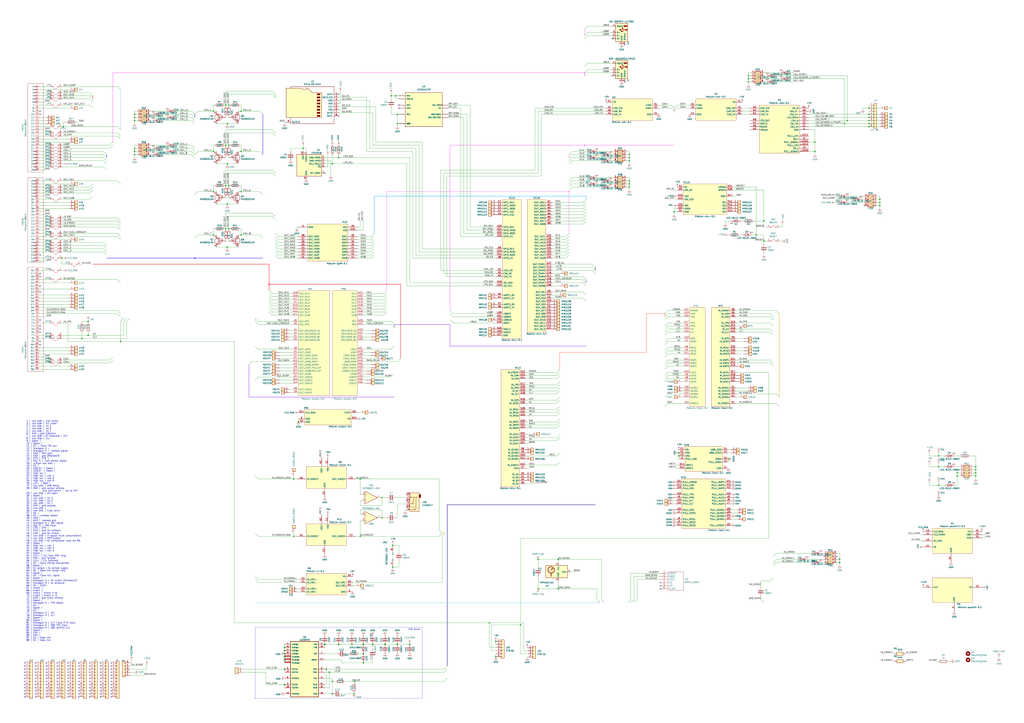
<source format=kicad_sch>
(kicad_sch (version 20210621) (generator eeschema)
  (paper "A1")
  (lib_symbols
    (symbol "Amplifier_Operational:MCP6002-xSN" (pin_names (offset 0.127))
      (property "Reference" "U" (at 0 5.08 0))
      (property "Value" "MCP6002-xSN" (at 0 -5.08 0))
      (symbol "MCP6002-xSN_1_1"
        (pin output line (at 7.62 0 180) (length 2.54) (name "~") (number "1"))
        (pin input line (at -7.62 -2.54 0) (length 2.54) (name "-") (number "2"))
        (pin input line (at -7.62 2.54 0) (length 2.54) (name "+") (number "3"))
      )
      (symbol "MCP6002-xSN_2_1"
        (pin input line (at -7.62 2.54 0) (length 2.54) (name "+") (number "5"))
        (pin input line (at -7.62 -2.54 0) (length 2.54) (name "-") (number "6"))
        (pin output line (at 7.62 0 180) (length 2.54) (name "~") (number "7"))
      )
      (symbol "MCP6002-xSN_3_1"
        (pin power_in line (at -2.54 -7.62 90) (length 3.81) (name "V-") (number "4"))
        (pin power_in line (at -2.54 7.62 270) (length 3.81) (name "V+") (number "8"))
      )
    )
    (symbol "Connector:AudioJack3_Switch"
      (property "Reference" "J" (at 0 11.43 0))
      (property "Value" "AudioJack3_Switch" (at 0 8.89 0))
      (symbol "AudioJack3_Switch_1_1"
        (pin passive line (at 5.08 0 180) (length 2.54) (name "~") (number "R"))
        (pin passive line (at 5.08 -2.54 180) (length 2.54) (name "~") (number "RN"))
        (pin passive line (at 5.08 5.08 180) (length 2.54) (name "~") (number "S"))
        (pin passive line (at 5.08 2.54 180) (length 2.54) (name "~") (number "SN"))
        (pin passive line (at 5.08 -5.08 180) (length 2.54) (name "~") (number "T"))
        (pin passive line (at 5.08 -7.62 180) (length 2.54) (name "~") (number "TN"))
      )
    )
    (symbol "Connector:Micro_SD_Card" (pin_names (offset 1.016))
      (property "Reference" "J" (at -16.51 15.24 0))
      (property "Value" "Micro_SD_Card" (at 16.51 15.24 0))
      (symbol "Micro_SD_Card_1_1"
        (pin bidirectional line (at -22.86 7.62 0) (length 3.81) (name "DAT2") (number "1"))
        (pin bidirectional line (at -22.86 5.08 0) (length 3.81) (name "DAT3/CD") (number "2"))
        (pin input line (at -22.86 2.54 0) (length 3.81) (name "CMD") (number "3"))
        (pin power_in line (at -22.86 0 0) (length 3.81) (name "VDD") (number "4"))
        (pin input line (at -22.86 -2.54 0) (length 3.81) (name "CLK") (number "5"))
        (pin power_in line (at -22.86 -5.08 0) (length 3.81) (name "VSS") (number "6"))
        (pin bidirectional line (at -22.86 -7.62 0) (length 3.81) (name "DAT0") (number "7"))
        (pin bidirectional line (at -22.86 -10.16 0) (length 3.81) (name "DAT1") (number "8"))
        (pin passive line (at 20.32 -15.24 180) (length 3.81) (name "SHIELD") (number "9"))
      )
    )
    (symbol "Connector:TestPoint" (pin_numbers hide) (pin_names (offset 0.762) hide)
      (property "Reference" "TP" (at 0 6.858 0))
      (property "Value" "TestPoint" (at 0 5.08 0))
      (symbol "TestPoint_1_1"
        (pin passive line (at 0 0 90) (length 2.54) (name "1") (number "1"))
      )
    )
    (symbol "Connector_Generic:Conn_01x01" (pin_names (offset 1.016) hide)
      (property "Reference" "J" (at 0 2.54 0))
      (property "Value" "Conn_01x01" (at 0 -2.54 0))
      (symbol "Conn_01x01_1_1"
        (pin passive line (at -5.08 0 0) (length 3.81) (name "Pin_1") (number "1"))
      )
    )
    (symbol "Connector_Generic:Conn_01x02" (pin_names (offset 1.016) hide)
      (property "Reference" "J" (at 0 2.54 0))
      (property "Value" "Conn_01x02" (at 0 -5.08 0))
      (symbol "Conn_01x02_1_1"
        (pin passive line (at -5.08 0 0) (length 3.81) (name "Pin_1") (number "1"))
        (pin passive line (at -5.08 -2.54 0) (length 3.81) (name "Pin_2") (number "2"))
      )
    )
    (symbol "Connector_Generic:Conn_01x04" (pin_names (offset 1.016) hide)
      (property "Reference" "J" (at 0 5.08 0))
      (property "Value" "Conn_01x04" (at 0 -7.62 0))
      (symbol "Conn_01x04_1_1"
        (pin passive line (at -5.08 2.54 0) (length 3.81) (name "Pin_1") (number "1"))
        (pin passive line (at -5.08 0 0) (length 3.81) (name "Pin_2") (number "2"))
        (pin passive line (at -5.08 -2.54 0) (length 3.81) (name "Pin_3") (number "3"))
        (pin passive line (at -5.08 -5.08 0) (length 3.81) (name "Pin_4") (number "4"))
      )
    )
    (symbol "Connector_Generic:Conn_01x05" (pin_names (offset 1.016) hide)
      (property "Reference" "J" (at 0 7.62 0))
      (property "Value" "Conn_01x05" (at 0 -7.62 0))
      (symbol "Conn_01x05_1_1"
        (pin passive line (at -5.08 5.08 0) (length 3.81) (name "Pin_1") (number "1"))
        (pin passive line (at -5.08 2.54 0) (length 3.81) (name "Pin_2") (number "2"))
        (pin passive line (at -5.08 0 0) (length 3.81) (name "Pin_3") (number "3"))
        (pin passive line (at -5.08 -2.54 0) (length 3.81) (name "Pin_4") (number "4"))
        (pin passive line (at -5.08 -5.08 0) (length 3.81) (name "Pin_5") (number "5"))
      )
    )
    (symbol "Connector_Generic:Conn_01x06" (pin_names (offset 1.016) hide)
      (property "Reference" "J" (at 0 7.62 0))
      (property "Value" "Conn_01x06" (at 0 -10.16 0))
      (symbol "Conn_01x06_1_1"
        (pin passive line (at -5.08 5.08 0) (length 3.81) (name "Pin_1") (number "1"))
        (pin passive line (at -5.08 2.54 0) (length 3.81) (name "Pin_2") (number "2"))
        (pin passive line (at -5.08 0 0) (length 3.81) (name "Pin_3") (number "3"))
        (pin passive line (at -5.08 -2.54 0) (length 3.81) (name "Pin_4") (number "4"))
        (pin passive line (at -5.08 -5.08 0) (length 3.81) (name "Pin_5") (number "5"))
        (pin passive line (at -5.08 -7.62 0) (length 3.81) (name "Pin_6") (number "6"))
      )
    )
    (symbol "Connector_Generic:Conn_01x08" (pin_names (offset 1.016) hide)
      (property "Reference" "J" (at 0 10.16 0))
      (property "Value" "Conn_01x08" (at 0 -12.7 0))
      (symbol "Conn_01x08_1_1"
        (pin passive line (at -5.08 7.62 0) (length 3.81) (name "Pin_1") (number "1"))
        (pin passive line (at -5.08 5.08 0) (length 3.81) (name "Pin_2") (number "2"))
        (pin passive line (at -5.08 2.54 0) (length 3.81) (name "Pin_3") (number "3"))
        (pin passive line (at -5.08 0 0) (length 3.81) (name "Pin_4") (number "4"))
        (pin passive line (at -5.08 -2.54 0) (length 3.81) (name "Pin_5") (number "5"))
        (pin passive line (at -5.08 -5.08 0) (length 3.81) (name "Pin_6") (number "6"))
        (pin passive line (at -5.08 -7.62 0) (length 3.81) (name "Pin_7") (number "7"))
        (pin passive line (at -5.08 -10.16 0) (length 3.81) (name "Pin_8") (number "8"))
      )
    )
    (symbol "Connector_Generic:Conn_01x12" (pin_names (offset 1.016) hide)
      (property "Reference" "J" (at 0 15.24 0))
      (property "Value" "Conn_01x12" (at 0 -17.78 0))
      (symbol "Conn_01x12_1_1"
        (pin passive line (at -5.08 12.7 0) (length 3.81) (name "Pin_1") (number "1"))
        (pin passive line (at -5.08 -10.16 0) (length 3.81) (name "Pin_10") (number "10"))
        (pin passive line (at -5.08 -12.7 0) (length 3.81) (name "Pin_11") (number "11"))
        (pin passive line (at -5.08 -15.24 0) (length 3.81) (name "Pin_12") (number "12"))
        (pin passive line (at -5.08 10.16 0) (length 3.81) (name "Pin_2") (number "2"))
        (pin passive line (at -5.08 7.62 0) (length 3.81) (name "Pin_3") (number "3"))
        (pin passive line (at -5.08 5.08 0) (length 3.81) (name "Pin_4") (number "4"))
        (pin passive line (at -5.08 2.54 0) (length 3.81) (name "Pin_5") (number "5"))
        (pin passive line (at -5.08 0 0) (length 3.81) (name "Pin_6") (number "6"))
        (pin passive line (at -5.08 -2.54 0) (length 3.81) (name "Pin_7") (number "7"))
        (pin passive line (at -5.08 -5.08 0) (length 3.81) (name "Pin_8") (number "8"))
        (pin passive line (at -5.08 -7.62 0) (length 3.81) (name "Pin_9") (number "9"))
      )
    )
    (symbol "Device:C" (pin_numbers hide) (pin_names (offset 0.254))
      (property "Reference" "C" (at 0.635 2.54 0))
      (property "Value" "C" (at 0.635 -2.54 0))
      (symbol "C_1_1"
        (pin passive line (at 0 3.81 270) (length 2.794) (name "~") (number "1"))
        (pin passive line (at 0 -3.81 90) (length 2.794) (name "~") (number "2"))
      )
    )
    (symbol "Device:D" (pin_numbers hide) (pin_names (offset 1.016) hide)
      (property "Reference" "D" (at 0 2.54 0))
      (property "Value" "D" (at 0 -2.54 0))
      (symbol "D_1_1"
        (pin passive line (at -3.81 0 0) (length 2.54) (name "K") (number "1"))
        (pin passive line (at 3.81 0 180) (length 2.54) (name "A") (number "2"))
      )
    )
    (symbol "Device:LED" (pin_numbers hide) (pin_names (offset 1.016) hide)
      (property "Reference" "D" (at 0 2.54 0))
      (property "Value" "LED" (at 0 -2.54 0))
      (symbol "LED_1_1"
        (pin passive line (at -3.81 0 0) (length 2.54) (name "K") (number "1"))
        (pin passive line (at 3.81 0 180) (length 2.54) (name "A") (number "2"))
      )
    )
    (symbol "Device:Q_NIGBT_GCE" (pin_names (offset 0) hide)
      (property "Reference" "Q" (at 5.08 1.27 0))
      (property "Value" "Q_NIGBT_GCE" (at 5.08 -1.27 0))
      (symbol "Q_NIGBT_GCE_1_1"
        (pin input line (at -5.08 0 0) (length 5.334) (name "G") (number "1"))
        (pin passive line (at 2.54 5.08 270) (length 2.54) (name "C") (number "2"))
        (pin passive line (at 2.54 -5.08 90) (length 2.54) (name "E") (number "3"))
      )
    )
    (symbol "Device:R" (pin_numbers hide) (pin_names (offset 0))
      (property "Reference" "R" (at 2.032 0 90))
      (property "Value" "R" (at 0 0 90))
      (symbol "R_1_1"
        (pin passive line (at 0 3.81 270) (length 1.27) (name "~") (number "1"))
        (pin passive line (at 0 -3.81 90) (length 1.27) (name "~") (number "2"))
      )
    )
    (symbol "Device:R_Pack04" (pin_names (offset 0) hide)
      (property "Reference" "RN" (at -7.62 0 90))
      (property "Value" "R_Pack04" (at 5.08 0 90))
      (symbol "R_Pack04_1_1"
        (pin passive line (at -5.08 -5.08 90) (length 2.54) (name "R1.1") (number "1"))
        (pin passive line (at -2.54 -5.08 90) (length 2.54) (name "R2.1") (number "2"))
        (pin passive line (at 0 -5.08 90) (length 2.54) (name "R3.1") (number "3"))
        (pin passive line (at 2.54 -5.08 90) (length 2.54) (name "R4.1") (number "4"))
        (pin passive line (at 2.54 5.08 270) (length 2.54) (name "R4.2") (number "5"))
        (pin passive line (at 0 5.08 270) (length 2.54) (name "R3.2") (number "6"))
        (pin passive line (at -2.54 5.08 270) (length 2.54) (name "R2.2") (number "7"))
        (pin passive line (at -5.08 5.08 270) (length 2.54) (name "R1.2") (number "8"))
      )
    )
    (symbol "Jumper:Jumper_2_Open" (pin_names (offset 0) hide)
      (property "Reference" "JP" (at 0 2.794 0))
      (property "Value" "Jumper_2_Open" (at 0 -2.286 0))
      (symbol "Jumper_2_Open_1_1"
        (pin passive line (at -5.08 0 0) (length 2.54) (name "A") (number "1"))
        (pin passive line (at 5.08 0 180) (length 2.54) (name "B") (number "2"))
      )
    )
    (symbol "L6205PD:L6205PD" (pin_names (offset 1.016))
      (property "Reference" "U" (at -10.1854 24.0538 0))
      (property "Value" "L6205PD" (at -10.1854 -25.6794 0))
      (symbol "L6205PD_0_0"
        (pin power_in line (at 17.78 20.32 180) (length 5.08) (name "GND@1") (number "1"))
        (pin power_in line (at 17.78 17.78 180) (length 5.08) (name "GND@2") (number "10"))
        (pin power_in line (at 17.78 15.24 180) (length 5.08) (name "GND@3") (number "11"))
        (pin output line (at 17.78 -2.54 180) (length 5.08) (name "OUT1B") (number "12"))
        (pin power_in line (at 17.78 -20.32 180) (length 5.08) (name "SENSEB") (number "13"))
        (pin input line (at -15.24 -12.7 0) (length 5.08) (name "IN1B") (number "14"))
        (pin input line (at -15.24 -15.24 0) (length 5.08) (name "IN2B") (number "15"))
        (pin bidirectional line (at -15.24 -20.32 0) (length 5.08) (name "ENB") (number "16"))
        (pin passive line (at -15.24 7.62 0) (length 5.08) (name "VBOOT") (number "17"))
        (pin output line (at 17.78 -15.24 180) (length 5.08) (name "OUT2B") (number "18"))
        (pin power_in line (at -15.24 17.78 0) (length 5.08) (name "VSB") (number "19"))
        (pin power_in line (at -15.24 20.32 0) (length 5.08) (name "VSA") (number "2"))
        (pin power_in line (at 17.78 12.7 180) (length 5.08) (name "GND@4") (number "20"))
        (pin output line (at 17.78 -12.7 180) (length 5.08) (name "OUT2A") (number "3"))
        (pin passive line (at -15.24 12.7 0) (length 5.08) (name "VCP") (number "4"))
        (pin bidirectional line (at -15.24 -7.62 0) (length 5.08) (name "ENA") (number "5"))
        (pin input line (at -15.24 0 0) (length 5.08) (name "IN1A") (number "6"))
        (pin input line (at -15.24 -2.54 0) (length 5.08) (name "IN2A") (number "7"))
        (pin power_in line (at 17.78 -7.62 180) (length 5.08) (name "SENSEA") (number "8"))
        (pin output line (at 17.78 0 180) (length 5.08) (name "OUT1A") (number "9"))
        (pin power_in line (at 17.78 10.16 180) (length 5.08) (name "SLUG@1") (number "SLUG1"))
        (pin power_in line (at 17.78 7.62 180) (length 5.08) (name "SLUG@2") (number "SLUG2"))
        (pin power_in line (at 17.78 5.08 180) (length 5.08) (name "SLUG@3") (number "SLUG3"))
      )
    )
    (symbol "LIS2DW12TR:LIS2DW12TR" (pin_numbers hide) (pin_names (offset 1.016))
      (property "Reference" "U" (at -15.24 12.7 0))
      (property "Value" "LIS2DW12TR" (at -15.24 -17.78 0))
      (symbol "LIS2DW12TR_0_0"
        (pin input clock (at -20.32 2.54 0) (length 5.08) (name "SCL/SPC") (number "1"))
        (pin power_in line (at 20.32 7.62 180) (length 5.08) (name "VDD_IO") (number "10"))
        (pin output line (at 20.32 0 180) (length 5.08) (name "INT2") (number "11"))
        (pin output line (at 20.32 2.54 180) (length 5.08) (name "INT1") (number "12"))
        (pin input line (at -20.32 0 0) (length 5.08) (name "CS") (number "2"))
        (pin bidirectional line (at -20.32 -5.08 0) (length 5.08) (name "SDO/SDA0") (number "3"))
        (pin bidirectional line (at -20.32 -7.62 0) (length 5.08) (name "SDA/SDI/SDO") (number "4"))
        (pin power_in line (at 20.32 -12.7 180) (length 5.08) (name "GND") (number "6"))
        (pin passive line (at 20.32 -5.08 180) (length 5.08) (name "RES") (number "7"))
        (pin power_in line (at 20.32 -12.7 180) (length 5.08) (name "GND") (number "8"))
        (pin power_in line (at 20.32 10.16 180) (length 5.08) (name "VDD") (number "9"))
      )
    )
    (symbol "MPX-4_MAP:MPX4_MAP" (pin_names (offset 0.762))
      (property "Reference" "U" (at 0 10.16 0))
      (property "Value" "MPX4_MAP" (at 8.89 0 90))
      (symbol "MPX4_MAP_1_1"
        (pin passive line (at -8.89 6.35 0) (length 6.35) (name "VOUT") (number "1"))
        (pin passive line (at -8.89 3.81 0) (length 6.35) (name "GND") (number "2"))
        (pin passive line (at -8.89 1.27 0) (length 6.35) (name "VCC") (number "3"))
        (pin passive line (at -8.89 -1.27 0) (length 6.35) (name "V1") (number "4"))
        (pin passive line (at -8.89 -3.81 0) (length 6.35) (name "V2") (number "5"))
        (pin passive line (at -8.89 -6.35 0) (length 6.35) (name "V_EX") (number "6"))
      )
    )
    (symbol "Mechanical:MountingHole" (pin_names (offset 1.016))
      (property "Reference" "H" (at 0 5.08 0))
      (property "Value" "MountingHole" (at 0 3.175 0))
    )
    (symbol "Sensor_Pressure:LPS25HB"
      (property "Reference" "U" (at -10.16 8.89 0))
      (property "Value" "LPS25HB" (at 10.16 8.89 0))
      (symbol "LPS25HB_1_1"
        (pin power_in line (at -2.54 10.16 270) (length 2.54) (name "VDDio") (number "1"))
        (pin power_in line (at -5.08 10.16 270) (length 2.54) (name "VDD") (number "10"))
        (pin input line (at 12.7 0 180) (length 2.54) (name "SCL/SCLK") (number "2"))
        (pin passive line (at -2.54 -12.7 90) (length 2.54) hide (name "GND") (number "3"))
        (pin bidirectional line (at 12.7 5.08 180) (length 2.54) (name "SDA/MOSI") (number "4"))
        (pin bidirectional line (at 12.7 2.54 180) (length 2.54) (name "SA0/MISO") (number "5"))
        (pin input line (at 12.7 -2.54 180) (length 2.54) (name "~{CS}") (number "6"))
        (pin output line (at 12.7 -7.62 180) (length 2.54) (name "INT_DRDY") (number "7"))
        (pin power_in line (at -2.54 -12.7 90) (length 2.54) (name "GND") (number "8"))
        (pin passive line (at -2.54 -12.7 90) (length 2.54) hide (name "GND") (number "9"))
      )
    )
    (symbol "Sensor_Pressure:MPXA6115A"
      (property "Reference" "U" (at -10.16 6.35 0))
      (property "Value" "MPXA6115A" (at 1.27 6.35 0))
      (symbol "MPXA6115A_1_1"
        (pin no_connect line (at 5.08 -5.08 90) (length 2.54) hide (name "NC") (number "1"))
        (pin power_in line (at 0 7.62 270) (length 2.54) (name "Vcc") (number "2"))
        (pin power_in line (at 0 -7.62 90) (length 2.54) (name "GND") (number "3"))
        (pin output line (at 10.16 0 180) (length 2.54) (name "Vout") (number "4"))
        (pin no_connect line (at -7.62 -5.08 90) (length 2.54) hide (name "NC") (number "5"))
        (pin no_connect line (at -5.08 -5.08 90) (length 2.54) hide (name "NC") (number "6"))
        (pin no_connect line (at -2.54 -5.08 90) (length 2.54) hide (name "NC") (number "7"))
        (pin no_connect line (at 2.54 -5.08 90) (length 2.54) hide (name "NC") (number "8"))
      )
    )
    (symbol "Switch:SW_SPST" (pin_names (offset 0) hide)
      (property "Reference" "SW" (at 0 3.175 0))
      (property "Value" "SW_SPST" (at 0 -2.54 0))
      (symbol "SW_SPST_1_1"
        (pin passive line (at -5.08 0 0) (length 2.54) (name "A") (number "1"))
        (pin passive line (at 5.08 0 180) (length 2.54) (name "B") (number "2"))
      )
    )
    (symbol "hellen-one-can-0.1:Module-can-0.1"
      (property "Reference" "M" (at 0 0 0))
      (property "Value" "Module-can-0.1" (at 0 0 0))
      (symbol "Module-can-0.1_1_0"
        (pin passive line (at 38.1 -12.7 180) (length 5.08) (name "GND") (number "E1"))
        (pin passive line (at 38.1 -5.08 180) (length 5.08) (name "CANL") (number "S1"))
        (pin passive line (at 38.1 -7.62 180) (length 5.08) (name "CANH") (number "S2"))
        (pin passive line (at -5.08 -2.54 0) (length 5.08) (name "V5") (number "V1"))
        (pin passive line (at -5.08 -7.62 0) (length 5.08) (name "CAN_VIO") (number "V2"))
        (pin passive line (at -5.08 -12.7 0) (length 5.08) (name "CAN_TX") (number "V5"))
        (pin passive line (at -5.08 -10.16 0) (length 5.08) (name "CAN_RX") (number "V6"))
      )
    )
    (symbol "hellen-one-common:Pad" (pin_numbers hide) (pin_names (offset 1.016) hide)
      (property "Reference" "P" (at 2.54 0 0))
      (symbol "Pad_1_1"
        (pin passive line (at -5.08 0 0) (length 3.81) (name "Pin_1") (number "1"))
      )
    )
    (symbol "hellen-one-common:Pad_1" (pin_numbers hide) (pin_names (offset 1.016) hide)
      (property "Reference" "P" (at 2.54 0 0))
      (symbol "Pad_1_1_1"
        (pin passive line (at -5.08 0 0) (length 3.81) (name "Pin_1") (number "1"))
      )
    )
    (symbol "hellen-one-common:Pad_2" (pin_numbers hide) (pin_names (offset 1.016) hide)
      (property "Reference" "P" (at 2.54 0 0))
      (symbol "Pad_2_1_1"
        (pin passive line (at -5.08 0 0) (length 3.81) (name "Pin_1") (number "1"))
      )
    )
    (symbol "hellen-one-common:Pad_3" (pin_numbers hide) (pin_names (offset 1.016) hide)
      (property "Reference" "P" (at 2.54 0 0))
      (symbol "Pad_3_1_1"
        (pin passive line (at -5.08 0 0) (length 3.81) (name "Pin_1") (number "1"))
      )
    )
    (symbol "hellen-one-common:Pad_32" (pin_numbers hide) (pin_names (offset 1.016) hide)
      (property "Reference" "P" (at 2.54 0 0))
      (symbol "Pad_32_1_1"
        (pin passive line (at -5.08 0 0) (length 3.81) (name "Pin_1") (number "1"))
      )
    )
    (symbol "hellen-one-common:Pad_33" (pin_numbers hide) (pin_names (offset 1.016) hide)
      (property "Reference" "P" (at 2.54 0 0))
      (symbol "Pad_33_1_1"
        (pin passive line (at -5.08 0 0) (length 3.81) (name "Pin_1") (number "1"))
      )
    )
    (symbol "hellen-one-common:Pad_4" (pin_numbers hide) (pin_names (offset 1.016) hide)
      (property "Reference" "P" (at 2.54 0 0))
      (symbol "Pad_4_1_1"
        (pin passive line (at -5.08 0 0) (length 3.81) (name "Pin_1") (number "1"))
      )
    )
    (symbol "hellen-one-common:Res" (pin_numbers hide)
      (property "Reference" "R" (at 3.81 2.54 0))
      (property "Value" "Res" (at 5.08 -2.54 0))
      (symbol "Res_1_0"
        (pin passive line (at 0 0 0) (length 2.54) (name "") (number "1"))
        (pin passive line (at 10.16 0 180) (length 2.54) (name "") (number "2"))
      )
    )
    (symbol "hellen-one-common:USB_B_Mini" (pin_names (offset 1.016))
      (property "Reference" "J" (at -5.08 11.43 0))
      (property "Value" "USB_B_Mini" (at -5.08 8.89 0))
      (symbol "USB_B_Mini_1_1"
        (pin power_out line (at 7.62 5.08 180) (length 2.54) (name "VBUS") (number "1"))
        (pin passive line (at 7.62 -2.54 180) (length 2.54) (name "D-") (number "2"))
        (pin passive line (at 7.62 0 180) (length 2.54) (name "D+") (number "3"))
        (pin passive line (at 7.62 -5.08 180) (length 2.54) (name "ID") (number "4"))
        (pin power_out line (at 0 -10.16 90) (length 2.54) (name "GND") (number "5"))
        (pin passive line (at -2.54 -10.16 90) (length 2.54) (name "Shield") (number "6"))
      )
    )
    (symbol "hellen-one-ign8-0.1:Module-ign8-0.1"
      (property "Reference" "M" (at 0 0 0))
      (property "Value" "Module-ign8-0.1" (at 0 0 0))
      (symbol "Module-ign8-0.1_1_0"
        (pin passive line (at 40.64 -2.54 180) (length 7.62) (name "GND") (number "G"))
        (pin passive line (at 40.64 -27.94 180) (length 7.62) (name "OUT_IGN8") (number "S1"))
        (pin passive line (at 40.64 -25.4 180) (length 7.62) (name "OUT_IGN7") (number "S2"))
        (pin passive line (at 40.64 -22.86 180) (length 7.62) (name "OUT_IGN6") (number "S3"))
        (pin passive line (at 40.64 -20.32 180) (length 7.62) (name "OUT_IGN5") (number "S4"))
        (pin passive line (at 40.64 -17.78 180) (length 7.62) (name "OUT_IGN4") (number "S5"))
        (pin passive line (at 40.64 -15.24 180) (length 7.62) (name "OUT_IGN3") (number "S6"))
        (pin passive line (at 40.64 -12.7 180) (length 7.62) (name "OUT_IGN2") (number "S7"))
        (pin passive line (at 40.64 -10.16 180) (length 7.62) (name "OUT_IGN1") (number "S8"))
        (pin passive line (at -7.62 -27.94 0) (length 7.62) (name "IGN8") (number "V1"))
        (pin passive line (at -7.62 -5.08 0) (length 7.62) (name "V33") (number "V10"))
        (pin passive line (at -7.62 -25.4 0) (length 7.62) (name "IGN7") (number "V2"))
        (pin passive line (at -7.62 -22.86 0) (length 7.62) (name "IGN6") (number "V3"))
        (pin passive line (at -7.62 -20.32 0) (length 7.62) (name "IGN5") (number "V4"))
        (pin passive line (at -7.62 -17.78 0) (length 7.62) (name "IGN4") (number "V5"))
        (pin passive line (at -7.62 -15.24 0) (length 7.62) (name "IGN3") (number "V6"))
        (pin passive line (at -7.62 -12.7 0) (length 7.62) (name "IGN2") (number "V7"))
        (pin passive line (at -7.62 -10.16 0) (length 7.62) (name "IGN1") (number "V8"))
        (pin passive line (at -7.62 -2.54 0) (length 7.62) (name "VCC") (number "V9"))
      )
    )
    (symbol "hellen-one-input-0.1:Module-input-0.1"
      (property "Reference" "M" (at 0 0 0))
      (property "Value" "Module-input-0.1" (at 0 0 0))
      (symbol "Module-input-0.1_1_0"
        (pin passive line (at 17.78 -53.34 180) (length 5.08) (name "AUX1") (number "N10"))
        (pin passive line (at 17.78 -38.1 180) (length 5.08) (name "RES3") (number "N11"))
        (pin passive line (at 17.78 -48.26 180) (length 5.08) (name "MAP3") (number "N12"))
        (pin passive line (at 17.78 -45.72 180) (length 5.08) (name "MAP2") (number "N13"))
        (pin passive line (at 17.78 -43.18 180) (length 5.08) (name "MAP1") (number "N14"))
        (pin passive line (at 17.78 -17.78 180) (length 5.08) (name "IAT") (number "N15"))
        (pin passive line (at 17.78 -20.32 180) (length 5.08) (name "CLT") (number "N16"))
        (pin passive line (at 17.78 -12.7 180) (length 5.08) (name "TPS") (number "N17"))
        (pin passive line (at 17.78 -25.4 180) (length 5.08) (name "O2S") (number "N18"))
        (pin passive line (at 17.78 -5.08 180) (length 5.08) (name "CAM") (number "N19"))
        (pin passive line (at 17.78 -7.62 180) (length 5.08) (name "VSS") (number "N20"))
        (pin passive line (at 17.78 -2.54 180) (length 5.08) (name "CRANK") (number "N21"))
        (pin passive line (at 17.78 -78.74 180) (length 5.08) (name "KNOCK") (number "N22"))
        (pin passive line (at 17.78 -73.66 180) (length 5.08) (name "SENS4") (number "N23"))
        (pin passive line (at 17.78 -71.12 180) (length 5.08) (name "SENS3") (number "N24"))
        (pin passive line (at 17.78 -68.58 180) (length 5.08) (name "SENS2") (number "N25"))
        (pin passive line (at 17.78 -66.04 180) (length 5.08) (name "SENS1") (number "N26"))
        (pin passive line (at 17.78 -35.56 180) (length 5.08) (name "RES2") (number "N3"))
        (pin passive line (at 17.78 -27.94 180) (length 5.08) (name "O2S2") (number "N4"))
        (pin passive line (at 17.78 -15.24 180) (length 5.08) (name "PPS") (number "N5"))
        (pin passive line (at 17.78 -33.02 180) (length 5.08) (name "RES1") (number "N6"))
        (pin passive line (at 17.78 -60.96 180) (length 5.08) (name "AUX4") (number "N7"))
        (pin passive line (at 17.78 -58.42 180) (length 5.08) (name "AUX3") (number "N8"))
        (pin passive line (at 17.78 -55.88 180) (length 5.08) (name "AUX2") (number "N9"))
      )
      (symbol "Module-input-0.1_2_0"
        (pin passive line (at 35.56 -17.78 180) (length 5.08) (name "GND") (number "E1"))
        (pin passive line (at -5.08 -2.54 0) (length 5.08) (name "V5") (number "E2"))
        (pin passive line (at 35.56 -5.08 180) (length 5.08) (name "WBO_O2S2") (number "E3"))
        (pin passive line (at 35.56 -2.54 180) (length 5.08) (name "WBO_O2S") (number "E4"))
        (pin passive line (at -5.08 -7.62 0) (length 5.08) (name "V5A") (number "E5"))
        (pin passive line (at -5.08 -10.16 0) (length 5.08) (name "PULL_V5A") (number "J1"))
        (pin passive line (at 35.56 -12.7 180) (length 5.08) (name "PULL_GNDA") (number "J2"))
        (pin passive line (at -5.08 -5.08 0) (length 5.08) (name "V5A") (number "N1"))
        (pin passive line (at 35.56 -10.16 180) (length 5.08) (name "GNDA") (number "N2"))
        (pin passive line (at -5.08 -17.78 0) (length 5.08) (name "VREF2") (number "S13"))
        (pin passive line (at -5.08 -15.24 0) (length 5.08) (name "VREF1") (number "S14"))
      )
      (symbol "Module-input-0.1_3_0"
        (pin passive line (at -5.08 -66.04 0) (length 5.08) (name "IN_SENS1") (number "S1"))
        (pin passive line (at -5.08 -12.7 0) (length 5.08) (name "IN_TPS") (number "S10"))
        (pin passive line (at -5.08 -43.18 0) (length 5.08) (name "IN_MAP1") (number "S11"))
        (pin passive line (at -5.08 -45.72 0) (length 5.08) (name "IN_MAP2") (number "S12"))
        (pin passive line (at -5.08 -20.32 0) (length 5.08) (name "IN_CLT") (number "S15"))
        (pin passive line (at -5.08 -17.78 0) (length 5.08) (name "IN_IAT") (number "S16"))
        (pin passive line (at -5.08 -53.34 0) (length 5.08) (name "IN_AUX1") (number "S17"))
        (pin passive line (at -5.08 -55.88 0) (length 5.08) (name "IN_AUX2") (number "S18"))
        (pin passive line (at -5.08 -48.26 0) (length 5.08) (name "IN_MAP3") (number "S19"))
        (pin passive line (at -5.08 -68.58 0) (length 5.08) (name "IN_SENS2") (number "S2"))
        (pin passive line (at -5.08 -58.42 0) (length 5.08) (name "IN_AUX3") (number "S20"))
        (pin passive line (at -5.08 -60.96 0) (length 5.08) (name "IN_AUX4") (number "S21"))
        (pin passive line (at -5.08 -38.1 0) (length 5.08) (name "IN_RES3") (number "S22"))
        (pin passive line (at -5.08 -33.02 0) (length 5.08) (name "IN_RES1") (number "S23"))
        (pin passive line (at -5.08 -15.24 0) (length 5.08) (name "IN_PPS") (number "S24"))
        (pin passive line (at -5.08 -27.94 0) (length 5.08) (name "IN_O2S2") (number "S25"))
        (pin passive line (at -5.08 -35.56 0) (length 5.08) (name "IN_RES2") (number "S26"))
        (pin passive line (at -5.08 -71.12 0) (length 5.08) (name "IN_SENS3") (number "S3"))
        (pin passive line (at -5.08 -73.66 0) (length 5.08) (name "IN_SENS4") (number "S4"))
        (pin passive line (at -5.08 -5.08 0) (length 5.08) (name "IN_CAM") (number "S5"))
        (pin passive line (at -5.08 -7.62 0) (length 5.08) (name "IN_VSS") (number "S6"))
        (pin passive line (at -5.08 -78.74 0) (length 5.08) (name "IN_KNOCK") (number "S7"))
        (pin passive line (at -5.08 -2.54 0) (length 5.08) (name "IN_CRANK") (number "S8"))
        (pin passive line (at -5.08 -25.4 0) (length 5.08) (name "IN_O2S") (number "S9"))
      )
      (symbol "Module-input-0.1_4_0"
        (pin passive line (at 40.64 -12.7 180) (length 5.08) (name "PULL_AUX1") (number "J10"))
        (pin passive line (at -5.08 -38.1 0) (length 5.08) (name "PULL_RES3") (number "J11"))
        (pin passive line (at 40.64 -7.62 180) (length 5.08) (name "PULL_MAP3") (number "J12"))
        (pin passive line (at 40.64 -5.08 180) (length 5.08) (name "PULL_MAP2") (number "J13"))
        (pin passive line (at 40.64 -2.54 180) (length 5.08) (name "PULL_MAP1") (number "J14"))
        (pin passive line (at -5.08 -17.78 0) (length 5.08) (name "PULL_IAT") (number "J15"))
        (pin passive line (at -5.08 -20.32 0) (length 5.08) (name "PULL_CLT") (number "J16"))
        (pin passive line (at -5.08 -5.08 0) (length 5.08) (name "PULL_CAM") (number "J17"))
        (pin passive line (at -5.08 -7.62 0) (length 5.08) (name "PULL_VSS") (number "J18"))
        (pin passive line (at -5.08 -12.7 0) (length 5.08) (name "PULL_TPS") (number "J19"))
        (pin passive line (at -5.08 -25.4 0) (length 5.08) (name "PULL_O2S") (number "J20"))
        (pin passive line (at -5.08 -2.54 0) (length 5.08) (name "PULL_CRANK") (number "J21"))
        (pin passive line (at 40.64 -38.1 180) (length 5.08) (name "PULL_KNOCK") (number "J22"))
        (pin passive line (at 40.64 -33.02 180) (length 5.08) (name "PULL_SENS4") (number "J23"))
        (pin passive line (at 40.64 -30.48 180) (length 5.08) (name "PULL_SENS3") (number "J24"))
        (pin passive line (at 40.64 -27.94 180) (length 5.08) (name "PULL_SENS2") (number "J25"))
        (pin passive line (at 40.64 -25.4 180) (length 5.08) (name "PULL_SENS1") (number "J26"))
        (pin passive line (at -5.08 -35.56 0) (length 5.08) (name "PULL_RES2") (number "J3"))
        (pin passive line (at -5.08 -27.94 0) (length 5.08) (name "PULL_O2S2") (number "J4"))
        (pin passive line (at -5.08 -15.24 0) (length 5.08) (name "PULL_PPS") (number "J5"))
        (pin passive line (at -5.08 -33.02 0) (length 5.08) (name "PULL_RES1") (number "J6"))
        (pin passive line (at 40.64 -20.32 180) (length 5.08) (name "PULL_AUX4") (number "J7"))
        (pin passive line (at 40.64 -17.78 180) (length 5.08) (name "PULL_AUX3") (number "J8"))
        (pin passive line (at 40.64 -15.24 180) (length 5.08) (name "PULL_AUX2") (number "J9"))
      )
    )
    (symbol "hellen-one-knock-0.1:Module-knock-0.1"
      (property "Reference" "M" (at 0 0 0))
      (property "Value" "Module-knock-0.1" (at 0 0 0))
      (symbol "Module-knock-0.1_1_0"
        (pin passive line (at 17.78 7.62 270) (length 7.62) (name "V5A") (number "E1"))
        (pin passive line (at 15.24 -25.4 90) (length 7.62) (name "GND") (number "E2"))
        (pin passive line (at 40.64 -10.16 180) (length 7.62) (name "OUT_KNOCK") (number "E3"))
        (pin passive line (at -7.62 -10.16 0) (length 7.62) (name "IN_KNOCK") (number "W1"))
        (pin passive line (at 12.7 7.62 270) (length 7.62) (name "VREF") (number "W2"))
      )
    )
    (symbol "hellen-one-mcu-000.4:Module-mcu-0.4"
      (property "Reference" "M" (at 0 0 0))
      (property "Value" "Module-mcu-0.4" (at 0 0 0))
      (symbol "Module-mcu-0.4_1_0"
        (pin passive line (at 20.32 -2.54 180) (length 5.08) (name "SPI1_SCK") (number "E1"))
        (pin passive line (at 20.32 -5.08 180) (length 5.08) (name "SPI1_MISO") (number "E2"))
        (pin passive line (at 20.32 -7.62 180) (length 5.08) (name "SPI1_MOSI") (number "E3"))
        (pin passive line (at 20.32 -10.16 180) (length 5.08) (name "SPI1_CS1") (number "E4"))
        (pin passive line (at 20.32 -12.7 180) (length 5.08) (name "SPI1_CS2") (number "E5"))
        (pin passive line (at 20.32 -58.42 180) (length 5.08) (name "CAN_VIO") (number "N1"))
        (pin passive line (at 20.32 -43.18 180) (length 5.08) (name "SPI3_MISO") (number "N10"))
        (pin passive line (at 20.32 -45.72 180) (length 5.08) (name "SPI3_MOSI") (number "N11"))
        (pin passive line (at 20.32 -68.58 180) (length 5.08) (name "I2C_SDA") (number "N18"))
        (pin passive line (at 20.32 -71.12 180) (length 5.08) (name "I2C_SCL") (number "N19"))
        (pin passive line (at 20.32 -60.96 180) (length 5.08) (name "CAN_RX") (number "N2"))
        (pin passive line (at 20.32 -22.86 180) (length 5.08) (name "SPI2_SCK") (number "N20"))
        (pin passive line (at 20.32 -25.4 180) (length 5.08) (name "SPI2_MISO") (number "N21"))
        (pin passive line (at 20.32 -27.94 180) (length 5.08) (name "SPI2_MOSI") (number "N22"))
        (pin passive line (at 20.32 -30.48 180) (length 5.08) (name "SPI2_CS") (number "N23"))
        (pin passive line (at 20.32 -106.68 180) (length 5.08) (name "SWCLK") (number "N25"))
        (pin passive line (at 20.32 -109.22 180) (length 5.08) (name "SWDIO") (number "N26"))
        (pin passive line (at 20.32 -111.76 180) (length 5.08) (name "SWO") (number "N27"))
        (pin passive line (at 20.32 -101.6 180) (length 5.08) (name "VBUS") (number "N29"))
        (pin passive line (at 20.32 -63.5 180) (length 5.08) (name "CAN_TX") (number "N3"))
        (pin passive line (at 20.32 -93.98 180) (length 5.08) (name "USB1P") (number "N30"))
        (pin passive line (at 20.32 -96.52 180) (length 5.08) (name "USB1M") (number "N31"))
        (pin passive line (at 20.32 -99.06 180) (length 5.08) (name "USB1ID") (number "N32"))
        (pin passive line (at 20.32 -81.28 180) (length 5.08) (name "UART1_TX") (number "N4"))
        (pin passive line (at 20.32 -78.74 180) (length 5.08) (name "UART1_RX") (number "N5"))
        (pin passive line (at 20.32 -88.9 180) (length 5.08) (name "UART2_TX") (number "N6"))
        (pin passive line (at 20.32 -86.36 180) (length 5.08) (name "UART2_RX") (number "N7"))
        (pin passive line (at 20.32 -48.26 180) (length 5.08) (name "SPI3_CS") (number "N8"))
        (pin passive line (at 20.32 -40.64 180) (length 5.08) (name "SPI3_SCK") (number "N9"))
      )
      (symbol "Module-mcu-0.4_2_0"
        (pin passive line (at 20.32 -99.06 180) (length 5.08) (name "OUT_IO10") (number "E10"))
        (pin passive line (at 20.32 -96.52 180) (length 5.08) (name "OUT_IO9") (number "E11"))
        (pin passive line (at 20.32 -78.74 180) (length 5.08) (name "OUT_IO2") (number "E12"))
        (pin passive line (at 20.32 -104.14 180) (length 5.08) (name "OUT_IO12") (number "E13"))
        (pin passive line (at 20.32 -55.88 180) (length 5.08) (name "OUT_PWM2") (number "E14"))
        (pin passive line (at 20.32 -58.42 180) (length 5.08) (name "OUT_PWM3") (number "E15"))
        (pin passive line (at 20.32 -60.96 180) (length 5.08) (name "OUT_PWM4") (number "E16"))
        (pin passive line (at 20.32 -63.5 180) (length 5.08) (name "OUT_PWM5") (number "E17"))
        (pin passive line (at 20.32 -66.04 180) (length 5.08) (name "OUT_PWM6") (number "E18"))
        (pin passive line (at 20.32 -68.58 180) (length 5.08) (name "OUT_PWM7") (number "E19"))
        (pin passive line (at 20.32 -101.6 180) (length 5.08) (name "OUT_IO11") (number "E20"))
        (pin passive line (at 20.32 -91.44 180) (length 5.08) (name "OUT_IO7") (number "E21"))
        (pin passive line (at 20.32 -93.98 180) (length 5.08) (name "OUT_IO8") (number "E22"))
        (pin passive line (at 20.32 -83.82 180) (length 5.08) (name "OUT_IO4") (number "E23"))
        (pin passive line (at 20.32 -106.68 180) (length 5.08) (name "OUT_IO13") (number "E24"))
        (pin passive line (at 20.32 -30.48 180) (length 5.08) (name "OUT_INJ1") (number "E25"))
        (pin passive line (at 20.32 -33.02 180) (length 5.08) (name "OUT_INJ2") (number "E26"))
        (pin passive line (at 20.32 -53.34 180) (length 5.08) (name "OUT_PWM1") (number "E27"))
        (pin passive line (at 20.32 -71.12 180) (length 5.08) (name "OUT_PWM8") (number "E28"))
        (pin passive line (at 20.32 -35.56 180) (length 5.08) (name "OUT_INJ3") (number "E29"))
        (pin passive line (at 20.32 -38.1 180) (length 5.08) (name "OUT_INJ4") (number "E30"))
        (pin passive line (at 20.32 -40.64 180) (length 5.08) (name "OUT_INJ5") (number "E31"))
        (pin passive line (at 20.32 -43.18 180) (length 5.08) (name "OUT_INJ6") (number "E32"))
        (pin passive line (at 20.32 -45.72 180) (length 5.08) (name "OUT_INJ7") (number "E33"))
        (pin passive line (at 20.32 -48.26 180) (length 5.08) (name "OUT_INJ8") (number "E34"))
        (pin passive line (at 20.32 -81.28 180) (length 5.08) (name "OUT_IO3") (number "E6"))
        (pin passive line (at 20.32 -86.36 180) (length 5.08) (name "OUT_IO5") (number "E7"))
        (pin passive line (at 20.32 -76.2 180) (length 5.08) (name "OUT_IO1") (number "E8"))
        (pin passive line (at 20.32 -88.9 180) (length 5.08) (name "OUT_IO6") (number "E9"))
        (pin passive line (at 20.32 -2.54 180) (length 5.08) (name "OUT_IGN1") (number "W1"))
        (pin passive line (at 20.32 -5.08 180) (length 5.08) (name "OUT_IGN2") (number "W2"))
        (pin passive line (at 20.32 -7.62 180) (length 5.08) (name "OUT_IGN3") (number "W3"))
        (pin passive line (at 20.32 -10.16 180) (length 5.08) (name "OUT_IGN4") (number "W4"))
        (pin passive line (at 20.32 -12.7 180) (length 5.08) (name "OUT_IGN5") (number "W5"))
        (pin passive line (at 20.32 -15.24 180) (length 5.08) (name "OUT_IGN6") (number "W6"))
        (pin passive line (at 20.32 -17.78 180) (length 5.08) (name "OUT_IGN7") (number "W7"))
        (pin passive line (at 20.32 -20.32 180) (length 5.08) (name "OUT_IGN8") (number "W8"))
      )
      (symbol "Module-mcu-0.4_3_0"
        (pin passive line (at -5.08 -71.12 0) (length 5.08) (name "IN_SENS3") (number "S10"))
        (pin passive line (at -5.08 -73.66 0) (length 5.08) (name "IN_SENS4") (number "S11"))
        (pin passive line (at -5.08 -78.74 0) (length 5.08) (name "IN_KNOCK") (number "S12"))
        (pin passive line (at -5.08 -2.54 0) (length 5.08) (name "IN_CRANK") (number "S13"))
        (pin passive line (at -5.08 -7.62 0) (length 5.08) (name "IN_VSS") (number "S14"))
        (pin passive line (at -5.08 -5.08 0) (length 5.08) (name "IN_CAM") (number "S15"))
        (pin passive line (at -5.08 -25.4 0) (length 5.08) (name "IN_O2S") (number "S16"))
        (pin passive line (at -5.08 -12.7 0) (length 5.08) (name "IN_TPS") (number "S17"))
        (pin passive line (at -5.08 -20.32 0) (length 5.08) (name "IN_CLT") (number "S18"))
        (pin passive line (at -5.08 -17.78 0) (length 5.08) (name "IN_IAT") (number "S19"))
        (pin passive line (at -5.08 -43.18 0) (length 5.08) (name "IN_MAP1") (number "S20"))
        (pin passive line (at -5.08 -45.72 0) (length 5.08) (name "IN_MAP2") (number "S21"))
        (pin passive line (at -5.08 -48.26 0) (length 5.08) (name "IN_MAP3") (number "S22"))
        (pin passive line (at -5.08 -38.1 0) (length 5.08) (name "IN_RES3") (number "S23"))
        (pin passive line (at -5.08 -53.34 0) (length 5.08) (name "IN_AUX1") (number "S24"))
        (pin passive line (at -5.08 -55.88 0) (length 5.08) (name "IN_AUX2") (number "S25"))
        (pin passive line (at -5.08 -58.42 0) (length 5.08) (name "IN_AUX3") (number "S26"))
        (pin passive line (at -5.08 -60.96 0) (length 5.08) (name "IN_AUX4") (number "S27"))
        (pin passive line (at -5.08 -33.02 0) (length 5.08) (name "IN_RES1") (number "S28"))
        (pin passive line (at -5.08 -15.24 0) (length 5.08) (name "IN_PPS") (number "S29"))
        (pin passive line (at -5.08 -86.36 0) (length 5.08) (name "IN_D1") (number "S3"))
        (pin passive line (at -5.08 -27.94 0) (length 5.08) (name "IN_O2S2") (number "S30"))
        (pin passive line (at -5.08 -35.56 0) (length 5.08) (name "IN_RES2") (number "S31"))
        (pin passive line (at -5.08 -88.9 0) (length 5.08) (name "IN_D2") (number "S4"))
        (pin passive line (at -5.08 -91.44 0) (length 5.08) (name "IN_D3") (number "S5"))
        (pin passive line (at -5.08 -93.98 0) (length 5.08) (name "IN_D4") (number "S6"))
        (pin passive line (at -5.08 -81.28 0) (length 5.08) (name "VIGN") (number "S7"))
        (pin passive line (at -5.08 -66.04 0) (length 5.08) (name "IN_SENS1") (number "S8"))
        (pin passive line (at -5.08 -68.58 0) (length 5.08) (name "IN_SENS2") (number "S9"))
      )
      (symbol "Module-mcu-0.4_4_0"
        (pin passive line (at 40.64 -15.24 180) (length 5.08) (name "IO1") (number "N12"))
        (pin passive line (at 40.64 -17.78 180) (length 5.08) (name "IO2") (number "N13"))
        (pin passive line (at 40.64 -20.32 180) (length 5.08) (name "IO3") (number "N14"))
        (pin passive line (at 40.64 -22.86 180) (length 5.08) (name "IO4") (number "N15"))
        (pin passive line (at -5.08 -10.16 0) (length 5.08) (name "V33") (number "N16"))
        (pin passive line (at 40.64 -10.16 180) (length 5.08) (name "VBAT") (number "N17"))
        (pin passive line (at 40.64 -2.54 180) (length 5.08) (name "nReset") (number "N24"))
        (pin passive line (at 40.64 -5.08 180) (length 5.08) (name "BOOT0") (number "N28"))
        (pin passive line (at -5.08 -2.54 0) (length 5.08) (name "V5") (number "S1"))
        (pin passive line (at -5.08 -22.86 0) (length 5.08) (name "GND") (number "S2"))
        (pin passive line (at -5.08 -20.32 0) (length 5.08) (name "GNDA") (number "S32"))
        (pin passive line (at -5.08 -17.78 0) (length 5.08) (name "V5A") (number "S33"))
        (pin passive line (at -5.08 -12.7 0) (length 5.08) (name "IGN_V33") (number "W10"))
        (pin passive line (at -5.08 -5.08 0) (length 5.08) (name "IGN_V5") (number "W9"))
      )
    )
    (symbol "hellen-one-output-0.2:Module-output-0.2"
      (property "Reference" "M" (at 0 0 0))
      (property "Value" "Module-output-0.2" (at 0 0 0))
      (symbol "Module-output-0.2_1_0"
        (pin passive line (at -5.08 -7.62 0) (length 5.08) (name "GND") (number "G"))
        (pin passive line (at -5.08 -2.54 0) (length 5.08) (name "V12_RAW") (number "S11"))
        (pin passive line (at -5.08 -10.16 0) (length 5.08) (name "GND") (number "S3"))
        (pin passive line (at 43.18 -7.62 180) (length 5.08) (name "V5") (number "W14"))
        (pin passive line (at 43.18 -2.54 180) (length 5.08) (name "V12P") (number "W5"))
      )
      (symbol "Module-output-0.2_2_0"
        (pin passive line (at -5.08 -20.32 0) (length 5.08) (name "INJ8") (number "W15"))
        (pin passive line (at -5.08 -17.78 0) (length 5.08) (name "INJ7") (number "W16"))
        (pin passive line (at -5.08 -15.24 0) (length 5.08) (name "INJ6") (number "W17"))
        (pin passive line (at -5.08 -12.7 0) (length 5.08) (name "INJ5") (number "W18"))
        (pin passive line (at -5.08 -10.16 0) (length 5.08) (name "INJ4") (number "W19"))
        (pin passive line (at -5.08 -7.62 0) (length 5.08) (name "INJ3") (number "W20"))
        (pin passive line (at -5.08 -48.26 0) (length 5.08) (name "LOW1") (number "W21"))
        (pin passive line (at -5.08 -27.94 0) (length 5.08) (name "PP2") (number "W22"))
        (pin passive line (at -5.08 -5.08 0) (length 5.08) (name "INJ2") (number "W23"))
        (pin passive line (at -5.08 -2.54 0) (length 5.08) (name "INJ1") (number "W24"))
        (pin passive line (at -5.08 -60.96 0) (length 5.08) (name "LOW6_DIODE") (number "W25"))
        (pin passive line (at -5.08 -71.12 0) (length 5.08) (name "LOW10") (number "W26"))
        (pin passive line (at -5.08 -68.58 0) (length 5.08) (name "LOW9") (number "W27"))
        (pin passive line (at -5.08 -25.4 0) (length 5.08) (name "PP1") (number "W28"))
        (pin passive line (at -5.08 -50.8 0) (length 5.08) (name "LOW2") (number "W29"))
        (pin passive line (at -5.08 -40.64 0) (length 5.08) (name "SOLENOID_B2") (number "W30"))
        (pin passive line (at -5.08 -38.1 0) (length 5.08) (name "SOLENOID_B1") (number "W31"))
        (pin passive line (at -5.08 -35.56 0) (length 5.08) (name "SOLENOID_A2") (number "W32"))
        (pin passive line (at -5.08 -33.02 0) (length 5.08) (name "SOLENOID_A1") (number "W33"))
        (pin passive line (at -5.08 -55.88 0) (length 5.08) (name "LOW4_DUAL") (number "W34"))
        (pin passive line (at -5.08 -73.66 0) (length 5.08) (name "LOW11") (number "W35"))
        (pin passive line (at -5.08 -76.2 0) (length 5.08) (name "LOW12") (number "W36"))
        (pin passive line (at -5.08 -66.04 0) (length 5.08) (name "LOW8_HIGH2") (number "W37"))
        (pin passive line (at -5.08 -53.34 0) (length 5.08) (name "LOW3_DUAL") (number "W38"))
        (pin passive line (at -5.08 -63.5 0) (length 5.08) (name "LOW7_HIGH1") (number "W39"))
        (pin passive line (at -5.08 -58.42 0) (length 5.08) (name "LOW5_MAIN") (number "W40"))
      )
      (symbol "Module-output-0.2_3_0"
        (pin passive line (at 30.48 -33.02 180) (length 5.08) (name "OUT_SOLENOID_A1") (number "S1"))
        (pin passive line (at 30.48 -73.66 180) (length 5.08) (name "OUT_LOW11") (number "S10"))
        (pin passive line (at 30.48 -66.04 180) (length 5.08) (name "OUT_LOW8_PULLUP") (number "S12"))
        (pin passive line (at 30.48 -76.2 180) (length 5.08) (name "OUT_LOW12") (number "S13"))
        (pin passive line (at 30.48 -68.58 180) (length 5.08) (name "OUT_LOW9") (number "S14"))
        (pin passive line (at 30.48 -15.24 180) (length 5.08) (name "OUT_INJ6") (number "S15"))
        (pin passive line (at 30.48 -5.08 180) (length 5.08) (name "OUT_INJ2") (number "S16"))
        (pin passive line (at 30.48 -7.62 180) (length 5.08) (name "OUT_INJ3") (number "S17"))
        (pin passive line (at 30.48 -2.54 180) (length 5.08) (name "OUT_INJ1") (number "S18"))
        (pin passive line (at 30.48 -35.56 180) (length 5.08) (name "OUT_SOLENOID_A2") (number "S2"))
        (pin passive line (at 30.48 -38.1 180) (length 5.08) (name "OUT_SOLENOID_B1") (number "S4"))
        (pin passive line (at 30.48 -40.64 180) (length 5.08) (name "OUT_SOLENOID_B2") (number "S5"))
        (pin passive line (at 30.48 -27.94 180) (length 5.08) (name "OUT_PP2") (number "S6"))
        (pin passive line (at 30.48 -53.34 180) (length 5.08) (name "OUT_LOW3_DUAL") (number "S7"))
        (pin passive line (at 30.48 -48.26 180) (length 5.08) (name "OUT_LOW1") (number "S8"))
        (pin passive line (at 30.48 -83.82 180) (length 5.08) (name "OUT_HIGH2") (number "S9"))
        (pin passive line (at 30.48 -50.8 180) (length 5.08) (name "OUT_LOW2") (number "W1"))
        (pin passive line (at 30.48 -12.7 180) (length 5.08) (name "OUT_INJ5") (number "W10"))
        (pin passive line (at 30.48 -20.32 180) (length 5.08) (name "OUT_INJ8") (number "W11"))
        (pin passive line (at 30.48 -17.78 180) (length 5.08) (name "OUT_INJ7") (number "W12"))
        (pin passive line (at 30.48 -58.42 180) (length 5.08) (name "OUT_LOW5_MAIN") (number "W13"))
        (pin passive line (at 30.48 -71.12 180) (length 5.08) (name "OUT_LOW10") (number "W2"))
        (pin passive line (at 30.48 -60.96 180) (length 5.08) (name "OUT_LOW6_DIODE") (number "W3"))
        (pin passive line (at 30.48 -55.88 180) (length 5.08) (name "OUT_LOW4_DUAL") (number "W4"))
        (pin passive line (at 30.48 -25.4 180) (length 5.08) (name "OUT_PP1") (number "W6"))
        (pin passive line (at 30.48 -10.16 180) (length 5.08) (name "OUT_INJ4") (number "W7"))
        (pin passive line (at 30.48 -81.28 180) (length 5.08) (name "OUT_HIGH1") (number "W8"))
        (pin passive line (at 30.48 -63.5 180) (length 5.08) (name "OUT_LOW7_PULLUP") (number "W9"))
      )
    )
    (symbol "hellen-one-power12-0.2:Module-power12-0.2"
      (property "Reference" "M" (at 0 0 0))
      (property "Value" "Module-power12-0.2" (at 0 0 0))
      (symbol "Module-power12-0.2_1_0"
        (pin passive line (at -7.62 -15.24 0) (length 7.62) (name "V5") (number "E1"))
        (pin passive line (at -7.62 -2.54 0) (length 7.62) (name "V12_RAW") (number "E2"))
        (pin passive line (at 15.24 -27.94 90) (length 7.62) (name "GND") (number "S1"))
        (pin passive line (at 40.64 -2.54 180) (length 7.62) (name "V12") (number "V1"))
        (pin passive line (at 40.64 -5.08 180) (length 7.62) (name "VBAT") (number "V2"))
        (pin passive line (at -7.62 -10.16 0) (length 7.62) (name "IN_VIGN") (number "V3"))
        (pin passive line (at -7.62 -5.08 0) (length 7.62) (name "V12_PERM") (number "V4"))
        (pin passive line (at 40.64 -7.62 180) (length 7.62) (name "VIGN") (number "V5"))
      )
    )
    (symbol "hellen-one-power5-0.2:Module-power5-0.1"
      (property "Reference" "M" (at 0 0 0))
      (property "Value" "Module-power5-0.1" (at 0 0 0))
      (symbol "Module-power5-0.1_1_0"
        (pin passive line (at 17.78 -27.94 90) (length 7.62) (name "GND") (number "G"))
        (pin passive line (at -7.62 -7.62 0) (length 7.62) (name "V12") (number "V1"))
        (pin passive line (at 40.64 -7.62 180) (length 7.62) (name "V5") (number "V2"))
      )
    )
    (symbol "hellen-one-vr-0.1:Module-vr-0.1"
      (property "Reference" "M" (at 0 0 0))
      (property "Value" "Module-vr-0.1" (at 0 0 0))
      (symbol "Module-vr-0.1_1_0"
        (pin passive line (at -5.08 -7.62 0) (length 5.08) (name "IN_VR1-") (number "E1"))
        (pin passive line (at -5.08 -5.08 0) (length 5.08) (name "IN_VR1+") (number "E2"))
        (pin passive line (at -5.08 -12.7 0) (length 5.08) (name "IN_VR2+") (number "E3"))
        (pin passive line (at -5.08 -15.24 0) (length 5.08) (name "IN_VR2-") (number "E4"))
        (pin passive line (at 38.1 -15.24 180) (length 5.08) (name "GND") (number "G"))
        (pin passive line (at 38.1 -2.54 180) (length 5.08) (name "V5") (number "N1"))
        (pin passive line (at 38.1 -10.16 180) (length 5.08) (name "OUT_VR2") (number "W1"))
        (pin passive line (at 38.1 -7.62 180) (length 5.08) (name "OUT_VR1") (number "W2"))
      )
    )
    (symbol "hellen-one-wbo-0.2:Module-wbo-0.2"
      (property "Reference" "M" (at 1.27 1.27 0))
      (property "Value" "Module-wbo-0.2" (at 8.89 -40.64 0))
      (symbol "Module-wbo-0.2_1_0"
        (pin passive line (at 40.64 -17.78 180) (length 7.62) (name "LSU_Un") (number "E1"))
        (pin passive line (at 40.64 -15.24 180) (length 7.62) (name "LSU_Vm") (number "E2"))
        (pin passive line (at 40.64 -12.7 180) (length 7.62) (name "LSU_Ip") (number "E3"))
        (pin passive line (at 40.64 -10.16 180) (length 7.62) (name "LSU_Rtrim") (number "E4"))
        (pin passive line (at 40.64 -7.62 180) (length 7.62) (name "LSU_H+") (number "E5"))
        (pin passive line (at 40.64 -5.08 180) (length 7.62) (name "LSU_H-") (number "E6"))
        (pin passive line (at 40.64 -20.32 180) (length 7.62) (name "GND") (number "G"))
        (pin passive line (at 40.64 -27.94 180) (length 7.62) (name "SEL1") (number "J1"))
        (pin passive line (at 40.64 -35.56 180) (length 7.62) (name "SEL2") (number "J2"))
        (pin passive line (at 40.64 -30.48 180) (length 7.62) (name "PULL_DOWN1") (number "J_GND1"))
        (pin passive line (at 40.64 -38.1 180) (length 7.62) (name "PULL_DOWN2") (number "J_GND2"))
        (pin passive line (at 40.64 -25.4 180) (length 7.62) (name "PULL_UP1") (number "J_VCC1"))
        (pin passive line (at 40.64 -33.02 180) (length 7.62) (name "PULL_UP2") (number "J_VCC2"))
        (pin passive line (at 40.64 -2.54 180) (length 7.62) (name "V5_IN") (number "W1"))
        (pin passive line (at -7.62 -2.54 0) (length 7.62) (name "CAN_VIO") (number "W2"))
        (pin passive line (at -7.62 -5.08 0) (length 7.62) (name "CAN_RX") (number "W3"))
        (pin passive line (at -7.62 -7.62 0) (length 7.62) (name "CAN_TX") (number "W4"))
        (pin passive line (at -7.62 -20.32 0) (length 7.62) (name "nReset") (number "W5"))
        (pin passive line (at -7.62 -17.78 0) (length 7.62) (name "SWDIO") (number "W6"))
        (pin passive line (at -7.62 -15.24 0) (length 7.62) (name "SWCLK") (number "W7"))
        (pin passive line (at -7.62 -12.7 0) (length 7.62) (name "V33_OUT") (number "W8"))
      )
    )
    (symbol "motronic_88pin_STS:Motronic_88pin" (pin_names (offset 0.025))
      (property "Reference" "*ref" (at 38.1 8.89 0))
      (property "Value" "Motronic_88pin" (at 12.065 8.89 0))
      (symbol "Motronic_88pin_1_1"
        (pin passive line (at 0 0 90) (length 5.08) (name "1") (number "1"))
        (pin passive line (at 22.86 0 90) (length 5.08) (name "10") (number "10"))
        (pin passive line (at 25.4 0 90) (length 5.08) (name "11") (number "11"))
        (pin passive line (at 27.94 0 90) (length 5.08) (name "12") (number "12"))
        (pin passive line (at 30.48 0 90) (length 5.08) (name "13") (number "13"))
        (pin passive line (at 33.02 0 90) (length 5.08) (name "14") (number "14"))
        (pin passive line (at 35.56 0 90) (length 5.08) (name "15") (number "15"))
        (pin passive line (at 38.1 0 90) (length 5.08) (name "16") (number "16"))
        (pin passive line (at 40.64 0 90) (length 5.08) (name "17") (number "17"))
        (pin passive line (at 43.18 0 90) (length 5.08) (name "18") (number "18"))
        (pin passive line (at 45.72 0 90) (length 5.08) (name "19") (number "19"))
        (pin passive line (at 2.54 0 90) (length 5.08) (name "2") (number "2"))
        (pin passive line (at 48.26 0 90) (length 5.08) (name "20") (number "20"))
        (pin passive line (at 50.8 0 90) (length 5.08) (name "21") (number "21"))
        (pin passive line (at 53.34 0 90) (length 5.08) (name "22") (number "22"))
        (pin passive line (at 55.88 0 90) (length 5.08) (name "23") (number "23"))
        (pin passive line (at 58.42 0 90) (length 5.08) (name "24") (number "24"))
        (pin passive line (at 60.96 0 90) (length 5.08) (name "25") (number "25"))
        (pin passive line (at 63.5 0 90) (length 5.08) (name "26") (number "26"))
        (pin passive line (at 66.04 0 90) (length 5.08) (name "27") (number "27"))
        (pin passive line (at 68.58 0 90) (length 5.08) (name "28") (number "28"))
        (pin passive line (at 5.08 0 90) (length 5.08) (name "3") (number "3"))
        (pin passive line (at 7.62 0 90) (length 5.08) (name "4") (number "4"))
        (pin passive line (at 10.16 0 90) (length 5.08) (name "5") (number "5"))
        (pin passive line (at 12.7 0 90) (length 5.08) (name "6") (number "6"))
        (pin passive line (at 15.24 0 90) (length 5.08) (name "7") (number "7"))
        (pin passive line (at 17.78 0 90) (length 5.08) (name "8") (number "8"))
        (pin passive line (at 20.32 0 90) (length 5.08) (name "9") (number "9"))
      )
      (symbol "Motronic_88pin_2_1"
        (pin passive line (at 0 0 90) (length 5.08) (name "29") (number "29"))
        (pin passive line (at 2.54 0 90) (length 5.08) (name "30") (number "30"))
        (pin passive line (at 5.08 0 90) (length 5.08) (name "31") (number "31"))
        (pin passive line (at 7.62 0 90) (length 5.08) (name "32") (number "32"))
        (pin passive line (at 10.16 0 90) (length 5.08) (name "33") (number "33"))
        (pin passive line (at 12.7 0 90) (length 5.08) (name "34") (number "34"))
        (pin passive line (at 15.24 0 90) (length 5.08) (name "35") (number "35"))
        (pin passive line (at 17.78 0 90) (length 5.08) (name "36") (number "36"))
        (pin passive line (at 20.32 0 90) (length 5.08) (name "37") (number "37"))
        (pin passive line (at 22.86 0 90) (length 5.08) (name "38") (number "38"))
        (pin passive line (at 25.4 0 90) (length 5.08) (name "39") (number "39"))
        (pin passive line (at 27.94 0 90) (length 5.08) (name "40") (number "40"))
        (pin passive line (at 30.48 0 90) (length 5.08) (name "41") (number "41"))
        (pin passive line (at 33.02 0 90) (length 5.08) (name "42") (number "42"))
        (pin passive line (at 35.56 0 90) (length 5.08) (name "43") (number "43"))
        (pin passive line (at 38.1 0 90) (length 5.08) (name "44") (number "44"))
        (pin passive line (at 40.64 0 90) (length 5.08) (name "45") (number "45"))
        (pin passive line (at 43.18 0 90) (length 5.08) (name "46") (number "46"))
        (pin passive line (at 45.72 0 90) (length 5.08) (name "47") (number "47"))
        (pin passive line (at 48.26 0 90) (length 5.08) (name "48") (number "48"))
        (pin passive line (at 50.8 0 90) (length 5.08) (name "49") (number "49"))
        (pin passive line (at 53.34 0 90) (length 5.08) (name "50") (number "50"))
        (pin passive line (at 55.88 0 90) (length 5.08) (name "51") (number "51"))
        (pin passive line (at 58.42 0 90) (length 5.08) (name "52") (number "52"))
        (pin passive line (at 60.96 0 90) (length 5.08) (name "53") (number "53"))
        (pin passive line (at 63.5 0 90) (length 5.08) (name "54") (number "54"))
        (pin passive line (at 66.04 0 90) (length 5.08) (name "55") (number "55"))
      )
      (symbol "Motronic_88pin_3_1"
        (pin passive line (at 0 0 90) (length 5.08) (name "56") (number "56"))
        (pin passive line (at 2.54 0 90) (length 5.08) (name "57") (number "57"))
        (pin passive line (at 5.08 0 90) (length 5.08) (name "58") (number "58"))
        (pin passive line (at 7.62 0 90) (length 5.08) (name "59") (number "59"))
        (pin passive line (at 10.16 0 90) (length 5.08) (name "60") (number "60"))
        (pin passive line (at 12.7 0 90) (length 5.08) (name "61") (number "61"))
        (pin passive line (at 15.24 0 90) (length 5.08) (name "62") (number "62"))
        (pin passive line (at 17.78 0 90) (length 5.08) (name "63") (number "63"))
        (pin passive line (at 20.32 0 90) (length 5.08) (name "64") (number "64"))
        (pin passive line (at 22.86 0 90) (length 5.08) (name "65") (number "65"))
        (pin passive line (at 25.4 0 90) (length 5.08) (name "66") (number "66"))
        (pin passive line (at 27.94 0 90) (length 5.08) (name "67") (number "67"))
        (pin passive line (at 30.48 0 90) (length 5.08) (name "68") (number "68"))
        (pin passive line (at 33.02 0 90) (length 5.08) (name "69") (number "69"))
        (pin passive line (at 35.56 0 90) (length 5.08) (name "70") (number "70"))
        (pin passive line (at 38.1 0 90) (length 5.08) (name "71") (number "71"))
        (pin passive line (at 40.64 0 90) (length 5.08) (name "72") (number "72"))
        (pin passive line (at 43.18 0 90) (length 5.08) (name "73") (number "73"))
        (pin passive line (at 45.72 0 90) (length 5.08) (name "74") (number "74"))
        (pin passive line (at 48.26 0 90) (length 5.08) (name "75") (number "75"))
        (pin passive line (at 50.8 0 90) (length 5.08) (name "76") (number "76"))
        (pin passive line (at 53.34 0 90) (length 5.08) (name "77") (number "77"))
        (pin passive line (at 55.88 0 90) (length 5.08) (name "78") (number "78"))
        (pin passive line (at 58.42 0 90) (length 5.08) (name "79") (number "79"))
        (pin passive line (at 60.96 0 90) (length 5.08) (name "80") (number "80"))
        (pin passive line (at 63.5 0 90) (length 5.08) (name "81") (number "81"))
        (pin passive line (at 66.04 0 90) (length 5.08) (name "82") (number "82"))
        (pin passive line (at 68.58 0 90) (length 5.08) (name "83") (number "83"))
        (pin passive line (at 71.12 0 90) (length 5.08) (name "84") (number "84"))
        (pin passive line (at 73.66 0 90) (length 5.08) (name "85") (number "85"))
        (pin passive line (at 76.2 0 90) (length 5.08) (name "86") (number "86"))
        (pin passive line (at 78.74 0 90) (length 5.08) (name "87") (number "87"))
        (pin passive line (at 81.28 0 90) (length 5.08) (name "88") (number "88"))
      )
    )
    (symbol "power:+12V" (power) (pin_names (offset 0))
      (property "Value" "+12V" (at 0 3.556 0))
      (symbol "+12V_1_1"
        (pin power_in line (at 0 0 90) (length 0) hide (name "+12V") (number "1"))
      )
    )
    (symbol "power:+3V3" (power) (pin_names (offset 0))
      (property "Value" "+3V3" (at 0 3.556 0))
      (symbol "+3V3_1_1"
        (pin power_in line (at 0 0 90) (length 0) hide (name "+3V3") (number "1"))
      )
    )
    (symbol "power:+5V" (power) (pin_names (offset 0))
      (property "Value" "+5V" (at 0 3.556 0))
      (symbol "+5V_1_1"
        (pin power_in line (at 0 0 90) (length 0) hide (name "+5V") (number "1"))
      )
    )
    (symbol "power:GND" (power) (pin_names (offset 0))
      (property "Value" "GND" (at 0 -3.81 0))
      (symbol "GND_1_1"
        (pin power_in line (at 0 0 270) (length 0) hide (name "GND") (number "1"))
      )
    )
    (symbol "power:GNDA" (power) (pin_names (offset 0))
      (property "Value" "GNDA" (at 0 -3.81 0))
      (symbol "GNDA_1_1"
        (pin power_in line (at 0 0 270) (length 0) hide (name "GNDA") (number "1"))
      )
    )
    (symbol "power:GND_1" (power) (pin_names (offset 0))
      (property "Value" "GND" (at 0 -3.81 0))
      (symbol "GND_1_1_1"
        (pin power_in line (at 0 0 270) (length 0) hide (name "GND") (number "1"))
      )
    )
    (symbol "power:GND_10" (power) (pin_names (offset 0))
      (property "Value" "GND" (at 0 -3.81 0))
      (symbol "GND_10_1_1"
        (pin power_in line (at 0 0 270) (length 0) hide (name "GND") (number "1"))
      )
    )
    (symbol "power:GND_11" (power) (pin_names (offset 0))
      (property "Value" "GND" (at 0 -3.81 0))
      (symbol "GND_11_1_1"
        (pin power_in line (at 0 0 270) (length 0) hide (name "GND") (number "1"))
      )
    )
    (symbol "power:GND_12" (power) (pin_names (offset 0))
      (property "Value" "GND" (at 0 -3.81 0))
      (symbol "GND_12_1_1"
        (pin power_in line (at 0 0 270) (length 0) hide (name "GND") (number "1"))
      )
    )
    (symbol "power:GND_14" (power) (pin_names (offset 0))
      (property "Value" "GND" (at 0 -3.81 0))
      (symbol "GND_14_1_1"
        (pin power_in line (at 0 0 270) (length 0) hide (name "GND") (number "1"))
      )
    )
    (symbol "power:GND_15" (power) (pin_names (offset 0))
      (property "Value" "GND" (at 0 -3.81 0))
      (symbol "GND_15_1_1"
        (pin power_in line (at 0 0 270) (length 0) hide (name "GND") (number "1"))
      )
    )
    (symbol "power:GND_16" (power) (pin_names (offset 0))
      (property "Value" "GND" (at 0 -3.81 0))
      (symbol "GND_16_1_1"
        (pin power_in line (at 0 0 270) (length 0) hide (name "GND") (number "1"))
      )
    )
    (symbol "power:GND_17" (power) (pin_names (offset 0))
      (property "Value" "GND" (at 0 -3.81 0))
      (symbol "GND_17_1_1"
        (pin power_in line (at 0 0 270) (length 0) hide (name "GND") (number "1"))
      )
    )
    (symbol "power:GND_18" (power) (pin_names (offset 0))
      (property "Value" "GND" (at 0 -3.81 0))
      (symbol "GND_18_1_1"
        (pin power_in line (at 0 0 270) (length 0) hide (name "GND") (number "1"))
      )
    )
    (symbol "power:GND_19" (power) (pin_names (offset 0))
      (property "Value" "GND" (at 0 -3.81 0))
      (symbol "GND_19_1_1"
        (pin power_in line (at 0 0 270) (length 0) hide (name "GND") (number "1"))
      )
    )
    (symbol "power:GND_2" (power) (pin_names (offset 0))
      (property "Value" "GND" (at 0 -3.81 0))
      (symbol "GND_2_1_1"
        (pin power_in line (at 0 0 270) (length 0) hide (name "GND") (number "1"))
      )
    )
    (symbol "power:GND_20" (power) (pin_names (offset 0))
      (property "Value" "GND" (at 0 -3.81 0))
      (symbol "GND_20_1_1"
        (pin power_in line (at 0 0 270) (length 0) hide (name "GND") (number "1"))
      )
    )
    (symbol "power:GND_21" (power) (pin_names (offset 0))
      (property "Value" "GND" (at 0 -3.81 0))
      (symbol "GND_21_1_1"
        (pin power_in line (at 0 0 270) (length 0) hide (name "GND") (number "1"))
      )
    )
    (symbol "power:GND_22" (power) (pin_names (offset 0))
      (property "Value" "GND" (at 0 -3.81 0))
      (symbol "GND_22_1_1"
        (pin power_in line (at 0 0 270) (length 0) hide (name "GND") (number "1"))
      )
    )
    (symbol "power:GND_3" (power) (pin_names (offset 0))
      (property "Value" "GND" (at 0 -3.81 0))
      (symbol "GND_3_1_1"
        (pin power_in line (at 0 0 270) (length 0) hide (name "GND") (number "1"))
      )
    )
    (symbol "power:GND_4" (power) (pin_names (offset 0))
      (property "Value" "GND" (at 0 -3.81 0))
      (symbol "GND_4_1_1"
        (pin power_in line (at 0 0 270) (length 0) hide (name "GND") (number "1"))
      )
    )
    (symbol "power:GND_5" (power) (pin_names (offset 0))
      (property "Value" "GND" (at 0 -3.81 0))
      (symbol "GND_5_1_1"
        (pin power_in line (at 0 0 270) (length 0) hide (name "GND") (number "1"))
      )
    )
    (symbol "power:GND_6" (power) (pin_names (offset 0))
      (property "Value" "GND" (at 0 -3.81 0))
      (symbol "GND_6_1_1"
        (pin power_in line (at 0 0 270) (length 0) hide (name "GND") (number "1"))
      )
    )
    (symbol "power:GND_7" (power) (pin_names (offset 0))
      (property "Value" "GND" (at 0 -3.81 0))
      (symbol "GND_7_1_1"
        (pin power_in line (at 0 0 270) (length 0) hide (name "GND") (number "1"))
      )
    )
    (symbol "power:GND_8" (power) (pin_names (offset 0))
      (property "Value" "GND" (at 0 -3.81 0))
      (symbol "GND_8_1_1"
        (pin power_in line (at 0 0 270) (length 0) hide (name "GND") (number "1"))
      )
    )
    (symbol "power:GND_9" (power) (pin_names (offset 0))
      (property "Value" "GND" (at 0 -3.81 0))
      (symbol "GND_9_1_1"
        (pin power_in line (at 0 0 270) (length 0) hide (name "GND") (number "1"))
      )
    )
    (symbol "power:PWR_FLAG" (power) (pin_numbers hide) (pin_names (offset 0) hide)
      (property "Value" "PWR_FLAG" (at 0 3.81 0))
      (symbol "PWR_FLAG_0_0"
        (pin power_out line (at 0 0 90) (length 0) (name "pwr") (number "1"))
      )
    )
    (symbol "power:V12_RAW_1" (power) (pin_names (offset 0))
      (property "Value" "V12_RAW" (at 0 3.556 0))
      (symbol "V12_RAW_1_1_1"
        (pin power_in line (at 0 0 90) (length 0) hide (name "V12_RAW") (number "1"))
      )
    )
    (symbol "power:V5A_1" (power) (pin_names (offset 0))
      (property "Value" "V5A" (at 0 3.556 0))
      (symbol "V5A_1_1_1"
        (pin power_in line (at 0 0 90) (length 0) hide (name "V5A") (number "1"))
      )
    )
    (symbol "power:V5A_2" (power) (pin_names (offset 0))
      (property "Value" "V5A" (at 0 3.556 0))
      (symbol "V5A_2_1_1"
        (pin power_in line (at 0 0 90) (length 0) hide (name "V5A") (number "1"))
      )
    )
  )
  (junction (at 50.8 212.09) (diameter 0.9144))
  (junction (at 52.07 104.14) (diameter 0.9144))
  (junction (at 67.31 278.13) (diameter 0.9144))
  (junction (at 72.39 264.16) (diameter 0.9144))
  (junction (at 72.39 275.59) (diameter 0.9144))
  (junction (at 99.06 280.67) (diameter 0.9144))
  (junction (at 110.49 93.98) (diameter 0.9144))
  (junction (at 110.49 96.52) (diameter 0.9144))
  (junction (at 110.49 99.06) (diameter 0.9144))
  (junction (at 110.49 121.92) (diameter 0.9144))
  (junction (at 110.49 124.46) (diameter 0.9144))
  (junction (at 110.49 127) (diameter 0.9144))
  (junction (at 175.26 91.44) (diameter 0.9144))
  (junction (at 175.26 124.46) (diameter 0.9144))
  (junction (at 175.26 157.48) (diameter 0.9144))
  (junction (at 175.26 193.04) (diameter 0.9144))
  (junction (at 185.42 86.36) (diameter 0.9144))
  (junction (at 185.42 119.38) (diameter 0.9144))
  (junction (at 185.42 152.4) (diameter 0.9144))
  (junction (at 185.42 187.96) (diameter 0.9144))
  (junction (at 186.69 101.6) (diameter 0.9144))
  (junction (at 186.69 134.62) (diameter 0.9144))
  (junction (at 186.69 167.64) (diameter 0.9144))
  (junction (at 186.69 203.2) (diameter 0.9144))
  (junction (at 187.96 86.36) (diameter 0.9144))
  (junction (at 187.96 119.38) (diameter 0.9144))
  (junction (at 187.96 152.4) (diameter 0.9144))
  (junction (at 187.96 187.96) (diameter 0.9144))
  (junction (at 198.12 91.44) (diameter 0.9144))
  (junction (at 198.12 124.46) (diameter 0.9144))
  (junction (at 198.12 157.48) (diameter 0.9144))
  (junction (at 198.12 193.04) (diameter 0.9144))
  (junction (at 233.68 532.13) (diameter 1.016))
  (junction (at 233.68 534.67) (diameter 1.016))
  (junction (at 233.68 537.21) (diameter 1.016))
  (junction (at 233.68 539.75) (diameter 1.016))
  (junction (at 233.68 542.29) (diameter 1.016))
  (junction (at 233.68 549.91) (diameter 1.016))
  (junction (at 233.68 562.61) (diameter 1.016))
  (junction (at 241.3 393.7) (diameter 0.9144))
  (junction (at 241.3 440.69) (diameter 0.9144))
  (junction (at 245.11 346.71) (diameter 1.016))
  (junction (at 248.92 121.92) (diameter 0.9144))
  (junction (at 266.7 529.59) (diameter 1.016))
  (junction (at 267.97 549.91) (diameter 1.016))
  (junction (at 270.51 552.45) (diameter 1.016))
  (junction (at 273.05 134.62) (diameter 0.9144))
  (junction (at 273.05 560.07) (diameter 0.9144))
  (junction (at 273.05 570.23) (diameter 1.016))
  (junction (at 278.13 129.54) (diameter 0.9144))
  (junction (at 278.13 529.59) (diameter 1.016))
  (junction (at 289.052 529.59) (diameter 0.9144))
  (junction (at 290.83 560.07) (diameter 0.9144))
  (junction (at 290.83 570.23) (diameter 0.9144))
  (junction (at 295.91 393.7) (diameter 0.9144))
  (junction (at 295.91 440.69) (diameter 0.9144))
  (junction (at 298.45 529.59) (diameter 1.016))
  (junction (at 298.45 537.21) (diameter 0.9144))
  (junction (at 298.45 544.83) (diameter 0.9144))
  (junction (at 306.07 529.59) (diameter 1.016))
  (junction (at 313.69 408.94) (diameter 0.9144))
  (junction (at 313.69 425.45) (diameter 0.9144))
  (junction (at 316.23 529.59) (diameter 1.016))
  (junction (at 321.31 78.74) (diameter 0.9144))
  (junction (at 322.58 448.31) (diameter 0.9144))
  (junction (at 322.58 466.09) (diameter 0.9144))
  (junction (at 325.12 78.74) (diameter 0.9144))
  (junction (at 326.39 93.98) (diameter 0.9144))
  (junction (at 326.39 101.6) (diameter 0.9144))
  (junction (at 326.39 529.59) (diameter 1.016))
  (junction (at 336.55 529.59) (diameter 0.9144))
  (junction (at 401.828 511.81) (diameter 0.9144))
  (junction (at 407.162 527.05) (diameter 0.9144))
  (junction (at 407.162 539.75) (diameter 0.9144))
  (junction (at 427.482 513.588) (diameter 0.9144))
  (junction (at 441.96 459.74) (diameter 0.9144))
  (junction (at 441.96 483.87) (diameter 0.9144))
  (junction (at 458.47 459.74) (diameter 0.9144))
  (junction (at 458.47 483.87) (diameter 0.9144))
  (junction (at 516.89 127) (diameter 0.9144))
  (junction (at 516.89 129.54) (diameter 0.9144))
  (junction (at 516.89 132.08) (diameter 0.9144))
  (junction (at 516.89 148.59) (diameter 0.9144))
  (junction (at 516.89 151.13) (diameter 0.9144))
  (junction (at 516.89 153.67) (diameter 0.9144))
  (junction (at 553.72 173.99) (diameter 0.9144))
  (junction (at 557.53 372.11) (diameter 1.016))
  (junction (at 557.53 374.65) (diameter 1.016))
  (junction (at 598.17 377.19) (diameter 1.016))
  (junction (at 614.68 62.23) (diameter 0.9144))
  (junction (at 614.68 64.77) (diameter 0.9144))
  (junction (at 614.68 67.31) (diameter 0.9144))
  (junction (at 621.03 193.04) (diameter 0.9144))
  (junction (at 627.38 181.61) (diameter 0.9144))
  (junction (at 627.38 198.12) (diameter 0.9144))
  (junction (at 669.29 116.84) (diameter 0.9144))
  (junction (at 669.29 124.46) (diameter 0.9144))
  (junction (at 689.61 459.74) (diameter 0.9144))
  (junction (at 689.61 462.28) (diameter 0.9144))
  (junction (at 693.42 101.6) (diameter 0.9144))
  (junction (at 695.96 99.06) (diameter 0.9144))
  (junction (at 713.74 88.9) (diameter 0.9144))
  (junction (at 713.74 93.98) (diameter 0.9144))
  (junction (at 713.74 96.52) (diameter 0.9144))
  (junction (at 713.74 99.06) (diameter 0.9144))
  (junction (at 713.74 101.6) (diameter 0.9144))
  (junction (at 713.74 104.14) (diameter 0.9144))
  (junction (at 722.63 163.83) (diameter 0.9144))
  (junction (at 722.63 166.37) (diameter 0.9144))
  (junction (at 722.63 168.91) (diameter 0.9144))
  (junction (at 770.89 374.65) (diameter 0.9144))
  (junction (at 770.89 383.54) (diameter 0.9144))
  (junction (at 770.89 398.78) (diameter 0.9144))
  (junction (at 786.13 388.62) (diameter 0.9144))
  (junction (at 786.13 391.16) (diameter 0.9144))
  (junction (at 801.37 383.54) (diameter 0.9144))
  (junction (at 801.37 386.08) (diameter 0.9144))
  (junction (at 801.37 388.62) (diameter 0.9144))
  (junction (at 801.37 391.16) (diameter 0.9144))
  (junction (at 160.02 212.09) (diameter 0.9144) (color 56 7 255 1))
  (junction (at 220.98 233.68) (diameter 0.9144) (color 255 0 11 1))
  (junction (at 467.36 157.48) (diameter 0.9144) (color 255 129 238 1))
  (junction (at 480.06 59.69) (diameter 0.9144) (color 255 104 246 1))
  (junction (at 480.06 119.38) (diameter 0.9144) (color 255 104 246 1))
  (no_connect (at 20.32 544.83))
  (no_connect (at 20.32 547.37))
  (no_connect (at 20.32 549.91))
  (no_connect (at 20.32 552.45))
  (no_connect (at 20.32 554.99))
  (no_connect (at 20.32 557.53))
  (no_connect (at 20.32 560.07))
  (no_connect (at 20.32 562.61))
  (no_connect (at 20.32 565.15))
  (no_connect (at 20.32 567.69))
  (no_connect (at 20.32 570.23))
  (no_connect (at 20.32 572.77))
  (no_connect (at 29.21 544.83))
  (no_connect (at 29.21 547.37))
  (no_connect (at 29.21 549.91))
  (no_connect (at 29.21 552.45))
  (no_connect (at 29.21 554.99))
  (no_connect (at 29.21 557.53))
  (no_connect (at 29.21 560.07))
  (no_connect (at 29.21 562.61))
  (no_connect (at 29.21 565.15))
  (no_connect (at 29.21 567.69))
  (no_connect (at 29.21 570.23))
  (no_connect (at 29.21 572.77))
  (no_connect (at 33.02 91.44))
  (no_connect (at 33.02 93.98))
  (no_connect (at 33.02 209.55))
  (no_connect (at 33.02 224.79))
  (no_connect (at 33.02 227.33))
  (no_connect (at 33.02 234.95))
  (no_connect (at 33.02 240.03))
  (no_connect (at 33.02 262.89))
  (no_connect (at 33.02 267.97))
  (no_connect (at 33.02 270.51))
  (no_connect (at 33.02 273.05))
  (no_connect (at 33.02 280.67))
  (no_connect (at 33.02 283.21))
  (no_connect (at 38.1 544.83))
  (no_connect (at 38.1 547.37))
  (no_connect (at 38.1 549.91))
  (no_connect (at 38.1 552.45))
  (no_connect (at 38.1 554.99))
  (no_connect (at 38.1 557.53))
  (no_connect (at 38.1 560.07))
  (no_connect (at 38.1 562.61))
  (no_connect (at 38.1 565.15))
  (no_connect (at 38.1 567.69))
  (no_connect (at 38.1 570.23))
  (no_connect (at 38.1 572.77))
  (no_connect (at 46.99 544.83))
  (no_connect (at 46.99 547.37))
  (no_connect (at 46.99 549.91))
  (no_connect (at 46.99 552.45))
  (no_connect (at 46.99 554.99))
  (no_connect (at 46.99 557.53))
  (no_connect (at 46.99 560.07))
  (no_connect (at 46.99 562.61))
  (no_connect (at 46.99 565.15))
  (no_connect (at 46.99 567.69))
  (no_connect (at 46.99 570.23))
  (no_connect (at 46.99 572.77))
  (no_connect (at 55.88 544.83))
  (no_connect (at 55.88 547.37))
  (no_connect (at 55.88 549.91))
  (no_connect (at 55.88 552.45))
  (no_connect (at 55.88 554.99))
  (no_connect (at 55.88 557.53))
  (no_connect (at 55.88 560.07))
  (no_connect (at 55.88 562.61))
  (no_connect (at 55.88 565.15))
  (no_connect (at 55.88 567.69))
  (no_connect (at 55.88 570.23))
  (no_connect (at 55.88 572.77))
  (no_connect (at 64.77 544.83))
  (no_connect (at 64.77 547.37))
  (no_connect (at 64.77 549.91))
  (no_connect (at 64.77 552.45))
  (no_connect (at 64.77 554.99))
  (no_connect (at 64.77 557.53))
  (no_connect (at 64.77 560.07))
  (no_connect (at 64.77 562.61))
  (no_connect (at 64.77 565.15))
  (no_connect (at 64.77 567.69))
  (no_connect (at 64.77 570.23))
  (no_connect (at 64.77 572.77))
  (no_connect (at 73.66 544.83))
  (no_connect (at 73.66 547.37))
  (no_connect (at 73.66 549.91))
  (no_connect (at 73.66 552.45))
  (no_connect (at 73.66 554.99))
  (no_connect (at 73.66 557.53))
  (no_connect (at 73.66 560.07))
  (no_connect (at 73.66 562.61))
  (no_connect (at 73.66 565.15))
  (no_connect (at 73.66 567.69))
  (no_connect (at 73.66 570.23))
  (no_connect (at 73.66 572.77))
  (no_connect (at 82.55 544.83))
  (no_connect (at 82.55 547.37))
  (no_connect (at 82.55 549.91))
  (no_connect (at 82.55 552.45))
  (no_connect (at 82.55 554.99))
  (no_connect (at 82.55 557.53))
  (no_connect (at 82.55 560.07))
  (no_connect (at 82.55 562.61))
  (no_connect (at 82.55 565.15))
  (no_connect (at 82.55 567.69))
  (no_connect (at 82.55 570.23))
  (no_connect (at 82.55 572.77))
  (no_connect (at 91.44 544.83))
  (no_connect (at 91.44 547.37))
  (no_connect (at 91.44 549.91))
  (no_connect (at 91.44 552.45))
  (no_connect (at 91.44 554.99))
  (no_connect (at 91.44 557.53))
  (no_connect (at 91.44 560.07))
  (no_connect (at 91.44 562.61))
  (no_connect (at 91.44 565.15))
  (no_connect (at 91.44 567.69))
  (no_connect (at 91.44 570.23))
  (no_connect (at 91.44 572.77))
  (no_connect (at 266.7 142.24))
  (no_connect (at 278.13 77.47))
  (no_connect (at 278.13 95.25))
  (no_connect (at 327.66 86.36))
  (no_connect (at 327.66 88.9))
  (no_connect (at 334.01 406.4))
  (no_connect (at 334.01 411.48))
  (no_connect (at 334.01 416.56))
  (no_connect (at 502.92 31.75))
  (no_connect (at 502.92 62.23))
  (no_connect (at 513.08 36.83))
  (no_connect (at 513.08 67.31))
  (no_connect (at 542.29 478.79))
  (no_connect (at 542.29 481.33))
  (no_connect (at 542.29 483.87))
  (no_connect (at 676.91 457.2))
  (no_connect (at 687.07 457.2))
  (no_connect (at 709.93 168.91))
  (bus_entry (at 73.66 76.2) (size 2.54 2.54) (stroke (width 0.1524)))
  (bus_entry (at 73.66 78.74) (size 2.54 2.54) (stroke (width 0.1524)))
  (bus_entry (at 73.66 81.28) (size 2.54 2.54) (stroke (width 0.1524)))
  (bus_entry (at 73.66 86.36) (size 2.54 2.54) (stroke (width 0.1524)))
  (bus_entry (at 73.66 153.67) (size 2.54 -2.54) (stroke (width 0.1524)))
  (bus_entry (at 73.66 156.21) (size 2.54 -2.54) (stroke (width 0.1524)))
  (bus_entry (at 73.66 158.75) (size 2.54 -2.54) (stroke (width 0.1524)))
  (bus_entry (at 73.66 163.83) (size 2.54 -2.54) (stroke (width 0.1524)))
  (bus_entry (at 85.09 137.16) (size 2.54 2.54) (stroke (width 0.1524)))
  (bus_entry (at 85.09 199.39) (size 2.54 2.54) (stroke (width 0.1524)))
  (bus_entry (at 85.09 201.93) (size 2.54 2.54) (stroke (width 0.1524)))
  (bus_entry (at 85.09 204.47) (size 2.54 2.54) (stroke (width 0.1524)))
  (bus_entry (at 85.09 207.01) (size 2.54 2.54) (stroke (width 0.1524)))
  (bus_entry (at 87.63 127) (size -2.54 -2.54) (stroke (width 0.1524)))
  (bus_entry (at 87.63 129.54) (size -2.54 -2.54) (stroke (width 0.1524)))
  (bus_entry (at 87.63 132.08) (size -2.54 -2.54) (stroke (width 0.1524)))
  (bus_entry (at 87.63 134.62) (size -2.54 -2.54) (stroke (width 0.1524)))
  (bus_entry (at 90.17 119.38) (size 2.54 -2.54) (stroke (width 0.1524)))
  (bus_entry (at 90.17 121.92) (size 2.54 -2.54) (stroke (width 0.1524)))
  (bus_entry (at 90.17 295.91) (size 2.54 -2.54) (stroke (width 0.1524)))
  (bus_entry (at 90.17 298.45) (size 2.54 -2.54) (stroke (width 0.1524)))
  (bus_entry (at 96.52 71.12) (size 2.54 2.54) (stroke (width 0.1524)))
  (bus_entry (at 96.52 104.14) (size 2.54 2.54) (stroke (width 0.1524)))
  (bus_entry (at 96.52 109.22) (size 2.54 2.54) (stroke (width 0.1524)))
  (bus_entry (at 96.52 111.76) (size 2.54 2.54) (stroke (width 0.1524)))
  (bus_entry (at 96.52 148.59) (size 2.54 2.54) (stroke (width 0.1524)))
  (bus_entry (at 96.52 179.07) (size 2.54 2.54) (stroke (width 0.1524)))
  (bus_entry (at 96.52 181.61) (size 2.54 2.54) (stroke (width 0.1524)))
  (bus_entry (at 96.52 184.15) (size 2.54 2.54) (stroke (width 0.1524)))
  (bus_entry (at 96.52 186.69) (size 2.54 2.54) (stroke (width 0.1524)))
  (bus_entry (at 96.52 191.77) (size 2.54 2.54) (stroke (width 0.1524)))
  (bus_entry (at 96.52 194.31) (size 2.54 2.54) (stroke (width 0.1524)))
  (bus_entry (at 96.52 229.87) (size 2.54 2.54) (stroke (width 0.1524)))
  (bus_entry (at 96.52 255.27) (size 2.54 2.54) (stroke (width 0.1524)))
  (bus_entry (at 96.52 257.81) (size 2.54 2.54) (stroke (width 0.1524)))
  (bus_entry (at 99.06 264.16) (size 2.54 -2.54) (stroke (width 0.1524)))
  (bus_entry (at 101.6 264.16) (size 2.54 -2.54) (stroke (width 0.1524)))
  (bus_entry (at 104.14 264.16) (size 2.54 -2.54) (stroke (width 0.1524)))
  (bus_entry (at 157.48 91.44) (size 2.54 2.54) (stroke (width 0.1524)))
  (bus_entry (at 157.48 93.98) (size 2.54 2.54) (stroke (width 0.1524)))
  (bus_entry (at 157.48 96.52) (size 2.54 2.54) (stroke (width 0.1524)))
  (bus_entry (at 157.48 99.06) (size 2.54 2.54) (stroke (width 0.1524)))
  (bus_entry (at 157.48 119.38) (size 2.54 2.54) (stroke (width 0.1524)))
  (bus_entry (at 157.48 121.92) (size 2.54 2.54) (stroke (width 0.1524)))
  (bus_entry (at 157.48 124.46) (size 2.54 2.54) (stroke (width 0.1524)))
  (bus_entry (at 157.48 127) (size 2.54 2.54) (stroke (width 0.1524)))
  (bus_entry (at 162.56 91.44) (size -2.54 2.54) (stroke (width 0.1524)))
  (bus_entry (at 162.56 124.46) (size -2.54 2.54) (stroke (width 0.1524)))
  (bus_entry (at 162.56 157.48) (size -2.54 2.54) (stroke (width 0.1524)))
  (bus_entry (at 162.56 193.04) (size -2.54 2.54) (stroke (width 0.1524)))
  (bus_entry (at 204.47 299.72) (size 2.54 -2.54) (stroke (width 0.1524)))
  (bus_entry (at 209.55 261.62) (size 2.54 2.54) (stroke (width 0.1524)))
  (bus_entry (at 209.55 264.16) (size 2.54 2.54) (stroke (width 0.1524)))
  (bus_entry (at 209.55 284.48) (size 2.54 2.54) (stroke (width 0.1524)))
  (bus_entry (at 209.55 312.42) (size 2.54 -2.54) (stroke (width 0.1524)))
  (bus_entry (at 209.55 391.16) (size 2.54 2.54) (stroke (width 0.1524)))
  (bus_entry (at 209.55 438.15) (size 2.54 2.54) (stroke (width 0.1524)))
  (bus_entry (at 209.55 473.71) (size 2.54 2.54) (stroke (width 0.1524)))
  (bus_entry (at 209.55 476.25) (size 2.54 2.54) (stroke (width 0.1524)))
  (bus_entry (at 213.36 91.44) (size 2.54 2.54) (stroke (width 0.1524)))
  (bus_entry (at 213.36 124.46) (size 2.54 2.54) (stroke (width 0.1524)))
  (bus_entry (at 213.36 157.48) (size 2.54 2.54) (stroke (width 0.1524)))
  (bus_entry (at 213.36 193.04) (size 2.54 2.54) (stroke (width 0.1524)))
  (bus_entry (at 220.98 238.76) (size 2.54 2.54) (stroke (width 0.1524)))
  (bus_entry (at 220.98 241.3) (size 2.54 2.54) (stroke (width 0.1524)))
  (bus_entry (at 220.98 243.84) (size 2.54 2.54) (stroke (width 0.1524)))
  (bus_entry (at 220.98 246.38) (size 2.54 2.54) (stroke (width 0.1524)))
  (bus_entry (at 220.98 248.92) (size 2.54 2.54) (stroke (width 0.1524)))
  (bus_entry (at 220.98 251.46) (size 2.54 2.54) (stroke (width 0.1524)))
  (bus_entry (at 220.98 254) (size 2.54 2.54) (stroke (width 0.1524)))
  (bus_entry (at 220.98 256.54) (size 2.54 2.54) (stroke (width 0.1524)))
  (bus_entry (at 223.52 74.93) (size 2.54 2.54) (stroke (width 0.1524)))
  (bus_entry (at 223.52 77.47) (size 2.54 2.54) (stroke (width 0.1524)))
  (bus_entry (at 223.52 106.68) (size 2.54 2.54) (stroke (width 0.1524)))
  (bus_entry (at 223.52 109.22) (size 2.54 2.54) (stroke (width 0.1524)))
  (bus_entry (at 223.52 139.7) (size 2.54 2.54) (stroke (width 0.1524)))
  (bus_entry (at 223.52 142.24) (size 2.54 2.54) (stroke (width 0.1524)))
  (bus_entry (at 223.52 175.26) (size 2.54 2.54) (stroke (width 0.1524)))
  (bus_entry (at 223.52 177.8) (size 2.54 2.54) (stroke (width 0.1524)))
  (bus_entry (at 226.06 191.77) (size 2.54 2.54) (stroke (width 0.1524)))
  (bus_entry (at 226.06 194.31) (size 2.54 2.54) (stroke (width 0.1524)))
  (bus_entry (at 226.06 196.85) (size 2.54 2.54) (stroke (width 0.1524)))
  (bus_entry (at 226.06 199.39) (size 2.54 2.54) (stroke (width 0.1524)))
  (bus_entry (at 226.06 201.93) (size 2.54 2.54) (stroke (width 0.1524)))
  (bus_entry (at 226.06 204.47) (size 2.54 2.54) (stroke (width 0.1524)))
  (bus_entry (at 226.06 207.01) (size 2.54 2.54) (stroke (width 0.1524)))
  (bus_entry (at 226.06 209.55) (size 2.54 2.54) (stroke (width 0.1524)))
  (bus_entry (at 304.8 194.31) (size 2.54 -2.54) (stroke (width 0.1524)))
  (bus_entry (at 304.8 196.85) (size 2.54 -2.54) (stroke (width 0.1524)))
  (bus_entry (at 304.8 199.39) (size 2.54 -2.54) (stroke (width 0.1524)))
  (bus_entry (at 304.8 201.93) (size 2.54 -2.54) (stroke (width 0.1524)))
  (bus_entry (at 304.8 204.47) (size 2.54 -2.54) (stroke (width 0.1524)))
  (bus_entry (at 304.8 207.01) (size 2.54 -2.54) (stroke (width 0.1524)))
  (bus_entry (at 304.8 209.55) (size 2.54 -2.54) (stroke (width 0.1524)))
  (bus_entry (at 304.8 212.09) (size 2.54 -2.54) (stroke (width 0.1524)))
  (bus_entry (at 314.96 241.3) (size 2.54 -2.54) (stroke (width 0.1524)))
  (bus_entry (at 314.96 243.84) (size 2.54 -2.54) (stroke (width 0.1524)))
  (bus_entry (at 314.96 246.38) (size 2.54 -2.54) (stroke (width 0.1524)))
  (bus_entry (at 314.96 248.92) (size 2.54 -2.54) (stroke (width 0.1524)))
  (bus_entry (at 314.96 251.46) (size 2.54 -2.54) (stroke (width 0.1524)))
  (bus_entry (at 314.96 254) (size 2.54 -2.54) (stroke (width 0.1524)))
  (bus_entry (at 314.96 256.54) (size 2.54 -2.54) (stroke (width 0.1524)))
  (bus_entry (at 314.96 259.08) (size 2.54 -2.54) (stroke (width 0.1524)))
  (bus_entry (at 321.31 264.16) (size 2.54 2.54) (stroke (width 0.1524)))
  (bus_entry (at 321.31 266.7) (size 2.54 2.54) (stroke (width 0.1524)))
  (bus_entry (at 321.31 287.02) (size 2.54 -2.54) (stroke (width 0.1524)))
  (bus_entry (at 321.31 309.88) (size 2.54 -2.54) (stroke (width 0.1524)))
  (bus_entry (at 326.39 297.18) (size 2.54 -2.54) (stroke (width 0.1524)))
  (bus_entry (at 360.68 435.61) (size 2.54 2.54) (stroke (width 0.1524)))
  (bus_entry (at 360.68 440.69) (size 2.54 -2.54) (stroke (width 0.1524)))
  (bus_entry (at 363.22 440.69) (size 2.54 -2.54) (stroke (width 0.1524)))
  (bus_entry (at 364.744 549.91) (size 2.54 -2.54))
  (bus_entry (at 364.744 552.45) (size 2.54 -2.54))
  (bus_entry (at 364.744 560.07) (size 2.54 -2.54))
  (bus_entry (at 372.11 257.81) (size -2.54 -2.54) (stroke (width 0.1524)))
  (bus_entry (at 372.11 260.35) (size -2.54 -2.54) (stroke (width 0.1524)))
  (bus_entry (at 372.11 265.43) (size -2.54 -2.54) (stroke (width 0.1524)))
  (bus_entry (at 457.2 336.55) (size 2.54 -2.54) (stroke (width 0.1524)))
  (bus_entry (at 457.2 339.09) (size 2.54 -2.54) (stroke (width 0.1524)))
  (bus_entry (at 457.2 341.63) (size 2.54 -2.54) (stroke (width 0.1524)))
  (bus_entry (at 457.2 359.41) (size 2.54 -2.54) (stroke (width 0.1524)))
  (bus_entry (at 457.2 361.95) (size 2.54 -2.54) (stroke (width 0.1524)))
  (bus_entry (at 457.2 374.65) (size 2.54 -2.54) (stroke (width 0.1524)))
  (bus_entry (at 459.74 303.53) (size -2.54 2.54) (stroke (width 0.1524)))
  (bus_entry (at 459.74 306.07) (size -2.54 2.54) (stroke (width 0.1524)))
  (bus_entry (at 459.74 308.61) (size -2.54 2.54) (stroke (width 0.1524)))
  (bus_entry (at 459.74 313.69) (size -2.54 2.54) (stroke (width 0.1524)))
  (bus_entry (at 459.74 316.23) (size -2.54 2.54) (stroke (width 0.1524)))
  (bus_entry (at 459.74 318.77) (size -2.54 2.54) (stroke (width 0.1524)))
  (bus_entry (at 459.74 321.31) (size -2.54 2.54) (stroke (width 0.1524)))
  (bus_entry (at 459.74 326.39) (size -2.54 2.54) (stroke (width 0.1524)))
  (bus_entry (at 459.74 328.93) (size -2.54 2.54) (stroke (width 0.1524)))
  (bus_entry (at 459.74 344.17) (size -2.54 2.54) (stroke (width 0.1524)))
  (bus_entry (at 459.74 346.71) (size -2.54 2.54) (stroke (width 0.1524)))
  (bus_entry (at 459.74 349.25) (size -2.54 2.54) (stroke (width 0.1524)))
  (bus_entry (at 459.74 379.73) (size -2.54 2.54) (stroke (width 0.1524)))
  (bus_entry (at 464.82 194.31) (size 2.54 -2.54) (stroke (width 0.1524)))
  (bus_entry (at 464.82 196.85) (size 2.54 -2.54) (stroke (width 0.1524)))
  (bus_entry (at 464.82 199.39) (size 2.54 -2.54) (stroke (width 0.1524)))
  (bus_entry (at 464.82 201.93) (size 2.54 -2.54) (stroke (width 0.1524)))
  (bus_entry (at 464.82 204.47) (size 2.54 -2.54) (stroke (width 0.1524)))
  (bus_entry (at 464.82 207.01) (size 2.54 -2.54) (stroke (width 0.1524)))
  (bus_entry (at 464.82 209.55) (size 2.54 -2.54) (stroke (width 0.1524)))
  (bus_entry (at 464.82 212.09) (size 2.54 -2.54) (stroke (width 0.1524)))
  (bus_entry (at 469.9 124.46) (size -2.54 2.54) (stroke (width 0.1524)))
  (bus_entry (at 469.9 127) (size -2.54 2.54) (stroke (width 0.1524)))
  (bus_entry (at 469.9 129.54) (size -2.54 2.54) (stroke (width 0.1524)))
  (bus_entry (at 469.9 132.08) (size -2.54 2.54) (stroke (width 0.1524)))
  (bus_entry (at 469.9 146.05) (size -2.54 2.54) (stroke (width 0.1524)))
  (bus_entry (at 469.9 148.59) (size -2.54 2.54) (stroke (width 0.1524)))
  (bus_entry (at 469.9 151.13) (size -2.54 2.54) (stroke (width 0.1524)))
  (bus_entry (at 469.9 153.67) (size -2.54 2.54) (stroke (width 0.1524)))
  (bus_entry (at 478.79 166.37) (size 2.54 -2.54) (stroke (width 0.1524)))
  (bus_entry (at 478.79 168.91) (size 2.54 -2.54) (stroke (width 0.1524)))
  (bus_entry (at 478.79 171.45) (size 2.54 -2.54) (stroke (width 0.1524)))
  (bus_entry (at 478.79 173.99) (size 2.54 -2.54) (stroke (width 0.1524)))
  (bus_entry (at 478.79 176.53) (size 2.54 -2.54) (stroke (width 0.1524)))
  (bus_entry (at 478.79 179.07) (size 2.54 -2.54) (stroke (width 0.1524)))
  (bus_entry (at 478.79 181.61) (size 2.54 -2.54) (stroke (width 0.1524)))
  (bus_entry (at 478.79 184.15) (size 2.54 -2.54) (stroke (width 0.1524)))
  (bus_entry (at 478.79 240.03) (size 2.54 2.54) (stroke (width 0.1524)))
  (bus_entry (at 478.79 245.11) (size 2.54 2.54) (stroke (width 0.1524)))
  (bus_entry (at 480.06 24.13) (size 2.54 -2.54) (stroke (width 0.1524)))
  (bus_entry (at 481.33 229.87) (size -2.54 -2.54) (stroke (width 0.1524)))
  (bus_entry (at 481.33 232.41) (size -2.54 -2.54) (stroke (width 0.1524)))
  (bus_entry (at 481.33 234.95) (size -2.54 -2.54) (stroke (width 0.1524)))
  (bus_entry (at 482.6 26.67) (size -2.54 2.54) (stroke (width 0.1524)))
  (bus_entry (at 482.6 29.21) (size -2.54 2.54) (stroke (width 0.1524)))
  (bus_entry (at 482.6 52.07) (size -2.54 2.54) (stroke (width 0.1524)))
  (bus_entry (at 482.6 57.15) (size -2.54 2.54) (stroke (width 0.1524)))
  (bus_entry (at 482.6 59.69) (size -2.54 2.54) (stroke (width 0.1524)))
  (bus_entry (at 486.41 217.17) (size 2.54 2.54))
  (bus_entry (at 486.41 219.71) (size 2.54 2.54))
  (bus_entry (at 486.41 222.25) (size 2.54 2.54))
  (bus_entry (at 490.22 492.76) (size 2.54 2.54) (stroke (width 0.1524)))
  (bus_entry (at 494.03 492.76) (size 2.54 2.54) (stroke (width 0.1524)))
  (bus_entry (at 515.62 495.3) (size 2.54 -2.54) (stroke (width 0.1524)))
  (bus_entry (at 518.16 495.3) (size 2.54 -2.54) (stroke (width 0.1524)))
  (bus_entry (at 520.7 495.3) (size 2.54 -2.54) (stroke (width 0.1524)))
  (bus_entry (at 546.1 257.81) (size 2.54 -2.54) (stroke (width 0.1524)))
  (bus_entry (at 546.1 260.35) (size 2.54 -2.54) (stroke (width 0.1524)))
  (bus_entry (at 546.1 262.89) (size 2.54 -2.54) (stroke (width 0.1524)))
  (bus_entry (at 546.1 267.97) (size 2.54 -2.54) (stroke (width 0.1524)))
  (bus_entry (at 546.1 270.51) (size 2.54 -2.54) (stroke (width 0.1524)))
  (bus_entry (at 546.1 273.05) (size 2.54 -2.54) (stroke (width 0.1524)))
  (bus_entry (at 546.1 275.59) (size 2.54 -2.54) (stroke (width 0.1524)))
  (bus_entry (at 546.1 280.67) (size 2.54 -2.54) (stroke (width 0.1524)))
  (bus_entry (at 546.1 283.21) (size 2.54 -2.54) (stroke (width 0.1524)))
  (bus_entry (at 546.1 288.29) (size 2.54 -2.54) (stroke (width 0.1524)))
  (bus_entry (at 546.1 290.83) (size 2.54 -2.54) (stroke (width 0.1524)))
  (bus_entry (at 546.1 293.37) (size 2.54 -2.54) (stroke (width 0.1524)))
  (bus_entry (at 548.64 295.91) (size -2.54 2.54) (stroke (width 0.1524)))
  (bus_entry (at 548.64 298.45) (size -2.54 2.54) (stroke (width 0.1524)))
  (bus_entry (at 548.64 300.99) (size -2.54 2.54) (stroke (width 0.1524)))
  (bus_entry (at 548.64 306.07) (size -2.54 2.54) (stroke (width 0.1524)))
  (bus_entry (at 548.64 308.61) (size -2.54 2.54) (stroke (width 0.1524)))
  (bus_entry (at 548.64 311.15) (size -2.54 2.54) (stroke (width 0.1524)))
  (bus_entry (at 548.64 323.85) (size -2.54 2.54) (stroke (width 0.1524)))
  (bus_entry (at 548.64 331.47) (size -2.54 2.54) (stroke (width 0.1524)))
  (bus_entry (at 551.18 86.36) (size 2.54 2.54) (stroke (width 0.1524)))
  (bus_entry (at 551.18 88.9) (size 2.54 2.54) (stroke (width 0.1524)))
  (bus_entry (at 553.72 88.9) (size 2.54 -2.54) (stroke (width 0.1524)))
  (bus_entry (at 553.72 91.44) (size 2.54 -2.54) (stroke (width 0.1524)))
  (bus_entry (at 624.84 492.76) (size 2.54 2.54) (stroke (width 0.1524)))
  (bus_entry (at 632.46 260.35) (size 2.54 2.54) (stroke (width 0.1524)))
  (bus_entry (at 632.46 295.91) (size 2.54 2.54) (stroke (width 0.1524)))
  (bus_entry (at 632.46 298.45) (size 2.54 2.54) (stroke (width 0.1524)))
  (bus_entry (at 632.46 477.52) (size 2.54 -2.54) (stroke (width 0.1524)))
  (bus_entry (at 635 260.35) (size -2.54 -2.54) (stroke (width 0.1524)))
  (bus_entry (at 635 267.97) (size -2.54 -2.54) (stroke (width 0.1524)))
  (bus_entry (at 635 273.05) (size -2.54 -2.54) (stroke (width 0.1524)))
  (bus_entry (at 635 275.59) (size -2.54 -2.54) (stroke (width 0.1524)))
  (bus_entry (at 635 457.2) (size 2.54 -2.54) (stroke (width 0.1524)))
  (bus_entry (at 635 462.28) (size 2.54 -2.54) (stroke (width 0.1524)))
  (bus_entry (at 635 464.82) (size 2.54 -2.54) (stroke (width 0.1524)))
  (bus_entry (at 637.54 255.27) (size 2.54 2.54) (stroke (width 0.1524)))
  (bus_entry (at 637.54 323.85) (size 2.54 2.54) (stroke (width 0.1524)))
  (bus_entry (at 637.54 331.47) (size 2.54 2.54) (stroke (width 0.1524)))
  (wire (pts (xy 33.02 73.66) (xy 57.15 73.66)))
  (wire (pts (xy 33.02 83.82) (xy 36.83 83.82)))
  (wire (pts (xy 33.02 88.9) (xy 57.15 88.9)))
  (wire (pts (xy 33.02 96.52) (xy 38.1 96.52)))
  (wire (pts (xy 33.02 99.06) (xy 38.1 99.06)))
  (wire (pts (xy 33.02 101.6) (xy 38.1 101.6)))
  (wire (pts (xy 33.02 104.14) (xy 40.64 104.14)))
  (wire (pts (xy 33.02 106.68) (xy 36.83 106.68)))
  (wire (pts (xy 33.02 111.76) (xy 40.64 111.76)))
  (wire (pts (xy 33.02 114.3) (xy 57.15 114.3)))
  (wire (pts (xy 33.02 116.84) (xy 57.15 116.84)))
  (wire (pts (xy 33.02 121.92) (xy 40.64 121.92)))
  (wire (pts (xy 33.02 127) (xy 40.64 127)))
  (wire (pts (xy 33.02 132.08) (xy 40.64 132.08)))
  (wire (pts (xy 33.02 137.16) (xy 40.64 137.16)))
  (wire (pts (xy 33.02 139.7) (xy 36.83 139.7)))
  (wire (pts (xy 33.02 151.13) (xy 57.15 151.13)))
  (wire (pts (xy 33.02 153.67) (xy 40.64 153.67)))
  (wire (pts (xy 33.02 158.75) (xy 40.64 158.75)))
  (wire (pts (xy 33.02 161.29) (xy 36.83 161.29)))
  (wire (pts (xy 33.02 163.83) (xy 40.64 163.83)))
  (wire (pts (xy 33.02 166.37) (xy 57.15 166.37)))
  (wire (pts (xy 33.02 168.91) (xy 57.15 168.91)))
  (wire (pts (xy 33.02 171.45) (xy 57.15 171.45)))
  (wire (pts (xy 33.02 173.99) (xy 36.83 173.99)))
  (wire (pts (xy 33.02 176.53) (xy 36.83 176.53)))
  (wire (pts (xy 33.02 181.61) (xy 40.64 181.61)))
  (wire (pts (xy 33.02 186.69) (xy 40.64 186.69)))
  (wire (pts (xy 33.02 189.23) (xy 36.83 189.23)))
  (wire (pts (xy 33.02 191.77) (xy 40.64 191.77)))
  (wire (pts (xy 33.02 196.85) (xy 57.15 196.85)))
  (wire (pts (xy 33.02 201.93) (xy 40.64 201.93)))
  (wire (pts (xy 33.02 207.01) (xy 40.64 207.01)))
  (wire (pts (xy 33.02 214.63) (xy 38.1 214.63)))
  (wire (pts (xy 33.02 229.87) (xy 40.64 229.87)))
  (wire (pts (xy 33.02 232.41) (xy 57.15 232.41)))
  (wire (pts (xy 33.02 237.49) (xy 57.15 237.49)))
  (wire (pts (xy 33.02 242.57) (xy 57.15 242.57)))
  (wire (pts (xy 33.02 245.11) (xy 57.15 245.11)))
  (wire (pts (xy 33.02 247.65) (xy 57.15 247.65)))
  (wire (pts (xy 33.02 250.19) (xy 57.15 250.19)))
  (wire (pts (xy 33.02 252.73) (xy 57.15 252.73)))
  (wire (pts (xy 33.02 255.27) (xy 96.52 255.27)))
  (wire (pts (xy 33.02 257.81) (xy 96.52 257.81)))
  (wire (pts (xy 33.02 260.35) (xy 38.1 260.35)))
  (wire (pts (xy 33.02 278.13) (xy 40.64 278.13)))
  (wire (pts (xy 33.02 285.75) (xy 57.15 285.75)))
  (wire (pts (xy 33.02 288.29) (xy 57.15 288.29)))
  (wire (pts (xy 33.02 290.83) (xy 57.15 290.83)))
  (wire (pts (xy 33.02 293.37) (xy 36.83 293.37)))
  (wire (pts (xy 33.02 298.45) (xy 40.64 298.45)))
  (wire (pts (xy 33.02 300.99) (xy 57.15 300.99)))
  (wire (pts (xy 33.02 303.53) (xy 57.15 303.53)))
  (wire (pts (xy 40.64 71.12) (xy 33.02 71.12)))
  (wire (pts (xy 40.64 76.2) (xy 33.02 76.2)))
  (wire (pts (xy 40.64 78.74) (xy 33.02 78.74)))
  (wire (pts (xy 40.64 81.28) (xy 33.02 81.28)))
  (wire (pts (xy 40.64 86.36) (xy 33.02 86.36)))
  (wire (pts (xy 40.64 109.22) (xy 33.02 109.22)))
  (wire (pts (xy 40.64 119.38) (xy 33.02 119.38)))
  (wire (pts (xy 40.64 124.46) (xy 33.02 124.46)))
  (wire (pts (xy 40.64 129.54) (xy 33.02 129.54)))
  (wire (pts (xy 40.64 134.62) (xy 33.02 134.62)))
  (wire (pts (xy 40.64 148.59) (xy 33.02 148.59)))
  (wire (pts (xy 40.64 156.21) (xy 33.02 156.21)))
  (wire (pts (xy 40.64 179.07) (xy 33.02 179.07)))
  (wire (pts (xy 40.64 184.15) (xy 33.02 184.15)))
  (wire (pts (xy 40.64 194.31) (xy 33.02 194.31)))
  (wire (pts (xy 40.64 199.39) (xy 33.02 199.39)))
  (wire (pts (xy 40.64 204.47) (xy 33.02 204.47)))
  (wire (pts (xy 40.64 212.09) (xy 33.02 212.09)))
  (wire (pts (xy 40.64 222.25) (xy 33.02 222.25)))
  (wire (pts (xy 40.64 265.43) (xy 33.02 265.43)))
  (wire (pts (xy 40.64 275.59) (xy 33.02 275.59)))
  (wire (pts (xy 40.64 295.91) (xy 33.02 295.91)))
  (wire (pts (xy 50.8 71.12) (xy 96.52 71.12)))
  (wire (pts (xy 50.8 76.2) (xy 73.66 76.2)))
  (wire (pts (xy 50.8 78.74) (xy 73.66 78.74)))
  (wire (pts (xy 50.8 81.28) (xy 73.66 81.28)))
  (wire (pts (xy 50.8 86.36) (xy 73.66 86.36)))
  (wire (pts (xy 50.8 109.22) (xy 96.52 109.22)))
  (wire (pts (xy 50.8 111.76) (xy 96.52 111.76)))
  (wire (pts (xy 50.8 119.38) (xy 90.17 119.38)))
  (wire (pts (xy 50.8 121.92) (xy 90.17 121.92)))
  (wire (pts (xy 50.8 124.46) (xy 85.09 124.46)))
  (wire (pts (xy 50.8 127) (xy 85.09 127)))
  (wire (pts (xy 50.8 129.54) (xy 85.09 129.54)))
  (wire (pts (xy 50.8 132.08) (xy 85.09 132.08)))
  (wire (pts (xy 50.8 134.62) (xy 52.07 134.62)))
  (wire (pts (xy 50.8 137.16) (xy 85.09 137.16)))
  (wire (pts (xy 50.8 148.59) (xy 96.52 148.59)))
  (wire (pts (xy 50.8 153.67) (xy 73.66 153.67)))
  (wire (pts (xy 50.8 156.21) (xy 73.66 156.21)))
  (wire (pts (xy 50.8 158.75) (xy 73.66 158.75)))
  (wire (pts (xy 50.8 163.83) (xy 73.66 163.83)))
  (wire (pts (xy 50.8 179.07) (xy 96.52 179.07)))
  (wire (pts (xy 50.8 181.61) (xy 96.52 181.61)))
  (wire (pts (xy 50.8 184.15) (xy 96.52 184.15)))
  (wire (pts (xy 50.8 186.69) (xy 96.52 186.69)))
  (wire (pts (xy 50.8 191.77) (xy 96.52 191.77)))
  (wire (pts (xy 50.8 194.31) (xy 96.52 194.31)))
  (wire (pts (xy 50.8 199.39) (xy 85.09 199.39)))
  (wire (pts (xy 50.8 201.93) (xy 85.09 201.93)))
  (wire (pts (xy 50.8 204.47) (xy 85.09 204.47)))
  (wire (pts (xy 50.8 207.01) (xy 85.09 207.01)))
  (wire (pts (xy 50.8 217.17) (xy 50.8 212.09)))
  (wire (pts (xy 50.8 229.87) (xy 96.52 229.87)))
  (wire (pts (xy 50.8 265.43) (xy 55.88 265.43)))
  (wire (pts (xy 50.8 275.59) (xy 72.39 275.59)))
  (wire (pts (xy 50.8 278.13) (xy 67.31 278.13)))
  (wire (pts (xy 50.8 295.91) (xy 90.17 295.91)))
  (wire (pts (xy 50.8 298.45) (xy 90.17 298.45)))
  (wire (pts (xy 52.07 100.33) (xy 52.07 104.14)))
  (wire (pts (xy 52.07 104.14) (xy 50.8 104.14)))
  (wire (pts (xy 52.07 104.14) (xy 96.52 104.14)))
  (wire (pts (xy 52.07 212.09) (xy 50.8 212.09)))
  (wire (pts (xy 52.07 222.25) (xy 50.8 222.25)))
  (wire (pts (xy 54.61 100.33) (xy 52.07 100.33)))
  (wire (pts (xy 55.88 217.17) (xy 50.8 217.17)))
  (wire (pts (xy 55.88 280.67) (xy 55.88 265.43)))
  (wire (pts (xy 62.23 100.33) (xy 64.77 100.33)))
  (wire (pts (xy 66.04 217.17) (xy 67.31 217.17)))
  (wire (pts (xy 67.31 264.16) (xy 67.31 265.43)))
  (wire (pts (xy 67.31 273.05) (xy 67.31 278.13)))
  (wire (pts (xy 67.31 278.13) (xy 104.14 278.13)))
  (wire (pts (xy 72.39 262.89) (xy 72.39 264.16)))
  (wire (pts (xy 72.39 264.16) (xy 67.31 264.16)))
  (wire (pts (xy 72.39 264.16) (xy 72.39 265.43)))
  (wire (pts (xy 72.39 273.05) (xy 72.39 275.59)))
  (wire (pts (xy 72.39 275.59) (xy 101.6 275.59)))
  (wire (pts (xy 99.06 264.16) (xy 99.06 280.67)))
  (wire (pts (xy 99.06 280.67) (xy 55.88 280.67)))
  (wire (pts (xy 99.06 280.67) (xy 192.278 280.67)))
  (wire (pts (xy 101.6 275.59) (xy 101.6 264.16)))
  (wire (pts (xy 104.14 278.13) (xy 104.14 264.16)))
  (wire (pts (xy 106.68 544.83) (xy 107.95 544.83)))
  (wire (pts (xy 106.68 549.91) (xy 120.65 549.91)))
  (wire (pts (xy 106.68 554.99) (xy 118.11 554.99)))
  (wire (pts (xy 107.95 542.29) (xy 107.95 544.83)))
  (wire (pts (xy 107.95 547.37) (xy 106.68 547.37)))
  (wire (pts (xy 110.49 91.44) (xy 110.49 93.98)))
  (wire (pts (xy 110.49 93.98) (xy 110.49 96.52)))
  (wire (pts (xy 110.49 96.52) (xy 110.49 99.06)))
  (wire (pts (xy 110.49 99.06) (xy 110.49 101.6)))
  (wire (pts (xy 110.49 119.38) (xy 110.49 121.92)))
  (wire (pts (xy 110.49 121.92) (xy 110.49 124.46)))
  (wire (pts (xy 110.49 124.46) (xy 110.49 127)))
  (wire (pts (xy 110.49 127) (xy 110.49 129.54)))
  (wire (pts (xy 110.49 552.45) (xy 106.68 552.45)))
  (wire (pts (xy 113.03 91.44) (xy 110.49 91.44)))
  (wire (pts (xy 113.03 93.98) (xy 110.49 93.98)))
  (wire (pts (xy 113.03 96.52) (xy 110.49 96.52)))
  (wire (pts (xy 113.03 99.06) (xy 110.49 99.06)))
  (wire (pts (xy 113.03 119.38) (xy 110.49 119.38)))
  (wire (pts (xy 113.03 121.92) (xy 110.49 121.92)))
  (wire (pts (xy 113.03 124.46) (xy 110.49 124.46)))
  (wire (pts (xy 113.03 127) (xy 110.49 127)))
  (wire (pts (xy 120.65 549.91) (xy 120.65 546.1)))
  (wire (pts (xy 125.73 93.98) (xy 123.19 93.98)))
  (wire (pts (xy 125.73 99.06) (xy 123.19 99.06)))
  (wire (pts (xy 125.73 121.92) (xy 123.19 121.92)))
  (wire (pts (xy 125.73 127) (xy 123.19 127)))
  (wire (pts (xy 133.35 93.98) (xy 157.48 93.98)))
  (wire (pts (xy 133.35 99.06) (xy 157.48 99.06)))
  (wire (pts (xy 133.35 121.92) (xy 157.48 121.92)))
  (wire (pts (xy 133.35 127) (xy 157.48 127)))
  (wire (pts (xy 137.16 91.44) (xy 123.19 91.44)))
  (wire (pts (xy 137.16 96.52) (xy 123.19 96.52)))
  (wire (pts (xy 137.16 119.38) (xy 123.19 119.38)))
  (wire (pts (xy 137.16 124.46) (xy 123.19 124.46)))
  (wire (pts (xy 144.78 91.44) (xy 157.48 91.44)))
  (wire (pts (xy 144.78 96.52) (xy 157.48 96.52)))
  (wire (pts (xy 144.78 119.38) (xy 157.48 119.38)))
  (wire (pts (xy 144.78 124.46) (xy 157.48 124.46)))
  (wire (pts (xy 162.56 91.44) (xy 175.26 91.44)))
  (wire (pts (xy 162.56 124.46) (xy 175.26 124.46)))
  (wire (pts (xy 162.56 157.48) (xy 175.26 157.48)))
  (wire (pts (xy 162.56 193.04) (xy 175.26 193.04)))
  (wire (pts (xy 175.26 86.36) (xy 175.26 91.44)))
  (wire (pts (xy 175.26 91.44) (xy 177.8 91.44)))
  (wire (pts (xy 175.26 119.38) (xy 175.26 124.46)))
  (wire (pts (xy 175.26 124.46) (xy 177.8 124.46)))
  (wire (pts (xy 175.26 152.4) (xy 175.26 157.48)))
  (wire (pts (xy 175.26 157.48) (xy 177.8 157.48)))
  (wire (pts (xy 175.26 187.96) (xy 175.26 193.04)))
  (wire (pts (xy 175.26 193.04) (xy 177.8 193.04)))
  (wire (pts (xy 176.53 86.36) (xy 175.26 86.36)))
  (wire (pts (xy 176.53 119.38) (xy 175.26 119.38)))
  (wire (pts (xy 176.53 152.4) (xy 175.26 152.4)))
  (wire (pts (xy 176.53 187.96) (xy 175.26 187.96)))
  (wire (pts (xy 177.8 101.6) (xy 186.69 101.6)))
  (wire (pts (xy 177.8 134.62) (xy 186.69 134.62)))
  (wire (pts (xy 177.8 167.64) (xy 186.69 167.64)))
  (wire (pts (xy 177.8 203.2) (xy 186.69 203.2)))
  (wire (pts (xy 184.15 86.36) (xy 185.42 86.36)))
  (wire (pts (xy 184.15 119.38) (xy 185.42 119.38)))
  (wire (pts (xy 184.15 152.4) (xy 185.42 152.4)))
  (wire (pts (xy 184.15 187.96) (xy 185.42 187.96)))
  (wire (pts (xy 185.42 74.93) (xy 185.42 86.36)))
  (wire (pts (xy 185.42 74.93) (xy 223.52 74.93)))
  (wire (pts (xy 185.42 86.36) (xy 185.42 87.63)))
  (wire (pts (xy 185.42 95.25) (xy 185.42 96.52)))
  (wire (pts (xy 185.42 106.68) (xy 185.42 119.38)))
  (wire (pts (xy 185.42 106.68) (xy 223.52 106.68)))
  (wire (pts (xy 185.42 119.38) (xy 185.42 120.65)))
  (wire (pts (xy 185.42 128.27) (xy 185.42 129.54)))
  (wire (pts (xy 185.42 139.7) (xy 185.42 152.4)))
  (wire (pts (xy 185.42 139.7) (xy 223.52 139.7)))
  (wire (pts (xy 185.42 152.4) (xy 185.42 153.67)))
  (wire (pts (xy 185.42 161.29) (xy 185.42 162.56)))
  (wire (pts (xy 185.42 175.26) (xy 185.42 187.96)))
  (wire (pts (xy 185.42 175.26) (xy 223.52 175.26)))
  (wire (pts (xy 185.42 187.96) (xy 185.42 189.23)))
  (wire (pts (xy 185.42 196.85) (xy 185.42 198.12)))
  (wire (pts (xy 186.69 101.6) (xy 186.69 102.87)))
  (wire (pts (xy 186.69 101.6) (xy 195.58 101.6)))
  (wire (pts (xy 186.69 134.62) (xy 186.69 135.89)))
  (wire (pts (xy 186.69 134.62) (xy 195.58 134.62)))
  (wire (pts (xy 186.69 167.64) (xy 195.58 167.64)))
  (wire (pts (xy 186.69 168.91) (xy 186.69 167.64)))
  (wire (pts (xy 186.69 203.2) (xy 195.58 203.2)))
  (wire (pts (xy 186.69 204.47) (xy 186.69 203.2)))
  (wire (pts (xy 187.96 77.47) (xy 187.96 86.36)))
  (wire (pts (xy 187.96 77.47) (xy 223.52 77.47)))
  (wire (pts (xy 187.96 86.36) (xy 187.96 87.63)))
  (wire (pts (xy 187.96 86.36) (xy 189.23 86.36)))
  (wire (pts (xy 187.96 95.25) (xy 187.96 96.52)))
  (wire (pts (xy 187.96 109.22) (xy 187.96 119.38)))
  (wire (pts (xy 187.96 109.22) (xy 223.52 109.22)))
  (wire (pts (xy 187.96 119.38) (xy 187.96 120.65)))
  (wire (pts (xy 187.96 119.38) (xy 189.23 119.38)))
  (wire (pts (xy 187.96 128.27) (xy 187.96 129.54)))
  (wire (pts (xy 187.96 142.24) (xy 187.96 152.4)))
  (wire (pts (xy 187.96 142.24) (xy 223.52 142.24)))
  (wire (pts (xy 187.96 152.4) (xy 187.96 153.67)))
  (wire (pts (xy 187.96 152.4) (xy 189.23 152.4)))
  (wire (pts (xy 187.96 161.29) (xy 187.96 162.56)))
  (wire (pts (xy 187.96 177.8) (xy 187.96 187.96)))
  (wire (pts (xy 187.96 177.8) (xy 223.52 177.8)))
  (wire (pts (xy 187.96 187.96) (xy 187.96 189.23)))
  (wire (pts (xy 187.96 187.96) (xy 189.23 187.96)))
  (wire (pts (xy 187.96 196.85) (xy 187.96 198.12)))
  (wire (pts (xy 192.278 280.67) (xy 192.278 511.81)))
  (wire (pts (xy 192.278 511.81) (xy 401.828 511.81)))
  (wire (pts (xy 195.58 91.44) (xy 198.12 91.44)))
  (wire (pts (xy 195.58 124.46) (xy 198.12 124.46)))
  (wire (pts (xy 195.58 157.48) (xy 198.12 157.48)))
  (wire (pts (xy 195.58 193.04) (xy 198.12 193.04)))
  (wire (pts (xy 196.85 86.36) (xy 198.12 86.36)))
  (wire (pts (xy 196.85 119.38) (xy 198.12 119.38)))
  (wire (pts (xy 196.85 152.4) (xy 198.12 152.4)))
  (wire (pts (xy 196.85 187.96) (xy 198.12 187.96)))
  (wire (pts (xy 198.12 86.36) (xy 198.12 91.44)))
  (wire (pts (xy 198.12 91.44) (xy 213.36 91.44)))
  (wire (pts (xy 198.12 119.38) (xy 198.12 124.46)))
  (wire (pts (xy 198.12 124.46) (xy 213.36 124.46)))
  (wire (pts (xy 198.12 152.4) (xy 198.12 157.48)))
  (wire (pts (xy 198.12 157.48) (xy 213.36 157.48)))
  (wire (pts (xy 198.12 187.96) (xy 198.12 193.04)))
  (wire (pts (xy 198.12 193.04) (xy 213.36 193.04)))
  (wire (pts (xy 199.39 549.91) (xy 233.68 549.91)))
  (wire (pts (xy 199.39 552.45) (xy 218.44 552.45)))
  (wire (pts (xy 207.01 297.18) (xy 240.03 297.18)))
  (wire (pts (xy 212.09 264.16) (xy 240.03 264.16)))
  (wire (pts (xy 212.09 266.7) (xy 240.03 266.7)))
  (wire (pts (xy 212.09 287.02) (xy 240.03 287.02)))
  (wire (pts (xy 212.09 309.88) (xy 240.03 309.88)))
  (wire (pts (xy 212.09 393.7) (xy 241.3 393.7)))
  (wire (pts (xy 212.09 440.69) (xy 241.3 440.69)))
  (wire (pts (xy 212.09 476.25) (xy 246.38 476.25)))
  (wire (pts (xy 212.09 478.79) (xy 246.38 478.79)))
  (wire (pts (xy 218.44 552.45) (xy 218.44 562.61)))
  (wire (pts (xy 223.52 241.3) (xy 240.03 241.3)))
  (wire (pts (xy 223.52 243.84) (xy 240.03 243.84)))
  (wire (pts (xy 223.52 246.38) (xy 240.03 246.38)))
  (wire (pts (xy 223.52 248.92) (xy 240.03 248.92)))
  (wire (pts (xy 223.52 251.46) (xy 240.03 251.46)))
  (wire (pts (xy 223.52 254) (xy 240.03 254)))
  (wire (pts (xy 223.52 256.54) (xy 240.03 256.54)))
  (wire (pts (xy 223.52 259.08) (xy 240.03 259.08)))
  (wire (pts (xy 228.6 194.31) (xy 245.11 194.31)))
  (wire (pts (xy 228.6 196.85) (xy 245.11 196.85)))
  (wire (pts (xy 228.6 199.39) (xy 245.11 199.39)))
  (wire (pts (xy 228.6 201.93) (xy 245.11 201.93)))
  (wire (pts (xy 228.6 204.47) (xy 245.11 204.47)))
  (wire (pts (xy 228.6 207.01) (xy 245.11 207.01)))
  (wire (pts (xy 228.6 209.55) (xy 245.11 209.55)))
  (wire (pts (xy 228.6 212.09) (xy 245.11 212.09)))
  (wire (pts (xy 229.87 299.72) (xy 240.03 299.72)))
  (wire (pts (xy 233.68 100.33) (xy 233.68 101.6)))
  (wire (pts (xy 233.68 100.33) (xy 234.95 100.33)))
  (wire (pts (xy 233.68 529.59) (xy 233.68 532.13)))
  (wire (pts (xy 233.68 532.13) (xy 233.68 534.67)))
  (wire (pts (xy 233.68 534.67) (xy 233.68 537.21)))
  (wire (pts (xy 233.68 537.21) (xy 233.68 539.75)))
  (wire (pts (xy 233.68 539.75) (xy 233.68 542.29)))
  (wire (pts (xy 233.68 542.29) (xy 233.68 544.83)))
  (wire (pts (xy 233.68 549.91) (xy 233.68 552.45)))
  (wire (pts (xy 233.68 562.61) (xy 218.44 562.61)))
  (wire (pts (xy 233.68 562.61) (xy 233.68 565.15)))
  (wire (pts (xy 238.76 121.92) (xy 238.76 124.46)))
  (wire (pts (xy 240.03 271.78) (xy 237.49 271.78)))
  (wire (pts (xy 240.03 274.32) (xy 237.49 274.32)))
  (wire (pts (xy 240.03 276.86) (xy 237.49 276.86)))
  (wire (pts (xy 240.03 279.4) (xy 237.49 279.4)))
  (wire (pts (xy 240.03 289.56) (xy 229.87 289.56)))
  (wire (pts (xy 240.03 292.1) (xy 229.87 292.1)))
  (wire (pts (xy 240.03 294.64) (xy 229.87 294.64)))
  (wire (pts (xy 240.03 302.26) (xy 229.87 302.26)))
  (wire (pts (xy 240.03 304.8) (xy 229.87 304.8)))
  (wire (pts (xy 240.03 307.34) (xy 229.87 307.34)))
  (wire (pts (xy 240.03 312.42) (xy 229.87 312.42)))
  (wire (pts (xy 240.03 314.96) (xy 229.87 314.96)))
  (wire (pts (xy 240.03 320.04) (xy 237.49 320.04)))
  (wire (pts (xy 240.03 322.58) (xy 237.49 322.58)))
  (wire (pts (xy 241.3 391.16) (xy 241.3 393.7)))
  (wire (pts (xy 241.3 393.7) (xy 243.84 393.7)))
  (wire (pts (xy 241.3 438.15) (xy 241.3 440.69)))
  (wire (pts (xy 241.3 440.69) (xy 243.84 440.69)))
  (wire (pts (xy 243.84 186.69) (xy 243.84 187.96)))
  (wire (pts (xy 243.84 483.87) (xy 246.38 483.87)))
  (wire (pts (xy 243.84 486.41) (xy 246.38 486.41)))
  (wire (pts (xy 245.11 186.69) (xy 243.84 186.69)))
  (wire (pts (xy 245.11 344.17) (xy 245.11 346.71)))
  (wire (pts (xy 248.92 119.38) (xy 248.92 121.92)))
  (wire (pts (xy 248.92 121.92) (xy 238.76 121.92)))
  (wire (pts (xy 248.92 121.92) (xy 251.46 121.92)))
  (wire (pts (xy 248.92 124.46) (xy 248.92 121.92)))
  (wire (pts (xy 251.46 121.92) (xy 251.46 124.46)))
  (wire (pts (xy 266.7 132.08) (xy 271.78 132.08)))
  (wire (pts (xy 266.7 529.59) (xy 278.13 529.59)))
  (wire (pts (xy 266.7 532.13) (xy 266.7 529.59)))
  (wire (pts (xy 266.7 542.29) (xy 280.67 542.29)))
  (wire (pts (xy 266.7 562.61) (xy 267.97 562.61)))
  (wire (pts (xy 266.7 565.15) (xy 270.51 565.15)))
  (wire (pts (xy 266.7 570.23) (xy 273.05 570.23)))
  (wire (pts (xy 267.97 549.91) (xy 266.7 549.91)))
  (wire (pts (xy 267.97 549.91) (xy 364.744 549.91)))
  (wire (pts (xy 267.97 562.61) (xy 267.97 549.91)))
  (wire (pts (xy 269.24 127) (xy 269.24 137.16)))
  (wire (pts (xy 269.24 137.16) (xy 266.7 137.16)))
  (wire (pts (xy 270.51 552.45) (xy 266.7 552.45)))
  (wire (pts (xy 270.51 552.45) (xy 364.744 552.45)))
  (wire (pts (xy 270.51 565.15) (xy 270.51 552.45)))
  (wire (pts (xy 271.78 132.08) (xy 271.78 144.78)))
  (wire (pts (xy 273.05 127) (xy 273.05 134.62)))
  (wire (pts (xy 273.05 134.62) (xy 266.7 134.62)))
  (wire (pts (xy 273.05 134.62) (xy 334.01 134.62)))
  (wire (pts (xy 273.05 557.53) (xy 266.7 557.53)))
  (wire (pts (xy 273.05 557.53) (xy 273.05 560.07)))
  (wire (pts (xy 273.05 560.07) (xy 273.05 570.23)))
  (wire (pts (xy 273.05 560.07) (xy 275.59 560.07)))
  (wire (pts (xy 276.86 537.21) (xy 266.7 537.21)))
  (wire (pts (xy 278.13 80.01) (xy 300.99 80.01)))
  (wire (pts (xy 278.13 82.55) (xy 303.53 82.55)))
  (wire (pts (xy 278.13 87.63) (xy 308.61 87.63)))
  (wire (pts (xy 278.13 90.17) (xy 280.67 90.17)))
  (wire (pts (xy 278.13 92.71) (xy 306.07 92.71)))
  (wire (pts (xy 278.13 127) (xy 278.13 129.54)))
  (wire (pts (xy 278.13 129.54) (xy 266.7 129.54)))
  (wire (pts (xy 278.13 129.54) (xy 336.55 129.54)))
  (wire (pts (xy 278.13 529.59) (xy 289.052 529.59)))
  (wire (pts (xy 279.4 74.93) (xy 279.4 85.09)))
  (wire (pts (xy 279.4 85.09) (xy 278.13 85.09)))
  (wire (pts (xy 280.67 544.83) (xy 280.67 542.29)))
  (wire (pts (xy 283.21 560.07) (xy 290.83 560.07)))
  (wire (pts (xy 284.48 537.21) (xy 286.766 537.21)))
  (wire (pts (xy 289.052 529.59) (xy 298.45 529.59)))
  (wire (pts (xy 289.56 478.79) (xy 363.22 478.79)))
  (wire (pts (xy 289.56 481.33) (xy 292.1 481.33)))
  (wire (pts (xy 290.83 560.07) (xy 290.83 561.34)))
  (wire (pts (xy 290.83 560.07) (xy 364.744 560.07)))
  (wire (pts (xy 290.83 568.96) (xy 290.83 570.23)))
  (wire (pts (xy 290.83 570.23) (xy 280.67 570.23)))
  (wire (pts (xy 293.37 189.23) (xy 298.45 189.23)))
  (wire (pts (xy 293.37 194.31) (xy 304.8 194.31)))
  (wire (pts (xy 293.37 196.85) (xy 304.8 196.85)))
  (wire (pts (xy 293.37 199.39) (xy 304.8 199.39)))
  (wire (pts (xy 293.37 201.93) (xy 304.8 201.93)))
  (wire (pts (xy 293.37 204.47) (xy 304.8 204.47)))
  (wire (pts (xy 293.37 207.01) (xy 304.8 207.01)))
  (wire (pts (xy 293.37 209.55) (xy 304.8 209.55)))
  (wire (pts (xy 293.37 212.09) (xy 304.8 212.09)))
  (wire (pts (xy 293.37 339.09) (xy 295.91 339.09)))
  (wire (pts (xy 294.386 537.21) (xy 298.45 537.21)))
  (wire (pts (xy 295.91 181.61) (xy 295.91 186.69)))
  (wire (pts (xy 295.91 186.69) (xy 293.37 186.69)))
  (wire (pts (xy 295.91 393.7) (xy 292.1 393.7)))
  (wire (pts (xy 295.91 406.4) (xy 295.91 393.7)))
  (wire (pts (xy 295.91 411.48) (xy 295.91 415.29)))
  (wire (pts (xy 295.91 415.29) (xy 313.69 415.29)))
  (wire (pts (xy 295.91 419.1) (xy 313.69 419.1)))
  (wire (pts (xy 295.91 422.91) (xy 295.91 419.1)))
  (wire (pts (xy 295.91 427.99) (xy 295.91 440.69)))
  (wire (pts (xy 295.91 440.69) (xy 292.1 440.69)))
  (wire (pts (xy 295.91 440.69) (xy 360.68 440.69)))
  (wire (pts (xy 297.18 406.4) (xy 295.91 406.4)))
  (wire (pts (xy 297.18 411.48) (xy 295.91 411.48)))
  (wire (pts (xy 297.18 422.91) (xy 295.91 422.91)))
  (wire (pts (xy 297.18 427.99) (xy 295.91 427.99)))
  (wire (pts (xy 298.45 189.23) (xy 298.45 181.61)))
  (wire (pts (xy 298.45 241.3) (xy 314.96 241.3)))
  (wire (pts (xy 298.45 243.84) (xy 314.96 243.84)))
  (wire (pts (xy 298.45 246.38) (xy 314.96 246.38)))
  (wire (pts (xy 298.45 248.92) (xy 314.96 248.92)))
  (wire (pts (xy 298.45 251.46) (xy 314.96 251.46)))
  (wire (pts (xy 298.45 254) (xy 314.96 254)))
  (wire (pts (xy 298.45 256.54) (xy 314.96 256.54)))
  (wire (pts (xy 298.45 259.08) (xy 314.96 259.08)))
  (wire (pts (xy 298.45 264.16) (xy 321.31 264.16)))
  (wire (pts (xy 298.45 266.7) (xy 321.31 266.7)))
  (wire (pts (xy 298.45 271.78) (xy 304.8 271.78)))
  (wire (pts (xy 298.45 274.32) (xy 304.8 274.32)))
  (wire (pts (xy 298.45 276.86) (xy 304.8 276.86)))
  (wire (pts (xy 298.45 287.02) (xy 321.31 287.02)))
  (wire (pts (xy 298.45 297.18) (xy 326.39 297.18)))
  (wire (pts (xy 298.45 299.72) (xy 304.8 299.72)))
  (wire (pts (xy 298.45 309.88) (xy 321.31 309.88)))
  (wire (pts (xy 298.45 544.83) (xy 280.67 544.83)))
  (wire (pts (xy 300.99 80.01) (xy 300.99 124.46)))
  (wire (pts (xy 300.99 124.46) (xy 339.09 124.46)))
  (wire (pts (xy 300.99 304.8) (xy 298.45 304.8)))
  (wire (pts (xy 300.99 307.34) (xy 298.45 307.34)))
  (wire (pts (xy 300.99 312.42) (xy 298.45 312.42)))
  (wire (pts (xy 300.99 314.96) (xy 298.45 314.96)))
  (wire (pts (xy 303.53 82.55) (xy 303.53 121.92)))
  (wire (pts (xy 303.53 121.92) (xy 341.63 121.92)))
  (wire (pts (xy 304.8 279.4) (xy 298.45 279.4)))
  (wire (pts (xy 304.8 289.56) (xy 298.45 289.56)))
  (wire (pts (xy 304.8 292.1) (xy 298.45 292.1)))
  (wire (pts (xy 304.8 302.26) (xy 298.45 302.26)))
  (wire (pts (xy 306.07 92.71) (xy 306.07 119.38)))
  (wire (pts (xy 306.07 119.38) (xy 344.17 119.38)))
  (wire (pts (xy 306.07 529.59) (xy 298.45 529.59)))
  (wire (pts (xy 306.07 529.59) (xy 316.23 529.59)))
  (wire (pts (xy 306.07 533.4) (xy 306.07 529.59)))
  (wire (pts (xy 306.07 541.02) (xy 306.07 544.83)))
  (wire (pts (xy 306.07 544.83) (xy 298.45 544.83)))
  (wire (pts (xy 308.61 87.63) (xy 308.61 116.84)))
  (wire (pts (xy 308.61 116.84) (xy 346.71 116.84)))
  (wire (pts (xy 309.88 294.64) (xy 298.45 294.64)))
  (wire (pts (xy 312.42 408.94) (xy 313.69 408.94)))
  (wire (pts (xy 312.42 425.45) (xy 313.69 425.45)))
  (wire (pts (xy 313.69 408.94) (xy 317.5 408.94)))
  (wire (pts (xy 313.69 415.29) (xy 313.69 408.94)))
  (wire (pts (xy 313.69 419.1) (xy 313.69 425.45)))
  (wire (pts (xy 313.69 425.45) (xy 317.5 425.45)))
  (wire (pts (xy 316.23 529.59) (xy 326.39 529.59)))
  (wire (pts (xy 321.31 78.74) (xy 321.31 76.2)))
  (wire (pts (xy 321.31 78.74) (xy 321.31 81.28)))
  (wire (pts (xy 321.31 88.9) (xy 321.31 93.98)))
  (wire (pts (xy 321.31 93.98) (xy 326.39 93.98)))
  (wire (pts (xy 322.58 447.04) (xy 322.58 448.31)))
  (wire (pts (xy 322.58 448.31) (xy 322.58 449.58)))
  (wire (pts (xy 322.58 448.31) (xy 327.66 448.31)))
  (wire (pts (xy 322.58 464.82) (xy 322.58 466.09)))
  (wire (pts (xy 322.58 466.09) (xy 322.58 467.36)))
  (wire (pts (xy 322.58 466.09) (xy 327.66 466.09)))
  (wire (pts (xy 325.12 78.74) (xy 321.31 78.74)))
  (wire (pts (xy 325.12 78.74) (xy 325.12 81.28)))
  (wire (pts (xy 325.12 408.94) (xy 334.01 408.94)))
  (wire (pts (xy 325.12 425.45) (xy 326.39 425.45)))
  (wire (pts (xy 326.39 93.98) (xy 326.39 101.6)))
  (wire (pts (xy 326.39 93.98) (xy 327.66 93.98)))
  (wire (pts (xy 326.39 101.6) (xy 326.39 104.14)))
  (wire (pts (xy 326.39 414.02) (xy 334.01 414.02)))
  (wire (pts (xy 326.39 425.45) (xy 326.39 414.02)))
  (wire (pts (xy 326.39 529.59) (xy 336.55 529.59)))
  (wire (pts (xy 327.66 78.74) (xy 325.12 78.74)))
  (wire (pts (xy 327.66 81.28) (xy 325.12 81.28)))
  (wire (pts (xy 327.66 101.6) (xy 326.39 101.6)))
  (wire (pts (xy 327.66 448.31) (xy 327.66 453.39)))
  (wire (pts (xy 327.66 466.09) (xy 327.66 461.01)))
  (wire (pts (xy 332.74 419.1) (xy 332.74 420.37)))
  (wire (pts (xy 334.01 234.95) (xy 334.01 134.62)))
  (wire (pts (xy 334.01 234.95) (xy 407.67 234.95)))
  (wire (pts (xy 334.01 419.1) (xy 332.74 419.1)))
  (wire (pts (xy 336.55 129.54) (xy 336.55 232.41)))
  (wire (pts (xy 336.55 232.41) (xy 407.67 232.41)))
  (wire (pts (xy 336.55 528.828) (xy 336.55 529.59)))
  (wire (pts (xy 339.09 124.46) (xy 339.09 212.09)))
  (wire (pts (xy 339.09 212.09) (xy 407.67 212.09)))
  (wire (pts (xy 341.63 121.92) (xy 341.63 209.55)))
  (wire (pts (xy 341.63 209.55) (xy 407.67 209.55)))
  (wire (pts (xy 344.17 119.38) (xy 344.17 207.01)))
  (wire (pts (xy 344.17 207.01) (xy 407.67 207.01)))
  (wire (pts (xy 346.71 116.84) (xy 346.71 204.47)))
  (wire (pts (xy 346.71 204.47) (xy 407.67 204.47)))
  (wire (pts (xy 360.68 393.7) (xy 295.91 393.7)))
  (wire (pts (xy 360.68 435.61) (xy 360.68 393.7)))
  (wire (pts (xy 361.95 139.7) (xy 361.95 222.25)))
  (wire (pts (xy 361.95 222.25) (xy 407.67 222.25)))
  (wire (pts (xy 363.22 440.69) (xy 363.22 478.79)))
  (wire (pts (xy 364.49 142.24) (xy 441.96 142.24)))
  (wire (pts (xy 364.49 224.79) (xy 364.49 142.24)))
  (wire (pts (xy 364.49 224.79) (xy 407.67 224.79)))
  (wire (pts (xy 367.03 144.78) (xy 367.03 227.33)))
  (wire (pts (xy 367.03 227.33) (xy 407.67 227.33)))
  (wire (pts (xy 368.3 88.9) (xy 378.46 88.9)))
  (wire (pts (xy 372.11 257.81) (xy 407.67 257.81)))
  (wire (pts (xy 372.11 260.35) (xy 407.67 260.35)))
  (wire (pts (xy 372.11 265.43) (xy 407.67 265.43)))
  (wire (pts (xy 378.46 88.9) (xy 378.46 194.31)))
  (wire (pts (xy 378.46 194.31) (xy 407.67 194.31)))
  (wire (pts (xy 381 96.52) (xy 368.3 96.52)))
  (wire (pts (xy 381 96.52) (xy 381 191.77)))
  (wire (pts (xy 381 191.77) (xy 407.67 191.77)))
  (wire (pts (xy 383.54 93.98) (xy 368.3 93.98)))
  (wire (pts (xy 383.54 93.98) (xy 383.54 189.23)))
  (wire (pts (xy 383.54 189.23) (xy 407.67 189.23)))
  (wire (pts (xy 386.08 86.36) (xy 368.3 86.36)))
  (wire (pts (xy 386.08 86.36) (xy 386.08 186.69)))
  (wire (pts (xy 386.08 186.69) (xy 407.67 186.69)))
  (wire (pts (xy 401.828 511.81) (xy 401.828 532.13)))
  (wire (pts (xy 401.828 511.81) (xy 430.276 511.81)))
  (wire (pts (xy 403.606 513.588) (xy 427.482 513.588)))
  (wire (pts (xy 403.606 534.67) (xy 403.606 513.588)))
  (wire (pts (xy 407.162 526.542) (xy 407.162 527.05)))
  (wire (pts (xy 407.162 527.05) (xy 407.162 529.59)))
  (wire (pts (xy 407.162 527.05) (xy 407.67 527.05)))
  (wire (pts (xy 407.162 529.59) (xy 407.67 529.59)))
  (wire (pts (xy 407.162 537.21) (xy 407.162 539.75)))
  (wire (pts (xy 407.162 539.75) (xy 407.162 540.258)))
  (wire (pts (xy 407.162 539.75) (xy 407.67 539.75)))
  (wire (pts (xy 407.67 532.13) (xy 401.828 532.13)))
  (wire (pts (xy 407.67 534.67) (xy 403.606 534.67)))
  (wire (pts (xy 407.67 537.21) (xy 407.162 537.21)))
  (wire (pts (xy 427.482 442.468) (xy 427.482 513.588)))
  (wire (pts (xy 427.482 513.588) (xy 427.482 537.464)))
  (wire (pts (xy 427.482 537.464) (xy 433.578 537.464)))
  (wire (pts (xy 430.276 511.81) (xy 430.276 534.924)))
  (wire (pts (xy 430.276 534.924) (xy 433.578 534.924)))
  (wire (pts (xy 431.8 306.07) (xy 457.2 306.07)))
  (wire (pts (xy 431.8 308.61) (xy 457.2 308.61)))
  (wire (pts (xy 431.8 311.15) (xy 457.2 311.15)))
  (wire (pts (xy 431.8 316.23) (xy 457.2 316.23)))
  (wire (pts (xy 431.8 318.77) (xy 457.2 318.77)))
  (wire (pts (xy 431.8 321.31) (xy 457.2 321.31)))
  (wire (pts (xy 431.8 323.85) (xy 457.2 323.85)))
  (wire (pts (xy 431.8 328.93) (xy 457.2 328.93)))
  (wire (pts (xy 431.8 331.47) (xy 457.2 331.47)))
  (wire (pts (xy 431.8 336.55) (xy 457.2 336.55)))
  (wire (pts (xy 431.8 339.09) (xy 457.2 339.09)))
  (wire (pts (xy 431.8 341.63) (xy 457.2 341.63)))
  (wire (pts (xy 431.8 346.71) (xy 457.2 346.71)))
  (wire (pts (xy 431.8 349.25) (xy 457.2 349.25)))
  (wire (pts (xy 431.8 351.79) (xy 457.2 351.79)))
  (wire (pts (xy 431.8 356.87) (xy 436.88 356.87)))
  (wire (pts (xy 431.8 359.41) (xy 457.2 359.41)))
  (wire (pts (xy 431.8 361.95) (xy 457.2 361.95)))
  (wire (pts (xy 431.8 364.49) (xy 434.34 364.49)))
  (wire (pts (xy 431.8 374.65) (xy 457.2 374.65)))
  (wire (pts (xy 431.8 382.27) (xy 457.2 382.27)))
  (wire (pts (xy 431.8 397.51) (xy 439.674 397.51)))
  (wire (pts (xy 433.07 531.876) (xy 433.07 532.384)))
  (wire (pts (xy 433.07 532.384) (xy 433.578 532.384)))
  (wire (pts (xy 433.07 540.004) (xy 433.07 540.512)))
  (wire (pts (xy 433.578 540.004) (xy 433.07 540.004)))
  (wire (pts (xy 434.34 384.81) (xy 431.8 384.81)))
  (wire (pts (xy 439.42 88.9) (xy 439.42 139.7)))
  (wire (pts (xy 439.42 88.9) (xy 497.84 88.9)))
  (wire (pts (xy 439.42 139.7) (xy 361.95 139.7)))
  (wire (pts (xy 441.96 91.44) (xy 497.84 91.44)))
  (wire (pts (xy 441.96 142.24) (xy 441.96 91.44)))
  (wire (pts (xy 441.96 459.74) (xy 441.96 466.09)))
  (wire (pts (xy 441.96 483.87) (xy 441.96 473.71)))
  (wire (pts (xy 444.5 93.98) (xy 444.5 144.78)))
  (wire (pts (xy 444.5 93.98) (xy 497.84 93.98)))
  (wire (pts (xy 444.5 144.78) (xy 367.03 144.78)))
  (wire (pts (xy 453.39 194.31) (xy 464.82 194.31)))
  (wire (pts (xy 453.39 196.85) (xy 464.82 196.85)))
  (wire (pts (xy 453.39 199.39) (xy 464.82 199.39)))
  (wire (pts (xy 453.39 201.93) (xy 464.82 201.93)))
  (wire (pts (xy 453.39 204.47) (xy 464.82 204.47)))
  (wire (pts (xy 453.39 207.01) (xy 464.82 207.01)))
  (wire (pts (xy 453.39 209.55) (xy 464.82 209.55)))
  (wire (pts (xy 453.39 212.09) (xy 464.82 212.09)))
  (wire (pts (xy 453.39 217.17) (xy 486.41 217.17)))
  (wire (pts (xy 453.39 219.71) (xy 486.41 219.71)))
  (wire (pts (xy 453.39 222.25) (xy 486.41 222.25)))
  (wire (pts (xy 453.39 234.95) (xy 459.74 234.95)))
  (wire (pts (xy 453.39 240.03) (xy 478.79 240.03)))
  (wire (pts (xy 453.39 242.57) (xy 458.47 242.57)))
  (wire (pts (xy 453.39 245.11) (xy 478.79 245.11)))
  (wire (pts (xy 458.47 459.74) (xy 441.96 459.74)))
  (wire (pts (xy 458.47 462.28) (xy 458.47 459.74)))
  (wire (pts (xy 458.47 477.52) (xy 458.47 483.87)))
  (wire (pts (xy 458.47 483.87) (xy 441.96 483.87)))
  (wire (pts (xy 458.47 483.87) (xy 490.22 483.87)))
  (wire (pts (xy 459.74 224.79) (xy 453.39 224.79)))
  (wire (pts (xy 468.63 469.9) (xy 471.17 469.9)))
  (wire (pts (xy 469.9 124.46) (xy 482.6 124.46)))
  (wire (pts (xy 469.9 127) (xy 494.03 127)))
  (wire (pts (xy 469.9 129.54) (xy 482.6 129.54)))
  (wire (pts (xy 469.9 132.08) (xy 494.03 132.08)))
  (wire (pts (xy 469.9 146.05) (xy 482.6 146.05)))
  (wire (pts (xy 469.9 148.59) (xy 494.03 148.59)))
  (wire (pts (xy 469.9 151.13) (xy 482.6 151.13)))
  (wire (pts (xy 469.9 153.67) (xy 494.03 153.67)))
  (wire (pts (xy 478.79 166.37) (xy 453.39 166.37)))
  (wire (pts (xy 478.79 168.91) (xy 453.39 168.91)))
  (wire (pts (xy 478.79 171.45) (xy 453.39 171.45)))
  (wire (pts (xy 478.79 173.99) (xy 453.39 173.99)))
  (wire (pts (xy 478.79 176.53) (xy 453.39 176.53)))
  (wire (pts (xy 478.79 179.07) (xy 453.39 179.07)))
  (wire (pts (xy 478.79 181.61) (xy 453.39 181.61)))
  (wire (pts (xy 478.79 184.15) (xy 453.39 184.15)))
  (wire (pts (xy 478.79 227.33) (xy 453.39 227.33)))
  (wire (pts (xy 478.79 229.87) (xy 453.39 229.87)))
  (wire (pts (xy 478.79 232.41) (xy 453.39 232.41)))
  (wire (pts (xy 482.6 21.59) (xy 502.92 21.59)))
  (wire (pts (xy 482.6 26.67) (xy 502.92 26.67)))
  (wire (pts (xy 482.6 29.21) (xy 502.92 29.21)))
  (wire (pts (xy 482.6 52.07) (xy 502.92 52.07)))
  (wire (pts (xy 482.6 57.15) (xy 502.92 57.15)))
  (wire (pts (xy 482.6 59.69) (xy 502.92 59.69)))
  (wire (pts (xy 490.22 124.46) (xy 504.19 124.46)))
  (wire (pts (xy 490.22 129.54) (xy 504.19 129.54)))
  (wire (pts (xy 490.22 146.05) (xy 504.19 146.05)))
  (wire (pts (xy 490.22 151.13) (xy 504.19 151.13)))
  (wire (pts (xy 490.22 483.87) (xy 490.22 492.76)))
  (wire (pts (xy 494.03 459.74) (xy 458.47 459.74)))
  (wire (pts (xy 494.03 492.76) (xy 494.03 459.74)))
  (wire (pts (xy 501.65 127) (xy 504.19 127)))
  (wire (pts (xy 501.65 132.08) (xy 504.19 132.08)))
  (wire (pts (xy 501.65 148.59) (xy 504.19 148.59)))
  (wire (pts (xy 501.65 153.67) (xy 504.19 153.67)))
  (wire (pts (xy 514.35 124.46) (xy 516.89 124.46)))
  (wire (pts (xy 514.35 127) (xy 516.89 127)))
  (wire (pts (xy 514.35 129.54) (xy 516.89 129.54)))
  (wire (pts (xy 514.35 132.08) (xy 516.89 132.08)))
  (wire (pts (xy 514.35 146.05) (xy 516.89 146.05)))
  (wire (pts (xy 514.35 148.59) (xy 516.89 148.59)))
  (wire (pts (xy 514.35 151.13) (xy 516.89 151.13)))
  (wire (pts (xy 514.35 153.67) (xy 516.89 153.67)))
  (wire (pts (xy 516.89 124.46) (xy 516.89 127)))
  (wire (pts (xy 516.89 127) (xy 516.89 129.54)))
  (wire (pts (xy 516.89 129.54) (xy 516.89 132.08)))
  (wire (pts (xy 516.89 132.08) (xy 516.89 134.62)))
  (wire (pts (xy 516.89 146.05) (xy 516.89 148.59)))
  (wire (pts (xy 516.89 148.59) (xy 516.89 151.13)))
  (wire (pts (xy 516.89 151.13) (xy 516.89 153.67)))
  (wire (pts (xy 516.89 153.67) (xy 516.89 156.21)))
  (wire (pts (xy 518.16 471.17) (xy 518.16 492.76)))
  (wire (pts (xy 518.16 471.17) (xy 542.29 471.17)))
  (wire (pts (xy 520.7 473.71) (xy 520.7 492.76)))
  (wire (pts (xy 520.7 473.71) (xy 542.29 473.71)))
  (wire (pts (xy 523.24 476.25) (xy 523.24 492.76)))
  (wire (pts (xy 523.24 476.25) (xy 542.29 476.25)))
  (wire (pts (xy 541.02 86.36) (xy 551.18 86.36)))
  (wire (pts (xy 541.02 88.9) (xy 551.18 88.9)))
  (wire (pts (xy 548.64 255.27) (xy 561.34 255.27)))
  (wire (pts (xy 548.64 257.81) (xy 561.34 257.81)))
  (wire (pts (xy 548.64 260.35) (xy 561.34 260.35)))
  (wire (pts (xy 548.64 265.43) (xy 561.34 265.43)))
  (wire (pts (xy 548.64 267.97) (xy 561.34 267.97)))
  (wire (pts (xy 548.64 270.51) (xy 561.34 270.51)))
  (wire (pts (xy 548.64 273.05) (xy 561.34 273.05)))
  (wire (pts (xy 548.64 278.13) (xy 561.34 278.13)))
  (wire (pts (xy 548.64 280.67) (xy 561.34 280.67)))
  (wire (pts (xy 548.64 285.75) (xy 561.34 285.75)))
  (wire (pts (xy 548.64 288.29) (xy 561.34 288.29)))
  (wire (pts (xy 548.64 290.83) (xy 561.34 290.83)))
  (wire (pts (xy 548.64 295.91) (xy 561.34 295.91)))
  (wire (pts (xy 548.64 298.45) (xy 561.34 298.45)))
  (wire (pts (xy 548.64 300.99) (xy 561.34 300.99)))
  (wire (pts (xy 548.64 306.07) (xy 561.34 306.07)))
  (wire (pts (xy 548.64 308.61) (xy 561.34 308.61)))
  (wire (pts (xy 548.64 311.15) (xy 561.34 311.15)))
  (wire (pts (xy 548.64 323.85) (xy 561.34 323.85)))
  (wire (pts (xy 548.64 331.47) (xy 561.34 331.47)))
  (wire (pts (xy 552.45 411.48) (xy 554.99 411.48)))
  (wire (pts (xy 552.45 414.02) (xy 554.99 414.02)))
  (wire (pts (xy 553.72 156.21) (xy 556.26 156.21)))
  (wire (pts (xy 553.72 163.83) (xy 556.26 163.83)))
  (wire (pts (xy 553.72 171.45) (xy 553.72 173.99)))
  (wire (pts (xy 553.72 173.99) (xy 553.72 176.53)))
  (wire (pts (xy 553.72 173.99) (xy 556.26 173.99)))
  (wire (pts (xy 554.99 382.27) (xy 557.53 382.27)))
  (wire (pts (xy 554.99 384.81) (xy 557.53 384.81)))
  (wire (pts (xy 556.26 86.36) (xy 566.42 86.36)))
  (wire (pts (xy 556.26 88.9) (xy 566.42 88.9)))
  (wire (pts (xy 556.26 171.45) (xy 553.72 171.45)))
  (wire (pts (xy 557.53 372.11) (xy 557.53 374.65)))
  (wire (pts (xy 557.53 374.65) (xy 557.53 377.19)))
  (wire (pts (xy 560.07 313.69) (xy 561.34 313.69)))
  (wire (pts (xy 560.07 318.77) (xy 561.34 318.77)))
  (wire (pts (xy 560.07 321.31) (xy 561.34 321.31)))
  (wire (pts (xy 560.07 326.39) (xy 561.34 326.39)))
  (wire (pts (xy 595.63 181.61) (xy 595.63 184.15)))
  (wire (pts (xy 598.17 193.04) (xy 599.44 193.04)))
  (wire (pts (xy 598.17 369.57) (xy 600.71 369.57)))
  (wire (pts (xy 598.17 372.11) (xy 600.71 372.11)))
  (wire (pts (xy 598.17 377.19) (xy 598.17 379.73)))
  (wire (pts (xy 600.71 181.61) (xy 595.63 181.61)))
  (wire (pts (xy 600.71 419.1) (xy 605.79 419.1)))
  (wire (pts (xy 600.71 421.64) (xy 605.79 421.64)))
  (wire (pts (xy 600.71 426.72) (xy 605.79 426.72)))
  (wire (pts (xy 601.98 153.67) (xy 621.03 153.67)))
  (wire (pts (xy 601.98 156.21) (xy 627.38 156.21)))
  (wire (pts (xy 601.98 161.29) (xy 604.52 161.29)))
  (wire (pts (xy 604.52 255.27) (xy 637.54 255.27)))
  (wire (pts (xy 604.52 257.81) (xy 632.46 257.81)))
  (wire (pts (xy 604.52 260.35) (xy 632.46 260.35)))
  (wire (pts (xy 604.52 265.43) (xy 632.46 265.43)))
  (wire (pts (xy 604.52 270.51) (xy 632.46 270.51)))
  (wire (pts (xy 604.52 273.05) (xy 632.46 273.05)))
  (wire (pts (xy 604.52 295.91) (xy 632.46 295.91)))
  (wire (pts (xy 604.52 298.45) (xy 632.46 298.45)))
  (wire (pts (xy 604.52 306.07) (xy 631.19 306.07)))
  (wire (pts (xy 604.52 318.77) (xy 614.68 318.77)))
  (wire (pts (xy 604.52 321.31) (xy 614.68 321.31)))
  (wire (pts (xy 604.52 323.85) (xy 637.54 323.85)))
  (wire (pts (xy 604.52 326.39) (xy 607.06 326.39)))
  (wire (pts (xy 604.52 331.47) (xy 637.54 331.47)))
  (wire (pts (xy 607.06 193.04) (xy 609.6 193.04)))
  (wire (pts (xy 607.06 267.97) (xy 604.52 267.97)))
  (wire (pts (xy 608.33 181.61) (xy 610.87 181.61)))
  (wire (pts (xy 609.6 91.44) (xy 615.95 91.44)))
  (wire (pts (xy 609.6 93.98) (xy 615.95 93.98)))
  (wire (pts (xy 610.87 278.13) (xy 604.52 278.13)))
  (wire (pts (xy 610.87 280.67) (xy 604.52 280.67)))
  (wire (pts (xy 610.87 285.75) (xy 604.52 285.75)))
  (wire (pts (xy 610.87 288.29) (xy 604.52 288.29)))
  (wire (pts (xy 610.87 290.83) (xy 604.52 290.83)))
  (wire (pts (xy 614.68 59.69) (xy 614.68 62.23)))
  (wire (pts (xy 614.68 62.23) (xy 614.68 64.77)))
  (wire (pts (xy 614.68 64.77) (xy 614.68 67.31)))
  (wire (pts (xy 614.68 67.31) (xy 614.68 69.85)))
  (wire (pts (xy 615.95 88.9) (xy 609.6 88.9)))
  (wire (pts (xy 617.22 59.69) (xy 614.68 59.69)))
  (wire (pts (xy 617.22 62.23) (xy 614.68 62.23)))
  (wire (pts (xy 617.22 64.77) (xy 614.68 64.77)))
  (wire (pts (xy 617.22 67.31) (xy 614.68 67.31)))
  (wire (pts (xy 617.22 193.04) (xy 621.03 193.04)))
  (wire (pts (xy 618.49 181.61) (xy 627.38 181.61)))
  (wire (pts (xy 621.03 153.67) (xy 621.03 193.04)))
  (wire (pts (xy 621.03 193.04) (xy 627.38 193.04)))
  (wire (pts (xy 624.84 477.52) (xy 624.84 482.6)))
  (wire (pts (xy 624.84 477.52) (xy 632.46 477.52)))
  (wire (pts (xy 624.84 492.76) (xy 624.84 490.22)))
  (wire (pts (xy 627.38 181.61) (xy 627.38 156.21)))
  (wire (pts (xy 627.38 181.61) (xy 627.38 186.69)))
  (wire (pts (xy 627.38 186.69) (xy 629.92 186.69)))
  (wire (pts (xy 627.38 193.04) (xy 627.38 198.12)))
  (wire (pts (xy 627.38 198.12) (xy 627.38 200.66)))
  (wire (pts (xy 627.38 198.12) (xy 629.92 198.12)))
  (wire (pts (xy 627.38 208.28) (xy 627.38 209.55)))
  (wire (pts (xy 629.92 62.23) (xy 627.38 62.23)))
  (wire (pts (xy 629.92 67.31) (xy 627.38 67.31)))
  (wire (pts (xy 631.19 306.07) (xy 631.19 442.468)))
  (wire (pts (xy 631.19 442.468) (xy 427.482 442.468)))
  (wire (pts (xy 637.54 62.23) (xy 695.96 62.23)))
  (wire (pts (xy 637.54 454.66) (xy 666.75 454.66)))
  (wire (pts (xy 637.54 459.74) (xy 655.32 459.74)))
  (wire (pts (xy 637.54 462.28) (xy 666.75 462.28)))
  (wire (pts (xy 640.08 198.12) (xy 642.62 198.12)))
  (wire (pts (xy 641.35 59.69) (xy 627.38 59.69)))
  (wire (pts (xy 641.35 64.77) (xy 627.38 64.77)))
  (wire (pts (xy 642.62 184.15) (xy 642.62 186.69)))
  (wire (pts (xy 642.62 186.69) (xy 640.08 186.69)))
  (wire (pts (xy 648.97 64.77) (xy 693.42 64.77)))
  (wire (pts (xy 651.51 59.69) (xy 648.97 59.69)))
  (wire (pts (xy 651.51 67.31) (xy 637.54 67.31)))
  (wire (pts (xy 662.94 459.74) (xy 676.91 459.74)))
  (wire (pts (xy 664.21 93.98) (xy 713.74 93.98)))
  (wire (pts (xy 664.21 96.52) (xy 713.74 96.52)))
  (wire (pts (xy 664.21 99.06) (xy 695.96 99.06)))
  (wire (pts (xy 664.21 101.6) (xy 693.42 101.6)))
  (wire (pts (xy 664.21 104.14) (xy 713.74 104.14)))
  (wire (pts (xy 664.21 106.68) (xy 669.29 106.68)))
  (wire (pts (xy 664.21 116.84) (xy 669.29 116.84)))
  (wire (pts (xy 664.21 124.46) (xy 669.29 124.46)))
  (wire (pts (xy 669.29 106.68) (xy 669.29 116.84)))
  (wire (pts (xy 669.29 116.84) (xy 669.29 124.46)))
  (wire (pts (xy 669.29 124.46) (xy 669.29 127)))
  (wire (pts (xy 674.37 454.66) (xy 676.91 454.66)))
  (wire (pts (xy 674.37 462.28) (xy 676.91 462.28)))
  (wire (pts (xy 685.8 161.29) (xy 688.34 161.29)))
  (wire (pts (xy 685.8 163.83) (xy 699.77 163.83)))
  (wire (pts (xy 685.8 166.37) (xy 688.34 166.37)))
  (wire (pts (xy 687.07 454.66) (xy 689.61 454.66)))
  (wire (pts (xy 687.07 459.74) (xy 689.61 459.74)))
  (wire (pts (xy 689.61 454.66) (xy 689.61 459.74)))
  (wire (pts (xy 689.61 459.74) (xy 689.61 462.28)))
  (wire (pts (xy 689.61 462.28) (xy 687.07 462.28)))
  (wire (pts (xy 689.61 462.28) (xy 689.61 464.82)))
  (wire (pts (xy 693.42 101.6) (xy 693.42 64.77)))
  (wire (pts (xy 693.42 101.6) (xy 713.74 101.6)))
  (wire (pts (xy 695.96 62.23) (xy 695.96 99.06)))
  (wire (pts (xy 695.96 99.06) (xy 713.74 99.06)))
  (wire (pts (xy 695.96 161.29) (xy 709.93 161.29)))
  (wire (pts (xy 695.96 166.37) (xy 709.93 166.37)))
  (wire (pts (xy 707.39 163.83) (xy 709.93 163.83)))
  (wire (pts (xy 708.66 88.9) (xy 708.66 90.17)))
  (wire (pts (xy 713.74 86.36) (xy 713.74 88.9)))
  (wire (pts (xy 713.74 88.9) (xy 708.66 88.9)))
  (wire (pts (xy 713.74 88.9) (xy 722.63 88.9)))
  (wire (pts (xy 713.74 91.44) (xy 713.74 93.98)))
  (wire (pts (xy 713.74 93.98) (xy 722.63 93.98)))
  (wire (pts (xy 713.74 96.52) (xy 722.63 96.52)))
  (wire (pts (xy 713.74 99.06) (xy 722.63 99.06)))
  (wire (pts (xy 713.74 101.6) (xy 722.63 101.6)))
  (wire (pts (xy 713.74 104.14) (xy 722.63 104.14)))
  (wire (pts (xy 720.09 161.29) (xy 722.63 161.29)))
  (wire (pts (xy 720.09 163.83) (xy 722.63 163.83)))
  (wire (pts (xy 720.09 166.37) (xy 722.63 166.37)))
  (wire (pts (xy 720.09 168.91) (xy 722.63 168.91)))
  (wire (pts (xy 722.63 161.29) (xy 722.63 163.83)))
  (wire (pts (xy 722.63 163.83) (xy 722.63 166.37)))
  (wire (pts (xy 722.63 166.37) (xy 722.63 168.91)))
  (wire (pts (xy 722.63 168.91) (xy 722.63 171.45)))
  (wire (pts (xy 755.65 439.42) (xy 758.19 439.42)))
  (wire (pts (xy 755.65 444.5) (xy 758.19 444.5)))
  (wire (pts (xy 763.27 372.11) (xy 763.27 374.65)))
  (wire (pts (xy 763.27 374.65) (xy 770.89 374.65)))
  (wire (pts (xy 763.27 381) (xy 763.27 383.54)))
  (wire (pts (xy 763.27 383.54) (xy 770.89 383.54)))
  (wire (pts (xy 763.27 396.24) (xy 763.27 398.78)))
  (wire (pts (xy 763.27 398.78) (xy 770.89 398.78)))
  (wire (pts (xy 770.89 372.11) (xy 770.89 374.65)))
  (wire (pts (xy 770.89 374.65) (xy 775.97 374.65)))
  (wire (pts (xy 770.89 381) (xy 770.89 383.54)))
  (wire (pts (xy 770.89 383.54) (xy 775.97 383.54)))
  (wire (pts (xy 770.89 396.24) (xy 770.89 398.78)))
  (wire (pts (xy 770.89 398.78) (xy 775.97 398.78)))
  (wire (pts (xy 770.89 543.56) (xy 769.62 543.56)))
  (wire (pts (xy 781.05 543.56) (xy 778.51 543.56)))
  (wire (pts (xy 783.59 374.65) (xy 788.67 374.65)))
  (wire (pts (xy 783.59 383.54) (xy 788.67 383.54)))
  (wire (pts (xy 786.13 386.08) (xy 786.13 388.62)))
  (wire (pts (xy 786.13 388.62) (xy 786.13 391.16)))
  (wire (pts (xy 786.13 388.62) (xy 788.67 388.62)))
  (wire (pts (xy 786.13 391.16) (xy 786.13 398.78)))
  (wire (pts (xy 786.13 391.16) (xy 788.67 391.16)))
  (wire (pts (xy 786.13 398.78) (xy 783.59 398.78)))
  (wire (pts (xy 788.67 386.08) (xy 786.13 386.08)))
  (wire (pts (xy 796.29 374.65) (xy 801.37 374.65)))
  (wire (pts (xy 798.83 383.54) (xy 801.37 383.54)))
  (wire (pts (xy 798.83 386.08) (xy 801.37 386.08)))
  (wire (pts (xy 798.83 388.62) (xy 801.37 388.62)))
  (wire (pts (xy 798.83 391.16) (xy 801.37 391.16)))
  (wire (pts (xy 801.37 374.65) (xy 801.37 383.54)))
  (wire (pts (xy 801.37 383.54) (xy 801.37 386.08)))
  (wire (pts (xy 801.37 386.08) (xy 801.37 388.62)))
  (wire (pts (xy 801.37 388.62) (xy 801.37 391.16)))
  (wire (pts (xy 801.37 391.16) (xy 801.37 393.7)))
  (wire (pts (xy 806.45 439.42) (xy 808.99 439.42)))
  (wire (pts (xy 806.45 441.96) (xy 808.99 441.96)))
  (wire (pts (xy 820.42 539.75) (xy 820.42 541.02)))
  (bus (pts (xy 76.2 78.74) (xy 76.2 217.17)) (stroke (width 0) (color 255 0 11 1)))
  (bus (pts (xy 87.63 127) (xy 87.63 212.09)) (stroke (width 0) (color 56 7 255 1)))
  (bus (pts (xy 92.71 59.69) (xy 92.71 295.91)) (stroke (width 0) (color 255 104 246 1)))
  (bus (pts (xy 92.71 59.69) (xy 480.06 59.69)) (stroke (width 0) (color 255 104 246 1)))
  (bus (pts (xy 99.06 73.66) (xy 99.06 261.62)) (stroke (width 0) (color 132 214 255 1)))
  (bus (pts (xy 99.06 261.62) (xy 209.55 261.62)) (stroke (width 0) (color 132 214 255 1)))
  (bus (pts (xy 160.02 93.98) (xy 160.02 212.09)) (stroke (width 0) (color 56 7 255 1)))
  (bus (pts (xy 160.02 212.09) (xy 87.63 212.09)) (stroke (width 0) (color 56 7 255 1)))
  (bus (pts (xy 160.02 212.09) (xy 215.9 212.09)) (stroke (width 0) (color 56 7 255 1)))
  (bus (pts (xy 204.47 299.72) (xy 204.47 326.39)) (stroke (width 0) (color 153 48 255 1)))
  (bus (pts (xy 204.47 326.39) (xy 323.85 326.39)) (stroke (width 0) (color 153 48 255 1)))
  (bus (pts (xy 209.55 261.62) (xy 209.55 495.3)) (stroke (width 0) (color 132 214 255 1)))
  (bus (pts (xy 209.55 495.3) (xy 635 495.3)) (stroke (width 0) (color 132 214 255 1)))
  (bus (pts (xy 215.9 93.98) (xy 215.9 212.09)) (stroke (width 0) (color 56 7 255 1)))
  (bus (pts (xy 220.98 217.17) (xy 76.2 217.17)) (stroke (width 0) (color 255 0 11 1)))
  (bus (pts (xy 220.98 217.17) (xy 220.98 233.68)) (stroke (width 0) (color 255 0 11 1)))
  (bus (pts (xy 220.98 233.68) (xy 220.98 256.54)) (stroke (width 0) (color 255 0 11 1)))
  (bus (pts (xy 220.98 233.68) (xy 328.93 233.68)) (stroke (width 0) (color 255 0 11 1)))
  (bus (pts (xy 226.06 77.47) (xy 226.06 209.55)) (stroke (width 0) (color 0 250 0 1)))
  (bus (pts (xy 307.34 161.29) (xy 307.34 209.55)) (stroke (width 0) (color 41 185 255 1)))
  (bus (pts (xy 317.5 157.48) (xy 317.5 256.54)) (stroke (width 0) (color 255 129 238 1)))
  (bus (pts (xy 323.85 266.7) (xy 323.85 326.39)) (stroke (width 0) (color 153 48 255 1)))
  (bus (pts (xy 323.85 266.7) (xy 369.57 266.7)) (stroke (width 0) (color 153 48 255 1)))
  (bus (pts (xy 328.93 233.68) (xy 328.93 294.64)) (stroke (width 0) (color 255 0 11 1)))
  (bus (pts (xy 363.22 438.15) (xy 640.08 438.15)) (stroke (width 0) (color 255 170 0 1)))
  (bus (pts (xy 367.284 414.782) (xy 367.284 557.53)))
  (bus (pts (xy 369.57 119.38) (xy 369.57 262.89)) (stroke (width 0) (color 255 104 246 1)))
  (bus (pts (xy 369.57 119.38) (xy 480.06 119.38)) (stroke (width 0) (color 255 104 246 1)))
  (bus (pts (xy 369.57 266.7) (xy 369.57 284.48)) (stroke (width 0) (color 153 48 255 1)))
  (bus (pts (xy 369.57 284.48) (xy 481.33 284.48)) (stroke (width 0) (color 153 48 255 1)))
  (bus (pts (xy 459.74 289.56) (xy 459.74 379.73)) (stroke (width 0) (color 255 115 103 1)))
  (bus (pts (xy 459.74 289.56) (xy 530.86 289.56)) (stroke (width 0) (color 255 115 103 1)))
  (bus (pts (xy 467.36 127) (xy 467.36 157.48)) (stroke (width 0) (color 255 129 238 1)))
  (bus (pts (xy 467.36 157.48) (xy 317.5 157.48)) (stroke (width 0) (color 255 129 238 1)))
  (bus (pts (xy 467.36 157.48) (xy 467.36 209.55)) (stroke (width 0) (color 255 129 238 1)))
  (bus (pts (xy 480.06 24.13) (xy 480.06 59.69)) (stroke (width 0) (color 255 104 246 1)))
  (bus (pts (xy 480.06 59.69) (xy 480.06 119.38)) (stroke (width 0) (color 255 104 246 1)))
  (bus (pts (xy 481.33 161.29) (xy 307.34 161.29)) (stroke (width 0) (color 41 185 255 1)))
  (bus (pts (xy 481.33 161.29) (xy 481.33 181.61)) (stroke (width 0) (color 41 185 255 1)))
  (bus (pts (xy 481.33 229.87) (xy 481.33 284.48)) (stroke (width 0) (color 153 48 255 1)))
  (bus (pts (xy 488.95 219.71) (xy 488.95 414.782)))
  (bus (pts (xy 488.95 414.782) (xy 367.284 414.782)))
  (bus (pts (xy 530.86 257.81) (xy 546.1 257.81)) (stroke (width 0) (color 255 115 103 1)))
  (bus (pts (xy 530.86 289.56) (xy 530.86 257.81)) (stroke (width 0) (color 255 115 103 1)))
  (bus (pts (xy 546.1 257.81) (xy 546.1 334.01)) (stroke (width 0) (color 255 115 103 1)))
  (bus (pts (xy 553.72 88.9) (xy 553.72 119.38)) (stroke (width 0) (color 255 104 246 1)))
  (bus (pts (xy 553.72 119.38) (xy 480.06 119.38)) (stroke (width 0) (color 255 104 246 1)))
  (bus (pts (xy 635 260.35) (xy 635 495.3)) (stroke (width 0) (color 132 214 255 1)))
  (bus (pts (xy 640.08 257.81) (xy 640.08 438.15)) (stroke (width 0) (color 255 170 0 1)))
  (polyline (pts (xy 209.55 515.62) (xy 346.71 515.62)) (stroke (width 0) (type dash)))
  (polyline (pts (xy 209.55 574.04) (xy 209.55 515.62)) (stroke (width 0) (type dash)))
  (polyline (pts (xy 209.55 574.04) (xy 346.71 574.04)) (stroke (width 0) (type dash)))
  (polyline (pts (xy 346.71 515.62) (xy 346.71 574.04)) (stroke (width 0) (type dash)))
  (text "1 | Low side | Fuel pump \n2 | Low side | ICV close \n3 | Low side | Inj 5 \n4 | Low side | Inj 6 \n5 | Low side | Inj 4\n6 | GND | gnd injectors \n7 | Low side| VVT Solenoid | Inj7\n8 | Low side | CEL \n9 | Spare | \n10 | Spare | \n11 | NC | Trans TPS out\n12 | Analogue in | \n13 | Analogue in | Lambda signal\n14 | GND | MAF gnd\n15 | GND | gnd (Resistor?)\n16 | CPS | CPS + \n17 | Digi in | Cam sensor signal\n18 | Jumper low side | \n19 | NC | \n20 | USB_D+ | Spare | \n21 | USB_D- | Spare | \n22 | High low | \n23 | High low | coil 4\n24 | High low | coil 6\n25 | High low | coil 5\n26 | 12v+ | Batt + \n27 | Low side | DME Relay \n28 | GND | gnd sensor shields \n              and electronics - res to 5V?\n29 | Low side | ICV open \n30 | Spare | \n31 | Low side | inj 3\n32 | Low side | inj 2\n33 | Low side | inj 1\n34 | GND | gnd outputs \n35 | Low side | \n36 | Low side | Evap valve \n37 | NC | \n38 | NC | Lambda heater\n39 | GND | \n40 | GND | Lambda gnd\n41 | Analogue in | MAF signal\n42 | Digi in | VSS input\n43 | CPS | CPS - \n44 | GND | gnd for sensors" (at 21.59 436.88 0) (effects (font (size 1.27 1.27)) (justify left bottom)))
  (text "45 | GND | gnd for shield \n46 | Low side | Ti signal (Fuel consumption)\n47 | Low side | RPM output \n48 | Low side | AC compressor relay pin 85\n49 | Spare |\n50 | High low | coil 1\n51 | High low | coil 2\n52 | High low | coil 3\n53 | Spare | \n54 | 12v+ | 12v from DME relay\n55 | GND | gnd ignition \n56 | 12v+ | 12v switched \n57 | NC | trans timing intervention\n58 | Spare | \n59 | 5v output | 5v sensor supply\n60 | NC | Data link (progr volt)\n61 | Spare | \n62 | NC | Trans CEL signal\n63 | Spare | \n64 | Analogue in | AC switch (Pulldown?)\n65 | Analogue in | Ac pressure \n66 | NC | EWSII\n67 | Knock | \n68 | Knock | \n69 | Knock | Knock 4-6\n70 | Knock | Knock 1-3\n71 | GND | gnd knock shields \n72 | Spare | \n73 | Analogue in | TPS signal\n74 | NC | \n75 | Spare | \n76 | NC | \n77 | Analogue in | IAT \n78 | Analogue in | CLT\n79 | Spare | \n80 | Spare | \n81 | Analogue in | A/T Trans P/N input\n82 | Analogue in | ABS TPS input\n83 | Analogue in | ABS ignition cut\n84 | Spare | \n85 | CAN | \n86 | CAN | \n87 | NC | Data link\n88 | NC | Data link" (at 21.59 527.05 0) (effects (font (size 1.27 1.27)) (justify left bottom)))
  (text "ETB driver" (at 335.28 518.16 0) (effects (font (size 1.27 1.27)) (justify left bottom)))
  (label "GND" (at 36.83 83.82 0))
  (label "GND" (at 36.83 106.68 0))
  (label "GND" (at 36.83 139.7 0))
  (label "GND" (at 36.83 161.29 0))
  (label "GND" (at 36.83 173.99 0))
  (label "GND" (at 36.83 176.53 0))
  (label "GND" (at 36.83 189.23 0))
  (label "GND" (at 36.83 293.37 0))
  (label "GND" (at 38.1 214.63 0))
  (label "IN_KNOCK1_RAW" (at 38.1 255.27 0))
  (label "IN_KNOCK2_RAW" (at 38.1 257.81 0))
  (label "GND" (at 38.1 260.35 0))
  (label "OUT_PUMP" (at 52.07 71.12 0))
  (label "OUT_INJ5" (at 52.07 76.2 0))
  (label "OUT_INJ6" (at 52.07 78.74 0))
  (label "OUT_INJ4" (at 52.07 81.28 0))
  (label "VVT_AV7" (at 52.07 86.36 0))
  (label "IN_CRANK+" (at 52.07 109.22 0))
  (label "IN_CAM" (at 52.07 111.76 0))
  (label "USBP" (at 52.07 119.38 0))
  (label "USBM" (at 52.07 121.92 0))
  (label "COIL_7" (at 52.07 124.46 0))
  (label "COIL_4" (at 52.07 127 0))
  (label "COIL_6" (at 52.07 129.54 0))
  (label "COIL_5" (at 52.07 132.08 0))
  (label "OUT_IDLE" (at 52.07 148.59 0))
  (label "OUT_INJ3" (at 52.07 153.67 0))
  (label "OUT_INJ2" (at 52.07 156.21 0))
  (label "OUT_INJ1" (at 52.07 158.75 0))
  (label "OUT_INJ8" (at 52.07 163.83 0))
  (label "IN_MAF" (at 52.07 179.07 0))
  (label "IN_VSS" (at 52.07 181.61 0))
  (label "IN_CRANK-" (at 52.07 184.15 0))
  (label "GND_SENS" (at 52.07 186.69 0))
  (label "OUT_FUEL_CONSUM" (at 52.07 191.77 0))
  (label "OUT_TACH" (at 52.07 194.31 0))
  (label "COIL_8" (at 52.07 199.39 0))
  (label "COIL_1" (at 52.07 201.93 0))
  (label "COIL_2" (at 52.07 204.47 0))
  (label "COIL_3" (at 52.07 207.01 0))
  (label "5V_SENS2" (at 52.07 229.87 0))
  (label "IN_TPS" (at 52.07 265.43 0))
  (label "CAN-" (at 52.07 295.91 0))
  (label "CAN+" (at 52.07 298.45 0))
  (label "GND_SENS" (at 58.42 104.14 0))
  (label "OUT_INJ7" (at 60.96 86.36 0))
  (label "GND" (at 64.77 100.33 0))
  (label "MAIN_RELAY" (at 64.77 137.16 0))
  (label "IN_VIGN" (at 67.31 217.17 0))
  (label "IAT" (at 76.2 275.59 0))
  (label "CLT" (at 76.2 278.13 0))
  (label "5V_SENS2" (at 107.95 547.37 0))
  (label "GND_SENS" (at 118.11 554.99 0))
  (label "COIL_1" (at 147.32 121.92 0))
  (label "COIL_7" (at 147.32 124.46 0))
  (label "COIL_8" (at 147.32 127 0))
  (label "COIL_5" (at 147.574 91.44 0))
  (label "COIL_3" (at 147.574 93.98 0))
  (label "COIL_6" (at 147.574 96.52 0))
  (label "COIL_2" (at 147.574 99.06 0))
  (label "COIL_4" (at 147.574 119.38 0))
  (label "COIL_1" (at 173.99 91.44 180))
  (label "COIL_4" (at 173.99 124.46 180))
  (label "COIL_2" (at 173.99 157.48 180))
  (label "COIL_7" (at 173.99 193.04 180))
  (label "OUT_IGN1" (at 185.42 85.09 90))
  (label "OUT_IGN4" (at 185.42 118.11 90))
  (label "OUT_IGN2" (at 185.42 151.13 90))
  (label "OUT_IGN7" (at 185.42 186.69 90))
  (label "OUT_IGN5" (at 187.96 85.09 90))
  (label "OUT_IGN3" (at 187.96 118.11 90))
  (label "OUT_IGN6" (at 187.96 151.13 90))
  (label "OUT_IGN8" (at 187.96 186.69 90))
  (label "COIL_5" (at 199.39 91.44 0))
  (label "COIL_3" (at 199.39 124.46 0))
  (label "COIL_6" (at 199.39 157.48 0))
  (label "COIL_8" (at 199.39 193.04 0))
  (label "OUT_ETB-" (at 228.6 549.91 180))
  (label "OUT_ETB+" (at 228.6 562.61 180))
  (label "GND" (at 233.68 100.33 180))
  (label "OUT_INJ1" (at 237.49 241.3 180))
  (label "OUT_INJ2" (at 237.49 243.84 180))
  (label "OUT_INJ3" (at 237.49 246.38 180))
  (label "OUT_INJ4" (at 237.49 248.92 180))
  (label "OUT_INJ5" (at 237.49 251.46 180))
  (label "OUT_INJ6" (at 237.49 254 180))
  (label "OUT_INJ7" (at 237.49 256.54 180))
  (label "OUT_INJ8" (at 237.49 259.08 180))
  (label "OUT_TACH" (at 237.49 264.16 180))
  (label "OUT_FUEL_CONSUM" (at 237.49 266.7 180))
  (label "OUT_IDLE" (at 237.49 287.02 180))
  (label "OUT_MAIN" (at 237.49 297.18 180))
  (label "OUT_PUMP" (at 237.49 309.88 180))
  (label "IN_KNOCK1_RAW" (at 238.76 393.7 180))
  (label "IN_KNOCK2_RAW" (at 238.76 440.69 180))
  (label "OUT_IGN1" (at 242.57 194.31 180))
  (label "OUT_IGN2" (at 242.57 196.85 180))
  (label "OUT_IGN3" (at 242.57 199.39 180))
  (label "OUT_IGN4" (at 242.57 201.93 180))
  (label "OUT_IGN5" (at 242.57 204.47 180))
  (label "OUT_IGN6" (at 242.57 207.01 180))
  (label "OUT_IGN7" (at 242.57 209.55 180))
  (label "OUT_IGN8" (at 242.57 212.09 180))
  (label "IN_CRANK+" (at 243.84 476.25 180))
  (label "IN_CRANK-" (at 243.84 478.79 180))
  (label "VREF2" (at 264.16 375.92 90))
  (label "VREF2" (at 264.16 422.91 90))
  (label "-ETB" (at 279.4 549.91 180))
  (label "+ETB" (at 279.4 552.45 180))
  (label "SD_CS" (at 280.67 80.01 0))
  (label "SD_MOSI" (at 280.67 82.55 0))
  (label "SD_CLK" (at 280.67 87.63 0))
  (label "GND" (at 280.67 90.17 0))
  (label "SD_MISO" (at 280.67 92.71 0))
  (label "LPS_SDA" (at 281.94 129.54 0))
  (label "LPS_SCL" (at 281.94 134.62 0))
  (label "IN_KNOCK1" (at 292.1 393.7 0))
  (label "IN_CRANK" (at 292.1 478.79 0))
  (label "IGN_V5" (at 295.91 181.61 90))
  (label "IGN1" (at 295.91 194.31 0))
  (label "IGN2" (at 295.91 196.85 0))
  (label "IGN3" (at 295.91 199.39 0))
  (label "IGN4" (at 295.91 201.93 0))
  (label "IGN5" (at 295.91 204.47 0))
  (label "IGN6" (at 295.91 207.01 0))
  (label "IGN7" (at 295.91 209.55 0))
  (label "IGN8" (at 295.91 212.09 0))
  (label "IN_KNOCK2" (at 295.91 440.69 0))
  (label "ETB_EN" (at 295.91 560.07 180))
  (label "IGN_V33" (at 298.45 181.61 90))
  (label "INJ1" (at 300.99 241.3 0))
  (label "INJ2" (at 300.99 243.84 0))
  (label "INJ3" (at 300.99 246.38 0))
  (label "INJ4" (at 300.99 248.92 0))
  (label "INJ5" (at 300.99 251.46 0))
  (label "INJ6" (at 300.99 254 0))
  (label "INJ7" (at 300.99 256.54 0))
  (label "INJ8" (at 300.99 259.08 0))
  (label "TACH" (at 300.99 264.16 0))
  (label "FUEL_CONSUM" (at 300.99 266.7 0))
  (label "IDLE" (at 300.99 287.02 0))
  (label "MAIN_RELAY" (at 300.99 297.18 0))
  (label "PUMP" (at 316.23 309.88 0))
  (label "SPI_SCK" (at 368.3 86.36 0))
  (label "SPI_CS" (at 368.3 88.9 0))
  (label "SPI_MISO" (at 368.3 93.98 0))
  (label "SPI_MOSI" (at 368.3 96.52 0))
  (label "VBUS" (at 391.414 265.43 180))
  (label "SPI_SCK" (at 405.13 186.69 180))
  (label "SPI_MISO" (at 405.13 189.23 180))
  (label "SPI_MOSI" (at 405.13 191.77 180))
  (label "SPI_CS" (at 405.13 194.31 180))
  (label "SD_CLK" (at 405.13 204.47 180))
  (label "SD_MISO" (at 405.13 207.01 180))
  (label "SD_MOSI" (at 405.13 209.55 180))
  (label "SD_CS" (at 405.13 212.09 180))
  (label "CAN_VIO" (at 405.13 222.25 180))
  (label "CAN_RX" (at 405.13 224.79 180))
  (label "CAN_TX" (at 405.13 227.33 180))
  (label "LPS_SDA" (at 405.13 232.41 180))
  (label "LPS_SCL" (at 405.13 234.95 180))
  (label "USBP" (at 405.13 257.81 180))
  (label "USBM" (at 405.13 260.35 180))
  (label "CRANK" (at 434.34 306.07 0))
  (label "CAM" (at 434.34 308.61 0))
  (label "VSS" (at 434.34 311.15 0))
  (label "TPS" (at 434.34 316.23 0))
  (label "PPS1" (at 434.34 318.77 0))
  (label "IAT" (at 434.34 321.31 0))
  (label "CLT" (at 434.34 323.85 0))
  (label "AFR" (at 434.34 328.93 0))
  (label "A1" (at 434.34 331.47 0))
  (label "RES1" (at 434.34 336.55 0))
  (label "RES2" (at 434.34 339.09 0))
  (label "A4" (at 434.34 341.63 0))
  (label "MAF" (at 434.34 346.71 0))
  (label "MAP2" (at 434.34 349.25 0))
  (label "A2" (at 434.34 351.79 0))
  (label "PPS2" (at 434.34 359.41 0))
  (label "A3" (at 434.34 361.95 0))
  (label "BARO" (at 434.34 364.49 0))
  (label "INK1" (at 434.34 382.27 0))
  (label "VIGN" (at 434.34 384.81 0))
  (label "V12_PERM" (at 439.674 397.51 0))
  (label "CAN_VIO" (at 447.04 88.9 0))
  (label "CAN_RX" (at 447.04 91.44 0))
  (label "CAN_TX" (at 447.04 93.98 0))
  (label "INK2" (at 450.85 374.65 0))
  (label "IGN1" (at 455.93 166.37 0))
  (label "IGN2" (at 455.93 168.91 0))
  (label "IGN3" (at 455.93 171.45 0))
  (label "IGN4" (at 455.93 173.99 0))
  (label "IGN5" (at 455.93 176.53 0))
  (label "IGN6" (at 455.93 179.07 0))
  (label "IGN7" (at 455.93 181.61 0))
  (label "IGN8" (at 455.93 184.15 0))
  (label "INJ1" (at 455.93 194.31 0))
  (label "INJ2" (at 455.93 196.85 0))
  (label "INJ3" (at 455.93 199.39 0))
  (label "INJ4" (at 455.93 201.93 0))
  (label "INJ5" (at 455.93 204.47 0))
  (label "INJ6" (at 455.93 207.01 0))
  (label "INJ7" (at 455.93 209.55 0))
  (label "INJ8" (at 455.93 212.09 0))
  (label "IDLE" (at 455.93 227.33 0))
  (label "FUEL_CONSUM" (at 455.93 229.87 0))
  (label "TACH" (at 455.93 232.41 0))
  (label "OUT_MAIN" (at 455.93 240.03 0))
  (label "PUMP" (at 455.93 245.11 0))
  (label "ETB_EN" (at 456.184 217.17 0))
  (label "+ETB" (at 456.184 219.71 0))
  (label "-ETB" (at 456.184 222.25 0))
  (label "5V_SENS2" (at 458.47 459.74 0))
  (label "GND_SENS" (at 458.47 483.87 0))
  (label "BARO" (at 471.17 469.9 0))
  (label "INJ1" (at 480.06 124.46 180))
  (label "INJ2" (at 480.06 127 180))
  (label "INJ3" (at 480.06 129.54 180))
  (label "INJ4" (at 480.06 132.08 180))
  (label "INJ5" (at 480.06 146.05 180))
  (label "INJ6" (at 480.06 148.59 180))
  (label "INJ7" (at 480.06 151.13 180))
  (label "INJ8" (at 480.06 153.67 180))
  (label "CAN_VIO" (at 495.3 88.9 180))
  (label "CAN_RX" (at 495.3 91.44 180))
  (label "CAN_TX" (at 495.3 93.98 180))
  (label "VBUS" (at 500.38 21.59 180))
  (label "USBP" (at 500.38 26.67 180))
  (label "USBM" (at 500.38 29.21 180))
  (label "VBUS" (at 500.38 52.07 180))
  (label "USBP" (at 500.38 57.15 180))
  (label "USBM" (at 500.38 59.69 180))
  (label "GND_SENS" (at 539.75 473.71 180))
  (label "5V_SENS2" (at 539.75 476.25 180))
  (label "IN_MAP2" (at 541.02 471.17 180))
  (label "CAN-" (at 543.56 86.36 0))
  (label "CAN+" (at 543.56 88.9 0))
  (label "INK2" (at 552.45 323.85 180))
  (label "INK1" (at 552.45 331.47 180))
  (label "IGN_V5" (at 553.72 156.21 180))
  (label "IGN_V33" (at 553.72 163.83 180))
  (label "VREF1" (at 554.99 382.27 180))
  (label "VREF2" (at 554.99 384.81 180))
  (label "MAF" (at 557.53 295.91 180))
  (label "MAP2" (at 557.53 298.45 180))
  (label "A2" (at 557.53 300.99 180))
  (label "TPS2" (at 557.53 306.07 180))
  (label "PPS2" (at 557.53 308.61 180))
  (label "A3" (at 557.53 311.15 180))
  (label "CRANK" (at 558.8 255.27 180))
  (label "CAM" (at 558.8 257.81 180))
  (label "VSS" (at 558.8 260.35 180))
  (label "TPS" (at 558.8 265.43 180))
  (label "PPS1" (at 558.8 267.97 180))
  (label "IAT" (at 558.8 270.51 180))
  (label "CLT" (at 558.8 273.05 180))
  (label "AFR" (at 558.8 278.13 180))
  (label "A1" (at 558.8 280.67 180))
  (label "RES1" (at 558.8 285.75 180))
  (label "RES2" (at 558.8 288.29 180))
  (label "A4" (at 558.8 290.83 180))
  (label "CAN-" (at 563.88 86.36 180))
  (label "CAN+" (at 563.88 88.9 180))
  (label "NRESET" (at 604.52 153.67 0))
  (label "BOOT0" (at 604.52 156.21 0))
  (label "VBAT" (at 604.52 161.29 0))
  (label "IN_CRANK" (at 607.06 255.27 0))
  (label "IN_CAM" (at 607.06 257.81 0))
  (label "IN_VSS" (at 607.06 260.35 0))
  (label "IN_TPS" (at 607.06 265.43 0))
  (label "IAT" (at 607.06 270.51 0))
  (label "CLT" (at 607.06 273.05 0))
  (label "IN_MAF" (at 607.06 295.91 0))
  (label "IN_MAP2" (at 607.06 298.45 0))
  (label "IN_KNOCK2" (at 607.06 323.85 0))
  (label "IN_KNOCK1" (at 607.06 331.47 0))
  (label "5V_SENS2" (at 624.84 481.33 180))
  (label "GND_SENS" (at 624.84 492.76 180))
  (label "BOOT0" (at 627.38 186.69 180))
  (label "NRESET" (at 627.38 198.12 180))
  (label "PUMP" (at 651.51 59.69 0))
  (label "LSU_PUMP_I" (at 651.51 62.23 0))
  (label "LSU_SENSOR_U{slash}PUMP_I" (at 651.51 64.77 0))
  (label "OUT_IDLE" (at 651.51 67.31 0))
  (label "IN_CRANK" (at 652.78 454.66 180))
  (label "IN_CRANK+" (at 652.78 459.74 180))
  (label "IN_CRANK-" (at 652.78 462.28 180))
  (label "LSU_HEAT-" (at 669.29 93.98 0))
  (label "LSU_CALIBR_RES" (at 669.29 96.52 0))
  (label "LSU_PUMP_I" (at 669.29 99.06 0))
  (label "LSU_SENSOR_U{slash}PUMP_I" (at 669.29 101.6 0))
  (label "LSU_SENSOR_U" (at 669.29 104.14 0))
  (label "MAIN_RELAY" (at 685.8 161.29 180))
  (label "OUT_PUMP" (at 685.8 163.83 180))
  (label "IN_CRANK+" (at 734.06 537.21 180))
  (label "IN_CRANK-" (at 734.06 543.56 180))
  (label "IN_CRANK" (at 744.22 537.21 0))
  (label "VREF1" (at 744.22 543.56 0))
  (label "V12_PERM" (at 755.65 439.42 180))
  (label "IN_VIGN" (at 755.65 444.5 180))
  (label "IN_MAF" (at 769.62 543.56 180))
  (label "VBAT" (at 808.99 439.42 0))
  (label "VIGN" (at 808.99 441.96 0))
  (symbol (lib_name "power:V12_RAW_1") (lib_id "power:V12_RAW") (at 52.07 134.62 270) (unit 1)
    (property "Reference" "#PWR061" (effects hide))
    (property "Value" "V12_RAW" (at 59.436 134.62 90))
  )
  (symbol (lib_name "power:V12_RAW_1") (lib_id "power:V12_RAW") (at 52.07 212.09 270) (unit 1)
    (property "Reference" "#PWR063" (effects hide))
    (property "Value" "V12_RAW" (at 59.436 212.09 90))
  )
  (symbol (lib_name "power:V12_RAW_1") (lib_id "power:V12_RAW") (at 52.07 222.25 270) (unit 1)
    (property "Reference" "#PWR064" (effects hide))
    (property "Value" "V12_RAW" (at 59.436 222.25 90))
  )
  (symbol (lib_id "power:+5V") (at 72.39 262.89 0) (unit 1)
    (property "Reference" "#PWR049" (effects hide))
    (property "Value" "+5V" (at 75.2983 262.3756 0))
  )
  (symbol (lib_name "power:V12_RAW_1") (lib_id "power:V12_RAW") (at 107.95 542.29 0) (unit 1)
    (property "Reference" "#PWR065" (effects hide))
    (property "Value" "V12_RAW" (at 107.95 534.924 90))
  )
  (symbol (lib_id "power:+3V3") (at 120.65 546.1 0) (unit 1)
    (property "Reference" "#PWR069" (effects hide))
    (property "Value" "+3V3" (at 120.65 541.02 0))
  )
  (symbol (lib_name "power:V12_RAW_1") (lib_id "power:V12_RAW") (at 245.11 339.09 90) (unit 1)
    (property "Reference" "#PWR0128" (effects hide))
    (property "Value" "V12_RAW" (at 237.744 339.09 90))
  )
  (symbol (lib_id "power:+3V3") (at 248.92 119.38 0) (mirror y) (unit 1)
    (property "Reference" "#PWR055" (effects hide))
    (property "Value" "+3V3" (at 248.5517 113.7856 90))
  )
  (symbol (lib_id "power:+3V3") (at 269.24 127 0) (mirror y) (unit 1)
    (property "Reference" "#PWR053" (effects hide))
    (property "Value" "+3V3" (at 268.8717 121.4056 90))
  )
  (symbol (lib_name "power:V5A_2") (lib_id "power:V5A") (at 269.24 375.92 0) (unit 1)
    (property "Reference" "#PWR0108" (effects hide))
    (property "Value" "V5A" (at 269.6083 371.5956 0))
  )
  (symbol (lib_name "power:V5A_2") (lib_id "power:V5A") (at 269.24 422.91 0) (unit 1)
    (property "Reference" "#PWR068" (effects hide))
    (property "Value" "V5A" (at 269.6083 418.5856 0))
  )
  (symbol (lib_id "power:+3V3") (at 273.05 119.38 0) (mirror y) (unit 1)
    (property "Reference" "#PWR051" (effects hide))
    (property "Value" "+3V3" (at 272.6817 113.7856 90))
  )
  (symbol (lib_id "power:+3V3") (at 278.13 119.38 0) (mirror y) (unit 1)
    (property "Reference" "#PWR050" (effects hide))
    (property "Value" "+3V3" (at 277.7617 113.7856 90))
  )
  (symbol (lib_id "power:+3V3") (at 279.4 74.93 0) (unit 1)
    (property "Reference" "#PWR070" (effects hide))
    (property "Value" "+3V3" (at 279.7683 69.3356 90))
  )
  (symbol (lib_id "power:+5V") (at 289.56 473.71 0) (mirror y) (unit 1)
    (property "Reference" "#PWR020" (effects hide))
    (property "Value" "+5V" (at 289.1917 469.3856 0))
  )
  (symbol (lib_id "power:+5V") (at 293.37 344.17 270) (unit 1)
    (property "Reference" "#PWR0127" (effects hide))
    (property "Value" "+5V" (at 298.2598 344.0957 90))
  )
  (symbol (lib_id "power:+3V3") (at 321.31 76.2 0) (mirror y) (unit 1)
    (property "Reference" "#PWR058" (effects hide))
    (property "Value" "+3V3" (at 320.9417 70.6056 90))
  )
  (symbol (lib_id "power:+5V") (at 322.58 447.04 0) (unit 1)
    (property "Reference" "#PWR059" (effects hide))
    (property "Value" "+5V" (at 322.9483 442.7156 0))
  )
  (symbol (lib_name "power:V12_RAW_1") (lib_id "power:V12_RAW") (at 336.55 528.828 0) (unit 1)
    (property "Reference" "#PWR0101" (effects hide))
    (property "Value" "V12_RAW" (at 336.55 524.002 0))
  )
  (symbol (lib_id "power:+5V") (at 407.162 526.542 0) (unit 1)
    (property "Reference" "#PWR086" (effects hide))
    (property "Value" "+5V" (at 407.5303 522.2176 0))
  )
  (symbol (lib_id "power:+5V") (at 433.07 531.876 0) (unit 1)
    (property "Reference" "#PWR088" (effects hide))
    (property "Value" "+5V" (at 433.4383 527.5516 0))
  )
  (symbol (lib_id "power:+5V") (at 497.84 83.82 0) (unit 1)
    (property "Reference" "#PWR03" (effects hide))
    (property "Value" "+5V" (at 498.2083 79.4956 0))
  )
  (symbol (lib_name "power:V5A_2") (lib_id "power:V5A") (at 554.99 396.24 90) (unit 1)
    (property "Reference" "#PWR0158" (effects hide))
    (property "Value" "V5A" (at 550.3091 396.3453 90))
  )
  (symbol (lib_name "power:V5A_2") (lib_id "power:V5A") (at 554.99 398.78 90) (unit 1)
    (property "Reference" "#PWR0155" (effects hide))
    (property "Value" "V5A" (at 550.3091 398.8853 90))
  )
  (symbol (lib_name "power:V5A_2") (lib_id "power:V5A") (at 554.99 401.32 90) (unit 1)
    (property "Reference" "#PWR0159" (effects hide))
    (property "Value" "V5A" (at 550.3091 401.4253 90))
  )
  (symbol (lib_name "power:V5A_2") (lib_id "power:V5A") (at 554.99 406.4 90) (unit 1)
    (property "Reference" "#PWR0169" (effects hide))
    (property "Value" "V5A" (at 550.2161 406.3658 90))
  )
  (symbol (lib_name "power:V5A_2") (lib_id "power:V5A") (at 554.99 408.94 90) (unit 1)
    (property "Reference" "#PWR0170" (effects hide))
    (property "Value" "V5A" (at 550.3091 409.0453 90))
  )
  (symbol (lib_name "power:V5A_2") (lib_id "power:V5A") (at 554.99 419.1 90) (unit 1)
    (property "Reference" "#PWR0171" (effects hide))
    (property "Value" "V5A" (at 550.3091 419.2053 90))
  )
  (symbol (lib_id "power:+5V") (at 556.26 153.67 0) (unit 1)
    (property "Reference" "#PWR039" (effects hide))
    (property "Value" "+5V" (at 556.6283 149.3456 0))
  )
  (symbol (lib_id "power:+3V3") (at 556.26 161.29 90) (unit 1)
    (property "Reference" "#PWR040" (effects hide))
    (property "Value" "+3V3" (at 550.6656 160.9217 90))
  )
  (symbol (lib_name "power:V5A_2") (lib_id "power:V5A") (at 556.26 168.91 90) (unit 1)
    (property "Reference" "#PWR046" (effects hide))
    (property "Value" "V5A" (at 550.6656 168.5417 90))
  )
  (symbol (lib_id "power:+5V") (at 557.53 369.57 0) (unit 1)
    (property "Reference" "#PWR0116" (effects hide))
    (property "Value" "+5V" (at 557.8983 365.2456 0))
  )
  (symbol (lib_name "power:V5A_1") (lib_id "power:V5A") (at 557.53 372.11 90) (unit 1)
    (property "Reference" "#PWR0147" (effects hide))
    (property "Value" "V5A" (at 553.974 372.11 0))
  )
  (symbol (lib_id "power:+3V3") (at 598.17 193.04 90) (unit 1)
    (property "Reference" "#PWR024" (effects hide))
    (property "Value" "+3V3" (at 592.5756 192.6717 90))
  )
  (symbol (lib_name "power:V5A_2") (lib_id "power:V5A") (at 600.71 406.4 270) (unit 1)
    (property "Reference" "#PWR0162" (effects hide))
    (property "Value" "V5A" (at 605.3909 406.2947 90))
  )
  (symbol (lib_name "power:V5A_2") (lib_id "power:V5A") (at 600.71 408.94 270) (unit 1)
    (property "Reference" "#PWR0167" (effects hide))
    (property "Value" "V5A" (at 605.3909 408.8347 90))
  )
  (symbol (lib_name "power:V5A_2") (lib_id "power:V5A") (at 600.71 414.02 270) (unit 1)
    (property "Reference" "#PWR0168" (effects hide))
    (property "Value" "V5A" (at 605.3909 413.9147 90))
  )
  (symbol (lib_id "power:+5V") (at 609.6 83.82 0) (mirror y) (unit 1)
    (property "Reference" "#PWR016" (effects hide))
    (property "Value" "+5V" (at 609.2317 79.4956 0))
  )
  (symbol (lib_id "power:+3V3") (at 642.62 184.15 0) (unit 1)
    (property "Reference" "#PWR030" (effects hide))
    (property "Value" "+3V3" (at 642.9883 178.5556 90))
  )
  (symbol (lib_id "power:+5V") (at 664.21 88.9 0) (unit 1)
    (property "Reference" "#PWR08" (effects hide))
    (property "Value" "+5V" (at 664.5783 84.5756 0))
  )
  (symbol (lib_name "power:V12_RAW_1") (lib_id "power:V12_RAW") (at 685.8 166.37 90) (unit 1)
    (property "Reference" "#PWR066" (effects hide))
    (property "Value" "V12_RAW" (at 678.434 166.37 90))
  )
  (symbol (lib_name "power:V12_RAW_1") (lib_id "power:V12_RAW") (at 758.19 436.88 0) (unit 1)
    (property "Reference" "#PWR01" (effects hide))
    (property "Value" "V12_RAW" (at 758.19 433.324 0))
  )
  (symbol (lib_id "power:+5V") (at 758.19 449.58 90) (unit 1)
    (property "Reference" "#PWR02" (effects hide))
    (property "Value" "+5V" (at 753.8656 449.2117 0))
  )
  (symbol (lib_id "power:+12V") (at 758.19 482.6 0) (unit 1)
    (property "Reference" "#PWR017" (effects hide))
    (property "Value" "+12V" (at 758.5583 478.2756 0))
  )
  (symbol (lib_id "power:+12V") (at 763.27 372.11 0) (unit 1)
    (property "Reference" "#PWR025" (effects hide))
    (property "Value" "+12V" (at 763.6383 367.7856 0))
  )
  (symbol (lib_id "power:+5V") (at 763.27 381 0) (unit 1)
    (property "Reference" "#PWR026" (effects hide))
    (property "Value" "+5V" (at 763.6383 376.6756 0))
  )
  (symbol (lib_id "power:+3V3") (at 763.27 396.24 0) (unit 1)
    (property "Reference" "#PWR027" (effects hide))
    (property "Value" "+3V3" (at 763.6383 390.6456 90))
  )
  (symbol (lib_id "power:+12V") (at 806.45 436.88 0) (unit 1)
    (property "Reference" "#PWR013" (effects hide))
    (property "Value" "+12V" (at 806.8183 432.5556 0))
  )
  (symbol (lib_id "power:+5V") (at 806.45 482.6 270) (unit 1)
    (property "Reference" "#PWR022" (effects hide))
    (property "Value" "+5V" (at 810.7744 482.9683 0))
  )
  (symbol (lib_id "power:PWR_FLAG") (at 441.96 459.74 0) (unit 1)
    (property "Reference" "#FLG01" (effects hide))
    (property "Value" "PWR_FLAG" (at 441.96 455.3458 0))
  )
  (symbol (lib_id "power:PWR_FLAG") (at 441.96 483.87 180) (unit 1)
    (property "Reference" "#FLG02" (effects hide))
    (property "Value" "PWR_FLAG" (at 441.96 488.2642 0))
  )
  (symbol (lib_id "power:PWR_FLAG") (at 820.42 539.75 0) (unit 1)
    (property "Reference" "#FLG03" (effects hide))
    (property "Value" "PWR_FLAG" (at 820.42 535.3558 0))
  )
  (symbol (lib_id "Connector:TestPoint") (at 770.89 372.11 0) (unit 1)
    (property "Reference" "TP1" (at 772.16 369.57 0) (effects (justify left)))
    (property "Value" "TestPoint" (effects hide))
    (property "Footprint" "TestPoint:TestPoint_Pad_D1.0mm" (effects hide))
  )
  (symbol (lib_id "Connector:TestPoint") (at 770.89 381 0) (unit 1)
    (property "Reference" "TP2" (at 772.16 378.46 0) (effects (justify left)))
    (property "Value" "TestPoint" (effects hide))
    (property "Footprint" "TestPoint:TestPoint_Pad_D1.0mm" (effects hide))
  )
  (symbol (lib_id "Connector:TestPoint") (at 770.89 396.24 0) (unit 1)
    (property "Reference" "TP3" (at 772.16 393.7 0) (effects (justify left)))
    (property "Value" "TestPoint" (effects hide))
    (property "Footprint" "TestPoint:TestPoint_Pad_D1.0mm" (effects hide))
  )
  (symbol (lib_id "Connector:TestPoint") (at 770.89 407.67 0) (unit 1)
    (property "Reference" "TP4" (at 772.16 405.13 0) (effects (justify left)))
    (property "Value" "TestPoint" (effects hide))
    (property "Footprint" "TestPoint:TestPoint_Pad_D1.0mm" (effects hide))
  )
  (symbol (lib_id "power:GND") (at 110.49 101.6 0) (mirror y) (unit 1)
    (property "Reference" "#PWR037" (effects hide))
    (property "Value" "GND" (at 110.49 105.41 0))
  )
  (symbol (lib_id "power:GND") (at 110.49 129.54 0) (mirror y) (unit 1)
    (property "Reference" "#PWR038" (effects hide))
    (property "Value" "GND" (at 110.49 133.35 0))
  )
  (symbol (lib_id "power:GND") (at 110.49 552.45 90) (unit 1)
    (property "Reference" "#PWR036" (effects hide))
    (property "Value" "GND" (at 113.7412 552.323 90) (effects (justify right)))
  )
  (symbol (lib_id "power:GND") (at 186.69 102.87 0) (unit 1)
    (property "Reference" "#PWR04" (effects hide))
    (property "Value" "GND" (at 190.5 104.14 0))
  )
  (symbol (lib_id "power:GND") (at 186.69 135.89 0) (unit 1)
    (property "Reference" "#PWR05" (effects hide))
    (property "Value" "GND" (at 190.5 137.16 0))
  )
  (symbol (lib_id "power:GND") (at 186.69 168.91 0) (unit 1)
    (property "Reference" "#PWR06" (effects hide))
    (property "Value" "GND" (at 186.817 173.3042 0))
  )
  (symbol (lib_id "power:GND") (at 186.69 204.47 0) (unit 1)
    (property "Reference" "#PWR07" (effects hide))
    (property "Value" "GND" (at 186.817 208.8642 0))
  )
  (symbol (lib_id "power:GND") (at 233.68 101.6 0) (mirror y) (unit 1)
    (property "Reference" "#PWR048" (effects hide))
    (property "Value" "GND" (at 233.68 105.41 0))
  )
  (symbol (lib_id "power:GND") (at 233.68 537.21 270) (mirror x) (unit 1)
    (property "Reference" "#PWR047" (effects hide))
    (property "Value" "GND" (at 230.5049 537.5985 90) (effects (justify right)))
  )
  (symbol (lib_id "power:GND") (at 233.68 557.53 270) (mirror x) (unit 1)
    (property "Reference" "#PWR072" (effects hide))
    (property "Value" "GND" (at 230.5049 557.9185 90) (effects (justify right)))
  )
  (symbol (lib_id "power:GND") (at 233.68 570.23 270) (mirror x) (unit 1)
    (property "Reference" "#PWR073" (effects hide))
    (property "Value" "GND" (at 230.5049 570.6185 90) (effects (justify right)))
  )
  (symbol (lib_name "power:GND_21") (lib_id "power:GND") (at 238.76 132.08 0) (mirror y) (unit 1)
    (property "Reference" "#PWR056" (effects hide))
    (property "Value" "GND" (at 238.7092 136.0234 0))
  )
  (symbol (lib_name "power:GND_6") (lib_id "power:GND") (at 243.84 187.96 0) (mirror y) (unit 1)
    (property "Reference" "#PWR0109" (effects hide))
    (property "Value" "GND" (at 243.7892 191.9034 0))
  )
  (symbol (lib_name "power:GND_10") (lib_id "power:GND") (at 245.11 346.71 0) (unit 1)
    (property "Reference" "#PWR0130" (effects hide))
    (property "Value" "GND" (at 245.1608 350.6534 0))
  )
  (symbol (lib_name "power:GND_20") (lib_id "power:GND") (at 251.46 147.32 0) (mirror y) (unit 1)
    (property "Reference" "#PWR054" (effects hide))
    (property "Value" "GND" (at 251.4092 151.2634 0))
  )
  (symbol (lib_name "power:GND_4") (lib_id "power:GND") (at 266.7 408.94 0) (unit 1)
    (property "Reference" "#PWR0103" (effects hide))
    (property "Value" "GND" (at 266.7508 412.8834 0))
  )
  (symbol (lib_name "power:GND_4") (lib_id "power:GND") (at 266.7 455.93 0) (unit 1)
    (property "Reference" "#PWR067" (effects hide))
    (property "Value" "GND" (at 266.7508 459.8734 0))
  )
  (symbol (lib_id "power:GND") (at 266.7 521.97 180) (unit 1)
    (property "Reference" "#PWR074" (effects hide))
    (property "Value" "GND" (at 266.6492 518.0266 0))
  )
  (symbol (lib_name "power:GND_22") (lib_id "power:GND") (at 271.78 144.78 0) (mirror y) (unit 1)
    (property "Reference" "#PWR052" (effects hide))
    (property "Value" "GND" (at 271.7292 148.7234 0))
  )
  (symbol (lib_id "power:GND") (at 278.13 521.97 180) (unit 1)
    (property "Reference" "#PWR075" (effects hide))
    (property "Value" "GND" (at 278.0792 518.0266 0))
  )
  (symbol (lib_id "power:GND") (at 289.052 521.97 180) (unit 1)
    (property "Reference" "#PWR076" (effects hide))
    (property "Value" "GND" (at 289.0012 518.0266 0))
  )
  (symbol (lib_name "power:GND_6") (lib_id "power:GND") (at 289.56 486.41 0) (unit 1)
    (property "Reference" "#PWR021" (effects hide))
    (property "Value" "GND" (at 289.6108 490.3534 0))
  )
  (symbol (lib_id "power:GND") (at 290.83 570.23 0) (unit 1)
    (property "Reference" "#PWR077" (effects hide))
    (property "Value" "GND" (at 294.6908 572.9034 0))
  )
  (symbol (lib_id "power:GND") (at 298.45 521.97 180) (unit 1)
    (property "Reference" "#PWR078" (effects hide))
    (property "Value" "GND" (at 298.3992 518.0266 0))
  )
  (symbol (lib_id "power:GND") (at 306.07 521.97 180) (unit 1)
    (property "Reference" "#PWR079" (effects hide))
    (property "Value" "GND" (at 306.0192 518.0266 0))
  )
  (symbol (lib_id "power:GND") (at 316.23 521.97 180) (unit 1)
    (property "Reference" "#PWR080" (effects hide))
    (property "Value" "GND" (at 316.1792 518.0266 0))
  )
  (symbol (lib_id "power:GND") (at 316.23 537.21 0) (unit 1)
    (property "Reference" "#PWR081" (effects hide))
    (property "Value" "GND" (at 316.2808 541.1534 0))
  )
  (symbol (lib_name "power:GND_15") (lib_id "power:GND") (at 322.58 467.36 0) (unit 1)
    (property "Reference" "#PWR060" (effects hide))
    (property "Value" "GND" (at 322.6308 471.3034 0))
  )
  (symbol (lib_name "power:GND_19") (lib_id "power:GND") (at 326.39 104.14 0) (mirror y) (unit 1)
    (property "Reference" "#PWR057" (effects hide))
    (property "Value" "GND" (at 326.3392 108.0834 0))
  )
  (symbol (lib_id "power:GND") (at 326.39 521.97 180) (unit 1)
    (property "Reference" "#PWR082" (effects hide))
    (property "Value" "GND" (at 326.3392 518.0266 0))
  )
  (symbol (lib_id "power:GND") (at 326.39 537.21 0) (unit 1)
    (property "Reference" "#PWR083" (effects hide))
    (property "Value" "GND" (at 326.4408 541.1534 0))
  )
  (symbol (lib_name "power:GND_12") (lib_id "power:GND") (at 332.74 420.37 0) (unit 1)
    (property "Reference" "#PWR062" (effects hide))
    (property "Value" "GND" (at 332.7908 424.3134 0))
  )
  (symbol (lib_id "power:GND") (at 336.55 537.21 0) (unit 1)
    (property "Reference" "#PWR085" (effects hide))
    (property "Value" "GND" (at 336.6008 541.1534 0))
  )
  (symbol (lib_id "power:GND") (at 407.162 540.258 0) (unit 1)
    (property "Reference" "#PWR087" (effects hide))
    (property "Value" "GND" (at 407.162 544.068 0))
  )
  (symbol (lib_id "power:GND") (at 433.07 540.512 0) (unit 1)
    (property "Reference" "#PWR089" (effects hide))
    (property "Value" "GND" (at 433.07 544.322 0))
  )
  (symbol (lib_name "power:GND_1") (lib_id "power:GND") (at 510.54 36.83 0) (mirror y) (unit 1)
    (property "Reference" "#PWR015" (effects hide))
    (property "Value" "GND" (at 510.4892 40.7734 0))
  )
  (symbol (lib_name "power:GND_18") (lib_id "power:GND") (at 510.54 67.31 0) (mirror y) (unit 1)
    (property "Reference" "#PWR014" (effects hide))
    (property "Value" "GND" (at 510.4892 71.2534 0))
  )
  (symbol (lib_id "power:GND") (at 516.89 134.62 0) (unit 1)
    (property "Reference" "#PWR043" (effects hide))
    (property "Value" "GND" (at 516.89 138.43 0))
  )
  (symbol (lib_id "power:GND") (at 516.89 156.21 0) (unit 1)
    (property "Reference" "#PWR044" (effects hide))
    (property "Value" "GND" (at 516.89 160.02 0))
  )
  (symbol (lib_name "power:GND_17") (lib_id "power:GND") (at 541.02 93.98 0) (unit 1)
    (property "Reference" "#PWR012" (effects hide))
    (property "Value" "GND" (at 541.0708 97.9234 0))
  )
  (symbol (lib_name "power:GND_5") (lib_id "power:GND") (at 553.72 176.53 0) (unit 1)
    (property "Reference" "#PWR041" (effects hide))
    (property "Value" "GND" (at 553.7708 180.4734 0))
  )
  (symbol (lib_id "power:GNDA") (at 554.99 421.64 270) (unit 1)
    (property "Reference" "#PWR0157" (effects hide))
    (property "Value" "GNDA" (at 549.3956 421.7543 90))
  )
  (symbol (lib_id "power:GNDA") (at 554.99 426.72 270) (unit 1)
    (property "Reference" "#PWR0156" (effects hide))
    (property "Value" "GNDA" (at 549.3956 426.8343 90))
  )
  (symbol (lib_id "power:GNDA") (at 554.99 429.26 270) (unit 1)
    (property "Reference" "#PWR0166" (effects hide))
    (property "Value" "GNDA" (at 549.552 429.0961 90))
  )
  (symbol (lib_id "power:GNDA") (at 554.99 431.8 270) (unit 1)
    (property "Reference" "#PWR0165" (effects hide))
    (property "Value" "GNDA" (at 549.552 431.6361 90))
  )
  (symbol (lib_name "power:GND_14") (lib_id "power:GND") (at 566.42 93.98 0) (unit 1)
    (property "Reference" "#PWR019" (effects hide))
    (property "Value" "GND" (at 566.4708 97.9234 0))
  )
  (symbol (lib_name "power:GND_11") (lib_id "power:GND") (at 595.63 184.15 0) (unit 1)
    (property "Reference" "#PWR023" (effects hide))
    (property "Value" "GND" (at 595.6808 188.0934 0))
  )
  (symbol (lib_id "power:GNDA") (at 598.17 377.19 90) (unit 1)
    (property "Reference" "#PWR0146" (effects hide))
    (property "Value" "GNDA" (at 602.4944 377.0757 0))
  )
  (symbol (lib_name "power:GND_1") (lib_id "power:GND") (at 598.17 384.81 0) (unit 1)
    (property "Reference" "#PWR0119" (effects hide))
    (property "Value" "GND" (at 598.2208 388.7534 0))
  )
  (symbol (lib_id "power:GNDA") (at 600.71 396.24 90) (unit 1)
    (property "Reference" "#PWR0160" (effects hide))
    (property "Value" "GNDA" (at 606.148 396.4039 90))
  )
  (symbol (lib_id "power:GNDA") (at 600.71 398.78 90) (unit 1)
    (property "Reference" "#PWR0154" (effects hide))
    (property "Value" "GNDA" (at 606.1154 398.8881 90))
  )
  (symbol (lib_id "power:GNDA") (at 600.71 401.32 90) (unit 1)
    (property "Reference" "#PWR0161" (effects hide))
    (property "Value" "GNDA" (at 606.148 401.4839 90))
  )
  (symbol (lib_id "power:GNDA") (at 600.71 411.48 90) (unit 1)
    (property "Reference" "#PWR0164" (effects hide))
    (property "Value" "GNDA" (at 606.148 411.6439 90))
  )
  (symbol (lib_id "power:GNDA") (at 600.71 424.18 90) (unit 1)
    (property "Reference" "#PWR0153" (effects hide))
    (property "Value" "GNDA" (at 606.3044 424.0657 90))
  )
  (symbol (lib_id "power:GNDA") (at 600.71 431.8 90) (unit 1)
    (property "Reference" "#PWR0163" (effects hide))
    (property "Value" "GNDA" (at 606.148 431.9639 90))
  )
  (symbol (lib_id "power:GND") (at 614.68 69.85 0) (mirror y) (unit 1)
    (property "Reference" "#PWR034" (effects hide))
    (property "Value" "GND" (at 614.68 73.66 0))
  )
  (symbol (lib_name "power:GND_3") (lib_id "power:GND") (at 627.38 209.55 0) (unit 1)
    (property "Reference" "#PWR029" (effects hide))
    (property "Value" "GND" (at 627.4308 213.4934 0))
  )
  (symbol (lib_name "power:GND_2") (lib_id "power:GND") (at 642.62 198.12 90) (unit 1)
    (property "Reference" "#PWR031" (effects hide))
    (property "Value" "GND" (at 646.5634 198.0692 0))
  )
  (symbol (lib_name "power:GND_9") (lib_id "power:GND") (at 664.21 91.44 90) (unit 1)
    (property "Reference" "#PWR09" (effects hide))
    (property "Value" "GND" (at 668.1534 91.3892 0))
  )
  (symbol (lib_name "power:GND_8") (lib_id "power:GND") (at 669.29 127 0) (unit 1)
    (property "Reference" "#PWR010" (effects hide))
    (property "Value" "GND" (at 669.3408 130.9434 0))
  )
  (symbol (lib_id "power:GND") (at 689.61 464.82 0) (unit 1)
    (property "Reference" "#PWR032" (effects hide))
    (property "Value" "GND" (at 689.61 468.63 0))
  )
  (symbol (lib_name "power:GND_8") (lib_id "power:GND") (at 708.66 90.17 0) (unit 1)
    (property "Reference" "#PWR071" (effects hide))
    (property "Value" "GND" (at 704.9008 92.8434 0))
  )
  (symbol (lib_id "power:GND") (at 722.63 171.45 0) (unit 1)
    (property "Reference" "#PWR035" (effects hide))
    (property "Value" "GND" (at 722.63 175.26 0))
  )
  (symbol (lib_name "power:GND_4") (lib_id "power:GND") (at 770.89 407.67 0) (unit 1)
    (property "Reference" "#PWR028" (effects hide))
    (property "Value" "GND" (at 770.9408 411.6134 0))
  )
  (symbol (lib_name "power:GND_16") (lib_id "power:GND") (at 781.05 462.28 0) (unit 1)
    (property "Reference" "#PWR011" (effects hide))
    (property "Value" "GND" (at 781.1008 466.2234 0))
  )
  (symbol (lib_id "power:GND") (at 781.05 543.56 90) (unit 1)
    (property "Reference" "#PWR042" (effects hide))
    (property "Value" "GND" (at 784.3012 543.433 90) (effects (justify right)))
  )
  (symbol (lib_id "power:GND") (at 783.59 502.92 0) (unit 1)
    (property "Reference" "#PWR018" (effects hide))
    (property "Value" "GND" (at 783.6408 506.8634 0))
  )
  (symbol (lib_name "power:GND_7") (lib_id "power:GND") (at 801.37 393.7 0) (unit 1)
    (property "Reference" "#PWR033" (effects hide))
    (property "Value" "GND" (at 801.4208 397.6434 0))
  )
  (symbol (lib_id "power:GND") (at 820.42 541.02 0) (unit 1)
    (property "Reference" "#PWR045" (effects hide))
    (property "Value" "GND" (at 820.547 545.4142 0))
  )
  (symbol (lib_id "Amplifier_Operational:MCP6002-xSN") (at 325.12 457.2 0) (unit 3)
    (property "Reference" "U5" (at 316.23 445.77 0))
    (property "Value" "MCP6002-xSN" (at 317.5 457.2 90))
    (property "Footprint" "Package_SO:SOIC-8_3.9x4.9mm_P1.27mm" (effects hide))
    (property "Datasheet" "http://ww1.microchip.com/downloads/en/DeviceDoc/21733j.pdf" (effects hide))
  )
  (symbol (lib_id "Mechanical:MountingHole") (at 795.02 537.21 0) (unit 1)
    (property "Reference" "H1" (at 797.56 536.0416 0) (effects (justify left)))
    (property "Value" "MountingHole" (at 797.56 538.353 0) (effects (justify left)))
    (property "Footprint" "MountingHole:MountingHole_4.3mm_M4_DIN965" (effects hide))
  )
  (symbol (lib_id "Mechanical:MountingHole") (at 795.02 542.29 0) (unit 1)
    (property "Reference" "H2" (at 797.56 541.1216 0) (effects (justify left)))
    (property "Value" "MountingHole" (at 797.56 543.433 0) (effects (justify left)))
    (property "Footprint" "MountingHole:MountingHole_4.3mm_M4_DIN965" (effects hide))
  )
  (symbol (lib_id "Connector_Generic:Conn_01x01") (at 43.18 96.52 0) (unit 1)
    (property "Reference" "cr1" (at 45.72 96.52 0) (effects (justify left)))
    (property "Value" "cr" (effects hide))
    (property "Footprint" "Connector_PinHeader_1.00mm:PinHeader_1x01_P1.00mm_Vertical" (effects hide))
  )
  (symbol (lib_id "Connector_Generic:Conn_01x01") (at 43.18 99.06 0) (unit 1)
    (property "Reference" "cr2" (at 45.72 99.06 0) (effects (justify left)))
    (property "Value" "cr" (effects hide))
    (property "Footprint" "Connector_PinHeader_1.00mm:PinHeader_1x01_P1.00mm_Vertical" (effects hide))
  )
  (symbol (lib_id "Connector_Generic:Conn_01x01") (at 43.18 101.6 0) (unit 1)
    (property "Reference" "cr3" (at 45.72 101.6 0) (effects (justify left)))
    (property "Value" "cr" (effects hide))
    (property "Footprint" "Connector_PinHeader_1.00mm:PinHeader_1x01_P1.00mm_Vertical" (effects hide))
  )
  (symbol (lib_id "Connector_Generic:Conn_01x01") (at 62.23 73.66 0) (unit 1)
    (property "Reference" "cr4" (at 64.77 73.66 0) (effects (justify left)))
    (property "Value" "cr" (effects hide))
    (property "Footprint" "Connector_PinHeader_1.00mm:PinHeader_1x01_P1.00mm_Vertical" (effects hide))
  )
  (symbol (lib_id "Connector_Generic:Conn_01x01") (at 62.23 88.9 0) (unit 1)
    (property "Reference" "cr5" (at 64.77 88.9 0) (effects (justify left)))
    (property "Value" "cr" (effects hide))
    (property "Footprint" "Connector_PinHeader_1.00mm:PinHeader_1x01_P1.00mm_Vertical" (effects hide))
  )
  (symbol (lib_id "Connector_Generic:Conn_01x01") (at 62.23 114.3 0) (unit 1)
    (property "Reference" "cr6" (at 64.77 114.3 0) (effects (justify left)))
    (property "Value" "cr" (effects hide))
    (property "Footprint" "Connector_PinHeader_1.00mm:PinHeader_1x01_P1.00mm_Vertical" (effects hide))
  )
  (symbol (lib_id "Connector_Generic:Conn_01x01") (at 62.23 116.84 0) (unit 1)
    (property "Reference" "cr7" (at 64.77 116.84 0) (effects (justify left)))
    (property "Value" "cr" (effects hide))
    (property "Footprint" "Connector_PinHeader_1.00mm:PinHeader_1x01_P1.00mm_Vertical" (effects hide))
  )
  (symbol (lib_id "Connector_Generic:Conn_01x01") (at 62.23 151.13 0) (unit 1)
    (property "Reference" "cr8" (at 64.77 151.13 0) (effects (justify left)))
    (property "Value" "cr" (effects hide))
    (property "Footprint" "Connector_PinHeader_1.00mm:PinHeader_1x01_P1.00mm_Vertical" (effects hide))
  )
  (symbol (lib_id "Connector_Generic:Conn_01x01") (at 62.23 166.37 0) (unit 1)
    (property "Reference" "cr9" (at 64.77 166.37 0) (effects (justify left)))
    (property "Value" "cr" (effects hide))
    (property "Footprint" "Connector_PinHeader_1.00mm:PinHeader_1x01_P1.00mm_Vertical" (effects hide))
  )
  (symbol (lib_id "Connector_Generic:Conn_01x01") (at 62.23 168.91 0) (unit 1)
    (property "Reference" "cr10" (at 64.77 168.91 0) (effects (justify left)))
    (property "Value" "cr" (effects hide))
    (property "Footprint" "Connector_PinHeader_1.00mm:PinHeader_1x01_P1.00mm_Vertical" (effects hide))
  )
  (symbol (lib_id "Connector_Generic:Conn_01x01") (at 62.23 171.45 0) (unit 1)
    (property "Reference" "cr11" (at 64.77 171.45 0) (effects (justify left)))
    (property "Value" "cr" (effects hide))
    (property "Footprint" "Connector_PinHeader_1.00mm:PinHeader_1x01_P1.00mm_Vertical" (effects hide))
  )
  (symbol (lib_id "Connector_Generic:Conn_01x01") (at 62.23 196.85 0) (unit 1)
    (property "Reference" "cr24" (at 64.77 196.85 0) (effects (justify left)))
    (property "Value" "cr" (effects hide))
    (property "Footprint" "Connector_PinHeader_1.00mm:PinHeader_1x01_P1.00mm_Vertical" (effects hide))
  )
  (symbol (lib_id "Connector_Generic:Conn_01x01") (at 62.23 232.41 0) (unit 1)
    (property "Reference" "cr12" (at 64.77 232.41 0) (effects (justify left)))
    (property "Value" "cr" (effects hide))
    (property "Footprint" "Connector_PinHeader_1.00mm:PinHeader_1x01_P1.00mm_Vertical" (effects hide))
  )
  (symbol (lib_id "Connector_Generic:Conn_01x01") (at 62.23 237.49 0) (unit 1)
    (property "Reference" "cr13" (at 64.77 237.49 0) (effects (justify left)))
    (property "Value" "cr" (effects hide))
    (property "Footprint" "Connector_PinHeader_1.00mm:PinHeader_1x01_P1.00mm_Vertical" (effects hide))
  )
  (symbol (lib_id "Connector_Generic:Conn_01x01") (at 62.23 242.57 0) (unit 1)
    (property "Reference" "cr14" (at 64.77 242.57 0) (effects (justify left)))
    (property "Value" "cr" (effects hide))
    (property "Footprint" "Connector_PinHeader_1.00mm:PinHeader_1x01_P1.00mm_Vertical" (effects hide))
  )
  (symbol (lib_id "Connector_Generic:Conn_01x01") (at 62.23 245.11 0) (unit 1)
    (property "Reference" "cr15" (at 64.77 245.11 0) (effects (justify left)))
    (property "Value" "cr" (effects hide))
    (property "Footprint" "Connector_PinHeader_1.00mm:PinHeader_1x01_P1.00mm_Vertical" (effects hide))
  )
  (symbol (lib_id "Connector_Generic:Conn_01x01") (at 62.23 247.65 0) (unit 1)
    (property "Reference" "cr16" (at 64.77 247.65 0) (effects (justify left)))
    (property "Value" "cr" (effects hide))
    (property "Footprint" "Connector_PinHeader_1.00mm:PinHeader_1x01_P1.00mm_Vertical" (effects hide))
  )
  (symbol (lib_id "Connector_Generic:Conn_01x01") (at 62.23 250.19 0) (unit 1)
    (property "Reference" "cr17" (at 64.77 250.19 0) (effects (justify left)))
    (property "Value" "cr" (effects hide))
    (property "Footprint" "Connector_PinHeader_1.00mm:PinHeader_1x01_P1.00mm_Vertical" (effects hide))
  )
  (symbol (lib_id "Connector_Generic:Conn_01x01") (at 62.23 252.73 0) (unit 1)
    (property "Reference" "cr18" (at 64.77 252.73 0) (effects (justify left)))
    (property "Value" "cr" (effects hide))
    (property "Footprint" "Connector_PinHeader_1.00mm:PinHeader_1x01_P1.00mm_Vertical" (effects hide))
  )
  (symbol (lib_id "Connector_Generic:Conn_01x01") (at 62.23 285.75 0) (unit 1)
    (property "Reference" "cr19" (at 64.77 285.75 0) (effects (justify left)))
    (property "Value" "cr" (effects hide))
    (property "Footprint" "Connector_PinHeader_1.00mm:PinHeader_1x01_P1.00mm_Vertical" (effects hide))
  )
  (symbol (lib_id "Connector_Generic:Conn_01x01") (at 62.23 288.29 0) (unit 1)
    (property "Reference" "cr20" (at 64.77 288.29 0) (effects (justify left)))
    (property "Value" "cr" (effects hide))
    (property "Footprint" "Connector_PinHeader_1.00mm:PinHeader_1x01_P1.00mm_Vertical" (effects hide))
  )
  (symbol (lib_id "Connector_Generic:Conn_01x01") (at 62.23 290.83 0) (unit 1)
    (property "Reference" "cr21" (at 64.77 290.83 0) (effects (justify left)))
    (property "Value" "cr" (effects hide))
    (property "Footprint" "Connector_PinHeader_1.00mm:PinHeader_1x01_P1.00mm_Vertical" (effects hide))
  )
  (symbol (lib_id "Connector_Generic:Conn_01x01") (at 62.23 300.99 0) (unit 1)
    (property "Reference" "cr22" (at 64.77 300.99 0) (effects (justify left)))
    (property "Value" "cr" (effects hide))
    (property "Footprint" "Connector_PinHeader_1.00mm:PinHeader_1x01_P1.00mm_Vertical" (effects hide))
  )
  (symbol (lib_id "Connector_Generic:Conn_01x01") (at 62.23 303.53 0) (unit 1)
    (property "Reference" "cr23" (at 64.77 303.53 0) (effects (justify left)))
    (property "Value" "cr" (effects hide))
    (property "Footprint" "Connector_PinHeader_1.00mm:PinHeader_1x01_P1.00mm_Vertical" (effects hide))
  )
  (symbol (lib_name "hellen-one-common:Pad_33") (lib_id "hellen-one-common:Pad") (at 224.79 289.56 0) (mirror y) (unit 1)
    (property "Reference" "VOUT19" (at 215.7955 289.4768 0) (effects (justify right)))
    (property "Value" "Pad" (effects hide))
    (property "Footprint" "Connector_PinHeader_1.00mm:PinHeader_1x01_P1.00mm_Vertical" (effects hide))
  )
  (symbol (lib_name "hellen-one-common:Pad_33") (lib_id "hellen-one-common:Pad") (at 224.79 292.1 0) (mirror y) (unit 1)
    (property "Reference" "VOUT20" (at 215.7955 292.0168 0) (effects (justify right)))
    (property "Value" "Pad" (effects hide))
    (property "Footprint" "Connector_PinHeader_1.00mm:PinHeader_1x01_P1.00mm_Vertical" (effects hide))
  )
  (symbol (lib_name "hellen-one-common:Pad_32") (lib_id "hellen-one-common:Pad") (at 224.79 294.64 0) (mirror y) (unit 1)
    (property "Reference" "VOUT3" (at 215.795 294.557 0) (effects (justify right)))
    (property "Value" "Pad" (effects hide))
    (property "Footprint" "Connector_PinHeader_1.00mm:PinHeader_1x01_P1.00mm_Vertical" (effects hide))
  )
  (symbol (lib_id "hellen-one-common:Pad") (at 224.79 299.72 0) (mirror y) (unit 1)
    (property "Reference" "VOUT21" (at 215.7955 299.6368 0) (effects (justify right)))
    (property "Value" "Pad" (effects hide))
    (property "Footprint" "Connector_PinHeader_1.00mm:PinHeader_1x01_P1.00mm_Vertical" (effects hide))
  )
  (symbol (lib_id "hellen-one-common:Pad") (at 224.79 302.26 0) (mirror y) (unit 1)
    (property "Reference" "VOUT1" (at 215.7955 302.1768 0) (effects (justify right)))
    (property "Value" "Pad" (effects hide))
    (property "Footprint" "Connector_PinHeader_1.00mm:PinHeader_1x01_P1.00mm_Vertical" (effects hide))
  )
  (symbol (lib_name "hellen-one-common:Pad_33") (lib_id "hellen-one-common:Pad") (at 224.79 304.8 0) (mirror y) (unit 1)
    (property "Reference" "VOUT2" (at 215.7955 304.7168 0) (effects (justify right)))
    (property "Value" "Pad" (effects hide))
    (property "Footprint" "Connector_PinHeader_1.00mm:PinHeader_1x01_P1.00mm_Vertical" (effects hide))
  )
  (symbol (lib_name "hellen-one-common:Pad_33") (lib_id "hellen-one-common:Pad") (at 224.79 307.34 0) (mirror y) (unit 1)
    (property "Reference" "VOUT17" (at 215.7955 307.2568 0) (effects (justify right)))
    (property "Value" "Pad" (effects hide))
    (property "Footprint" "Connector_PinHeader_1.00mm:PinHeader_1x01_P1.00mm_Vertical" (effects hide))
  )
  (symbol (lib_id "hellen-one-common:Pad") (at 224.79 312.42 0) (mirror y) (unit 1)
    (property "Reference" "VOUT16" (at 215.7955 312.3368 0) (effects (justify right)))
    (property "Value" "Pad" (effects hide))
    (property "Footprint" "Connector_PinHeader_1.00mm:PinHeader_1x01_P1.00mm_Vertical" (effects hide))
  )
  (symbol (lib_name "hellen-one-common:Pad_33") (lib_id "hellen-one-common:Pad") (at 224.79 314.96 0) (mirror y) (unit 1)
    (property "Reference" "VOUT18" (at 215.7955 314.8768 0) (effects (justify right)))
    (property "Value" "Pad" (effects hide))
    (property "Footprint" "Connector_PinHeader_1.00mm:PinHeader_1x01_P1.00mm_Vertical" (effects hide))
  )
  (symbol (lib_id "Connector_Generic:Conn_01x01") (at 232.41 271.78 0) (mirror y) (unit 1)
    (property "Reference" "VOUT22" (at 229.87 271.78 0) (effects (justify left)))
    (property "Value" "VOUT4" (effects hide))
    (property "Footprint" "Connector_PinHeader_1.00mm:PinHeader_1x01_P1.00mm_Vertical" (effects hide))
  )
  (symbol (lib_id "Connector_Generic:Conn_01x01") (at 232.41 274.32 0) (mirror y) (unit 1)
    (property "Reference" "VOUT23" (at 229.87 274.32 0) (effects (justify left)))
    (property "Value" "VOUT4" (effects hide))
    (property "Footprint" "Connector_PinHeader_1.00mm:PinHeader_1x01_P1.00mm_Vertical" (effects hide))
  )
  (symbol (lib_id "Connector_Generic:Conn_01x01") (at 232.41 276.86 0) (mirror y) (unit 1)
    (property "Reference" "VOUT14" (at 229.87 276.86 0) (effects (justify left)))
    (property "Value" "VOUT4" (effects hide))
    (property "Footprint" "Connector_PinHeader_1.00mm:PinHeader_1x01_P1.00mm_Vertical" (effects hide))
  )
  (symbol (lib_id "Connector_Generic:Conn_01x01") (at 232.41 279.4 0) (mirror y) (unit 1)
    (property "Reference" "VOUT15" (at 229.87 279.4 0) (effects (justify left)))
    (property "Value" "VOUT4" (effects hide))
    (property "Footprint" "Connector_PinHeader_1.00mm:PinHeader_1x01_P1.00mm_Vertical" (effects hide))
  )
  (symbol (lib_id "Connector_Generic:Conn_01x01") (at 232.41 320.04 0) (mirror y) (unit 1)
    (property "Reference" "VOUT4" (at 229.87 320.04 0) (effects (justify left)))
    (property "Value" "VOUT4" (effects hide))
    (property "Footprint" "Connector_PinHeader_1.00mm:PinHeader_1x01_P1.00mm_Vertical" (effects hide))
  )
  (symbol (lib_id "Connector_Generic:Conn_01x01") (at 232.41 322.58 0) (mirror y) (unit 1)
    (property "Reference" "VOUT5" (at 229.87 322.58 0) (effects (justify left)))
    (property "Value" "VOUT5" (effects hide))
    (property "Footprint" "Connector_PinHeader_1.00mm:PinHeader_1x01_P1.00mm_Vertical" (effects hide))
  )
  (symbol (lib_id "Connector_Generic:Conn_01x01") (at 238.76 483.87 180) (unit 1)
    (property "Reference" "J14" (at 238.76 481.33 0))
    (property "Value" "VRIN1" (at 233.68 483.87 0))
    (property "Footprint" "Connector_PinHeader_1.00mm:PinHeader_1x01_P1.00mm_Vertical" (effects hide))
  )
  (symbol (lib_id "Connector_Generic:Conn_01x01") (at 238.76 486.41 180) (unit 1)
    (property "Reference" "J15" (at 238.76 488.95 0))
    (property "Value" "VRIN2" (at 233.68 486.41 0))
    (property "Footprint" "Connector_PinHeader_1.00mm:PinHeader_1x01_P1.00mm_Vertical" (effects hide))
  )
  (symbol (lib_id "Connector_Generic:Conn_01x01") (at 241.3 386.08 90) (unit 1)
    (property "Reference" "KNOCK_RAW1" (at 241.3 383.54 0) (effects (justify left)))
    (property "Value" "IN_KNOCK1_RAW" (effects hide))
    (property "Footprint" "Connector_PinHeader_1.00mm:PinHeader_1x01_P1.00mm_Vertical" (effects hide))
  )
  (symbol (lib_id "Connector_Generic:Conn_01x01") (at 241.3 433.07 90) (unit 1)
    (property "Reference" "KNOCK_RAW2" (at 241.3 430.53 0) (effects (justify left)))
    (property "Value" "IN_KNOCK2_RAW" (effects hide))
    (property "Footprint" "Connector_PinHeader_1.00mm:PinHeader_1x01_P1.00mm_Vertical" (effects hide))
  )
  (symbol (lib_id "Connector_Generic:Conn_01x01") (at 297.18 481.33 0) (unit 1)
    (property "Reference" "J16" (at 295.91 483.87 0) (effects (justify left)))
    (property "Value" "VROUT1" (at 299.72 481.33 0) (effects (justify left)))
    (property "Footprint" "Connector_PinHeader_1.00mm:PinHeader_1x01_P1.00mm_Vertical" (effects hide))
  )
  (symbol (lib_id "Connector_Generic:Conn_01x01") (at 300.99 339.09 0) (unit 1)
    (property "Reference" "VOUT6" (at 303.53 339.09 0) (effects (justify left)))
    (property "Value" "VOUT6" (effects hide))
    (property "Footprint" "Connector_PinHeader_1.00mm:PinHeader_1x01_P1.00mm_Vertical" (effects hide))
  )
  (symbol (lib_name "hellen-one-common:Pad_33") (lib_id "hellen-one-common:Pad") (at 306.07 304.8 0) (mirror x) (unit 1)
    (property "Reference" "VOUT24" (at 315.0645 304.8832 0) (effects (justify right)))
    (property "Value" "Pad" (effects hide))
    (property "Footprint" "Connector_PinHeader_1.00mm:PinHeader_1x01_P1.00mm_Vertical" (effects hide))
  )
  (symbol (lib_name "hellen-one-common:Pad_33") (lib_id "hellen-one-common:Pad") (at 306.07 307.34 0) (mirror x) (unit 1)
    (property "Reference" "VOUT25" (at 315.0645 307.4232 0) (effects (justify right)))
    (property "Value" "Pad" (effects hide))
    (property "Footprint" "Connector_PinHeader_1.00mm:PinHeader_1x01_P1.00mm_Vertical" (effects hide))
  )
  (symbol (lib_name "hellen-one-common:Pad_33") (lib_id "hellen-one-common:Pad") (at 306.07 312.42 0) (mirror x) (unit 1)
    (property "Reference" "VOUT13" (at 315.0645 312.5032 0) (effects (justify right)))
    (property "Value" "Pad" (effects hide))
    (property "Footprint" "Connector_PinHeader_1.00mm:PinHeader_1x01_P1.00mm_Vertical" (effects hide))
  )
  (symbol (lib_name "hellen-one-common:Pad_33") (lib_id "hellen-one-common:Pad") (at 306.07 314.96 0) (mirror x) (unit 1)
    (property "Reference" "VOUT12" (at 315.0645 315.0432 0) (effects (justify right)))
    (property "Value" "Pad" (effects hide))
    (property "Footprint" "Connector_PinHeader_1.00mm:PinHeader_1x01_P1.00mm_Vertical" (effects hide))
  )
  (symbol (lib_name "hellen-one-common:Pad_33") (lib_id "hellen-one-common:Pad") (at 309.88 271.78 0) (mirror x) (unit 1)
    (property "Reference" "VOUT26" (at 318.8745 271.8632 0) (effects (justify right)))
    (property "Value" "Pad" (effects hide))
    (property "Footprint" "Connector_PinHeader_1.00mm:PinHeader_1x01_P1.00mm_Vertical" (effects hide))
  )
  (symbol (lib_name "hellen-one-common:Pad_33") (lib_id "hellen-one-common:Pad") (at 309.88 274.32 0) (mirror x) (unit 1)
    (property "Reference" "VOUT27" (at 318.8745 274.4032 0) (effects (justify right)))
    (property "Value" "Pad" (effects hide))
    (property "Footprint" "Connector_PinHeader_1.00mm:PinHeader_1x01_P1.00mm_Vertical" (effects hide))
  )
  (symbol (lib_name "hellen-one-common:Pad_33") (lib_id "hellen-one-common:Pad") (at 309.88 276.86 0) (mirror x) (unit 1)
    (property "Reference" "VOUT28" (at 318.8745 276.9432 0) (effects (justify right)))
    (property "Value" "Pad" (effects hide))
    (property "Footprint" "Connector_PinHeader_1.00mm:PinHeader_1x01_P1.00mm_Vertical" (effects hide))
  )
  (symbol (lib_name "hellen-one-common:Pad_33") (lib_id "hellen-one-common:Pad") (at 309.88 279.4 0) (mirror x) (unit 1)
    (property "Reference" "VOUT8" (at 318.8745 279.4832 0) (effects (justify right)))
    (property "Value" "Pad" (effects hide))
    (property "Footprint" "Connector_PinHeader_1.00mm:PinHeader_1x01_P1.00mm_Vertical" (effects hide))
  )
  (symbol (lib_name "hellen-one-common:Pad_33") (lib_id "hellen-one-common:Pad") (at 309.88 289.56 0) (mirror x) (unit 1)
    (property "Reference" "VOUT10" (at 318.8745 289.6432 0) (effects (justify right)))
    (property "Value" "Pad" (effects hide))
    (property "Footprint" "Connector_PinHeader_1.00mm:PinHeader_1x01_P1.00mm_Vertical" (effects hide))
  )
  (symbol (lib_name "hellen-one-common:Pad_33") (lib_id "hellen-one-common:Pad") (at 309.88 292.1 0) (mirror x) (unit 1)
    (property "Reference" "VOUT11" (at 318.8745 292.1832 0) (effects (justify right)))
    (property "Value" "Pad" (effects hide))
    (property "Footprint" "Connector_PinHeader_1.00mm:PinHeader_1x01_P1.00mm_Vertical" (effects hide))
  )
  (symbol (lib_name "hellen-one-common:Pad_33") (lib_id "hellen-one-common:Pad") (at 309.88 299.72 0) (mirror x) (unit 1)
    (property "Reference" "VOUT29" (at 318.8745 299.8032 0) (effects (justify right)))
    (property "Value" "Pad" (effects hide))
    (property "Footprint" "Connector_PinHeader_1.00mm:PinHeader_1x01_P1.00mm_Vertical" (effects hide))
  )
  (symbol (lib_name "hellen-one-common:Pad_33") (lib_id "hellen-one-common:Pad") (at 309.88 302.26 0) (mirror x) (unit 1)
    (property "Reference" "VOUT9" (at 318.8745 302.3432 0) (effects (justify right)))
    (property "Value" "Pad" (effects hide))
    (property "Footprint" "Connector_PinHeader_1.00mm:PinHeader_1x01_P1.00mm_Vertical" (effects hide))
  )
  (symbol (lib_name "hellen-one-common:Pad_33") (lib_id "hellen-one-common:Pad") (at 314.96 294.64 0) (mirror x) (unit 1)
    (property "Reference" "VOUT7" (at 322.6845 294.7232 0) (effects (justify right)))
    (property "Value" "Pad" (effects hide))
    (property "Footprint" "Connector_PinHeader_1.00mm:PinHeader_1x01_P1.00mm_Vertical" (effects hide))
  )
  (symbol (lib_id "Connector_Generic:Conn_01x01") (at 402.59 166.37 180) (unit 1)
    (property "Reference" "MMCU9" (at 400.05 166.37 0) (effects (justify left)))
    (property "Value" "MMCU" (effects hide))
    (property "Footprint" "Connector_PinHeader_1.00mm:PinHeader_1x01_P1.00mm_Vertical" (effects hide))
  )
  (symbol (lib_id "Connector_Generic:Conn_01x01") (at 402.59 168.91 180) (unit 1)
    (property "Reference" "MMCU10" (at 400.05 168.91 0) (effects (justify left)))
    (property "Value" "MMCU" (effects hide))
    (property "Footprint" "Connector_PinHeader_1.00mm:PinHeader_1x01_P1.00mm_Vertical" (effects hide))
  )
  (symbol (lib_id "Connector_Generic:Conn_01x01") (at 402.59 171.45 180) (unit 1)
    (property "Reference" "MMCU11" (at 400.05 171.45 0) (effects (justify left)))
    (property "Value" "MMCU" (effects hide))
    (property "Footprint" "Connector_PinHeader_1.00mm:PinHeader_1x01_P1.00mm_Vertical" (effects hide))
  )
  (symbol (lib_id "Connector_Generic:Conn_01x01") (at 402.59 173.99 180) (unit 1)
    (property "Reference" "MMCU12" (at 400.05 173.99 0) (effects (justify left)))
    (property "Value" "MMCU" (effects hide))
    (property "Footprint" "Connector_PinHeader_1.00mm:PinHeader_1x01_P1.00mm_Vertical" (effects hide))
  )
  (symbol (lib_id "Connector_Generic:Conn_01x01") (at 402.59 176.53 180) (unit 1)
    (property "Reference" "MMCU13" (at 400.05 176.53 0) (effects (justify left)))
    (property "Value" "MMCU" (effects hide))
    (property "Footprint" "Connector_PinHeader_1.00mm:PinHeader_1x01_P1.00mm_Vertical" (effects hide))
  )
  (symbol (lib_id "Connector_Generic:Conn_01x01") (at 402.59 242.57 0) (mirror y) (unit 1)
    (property "Reference" "MMCU1" (at 400.05 242.57 0) (effects (justify left)))
    (property "Value" "MMCU" (effects hide))
    (property "Footprint" "Connector_PinHeader_1.00mm:PinHeader_1x01_P1.00mm_Vertical" (effects hide))
  )
  (symbol (lib_id "Connector_Generic:Conn_01x01") (at 402.59 245.11 0) (mirror y) (unit 1)
    (property "Reference" "MMCU2" (at 400.05 245.11 0) (effects (justify left)))
    (property "Value" "MMCU" (effects hide))
    (property "Footprint" "Connector_PinHeader_1.00mm:PinHeader_1x01_P1.00mm_Vertical" (effects hide))
  )
  (symbol (lib_id "Connector_Generic:Conn_01x01") (at 402.59 250.19 0) (mirror y) (unit 1)
    (property "Reference" "MMCU3" (at 400.05 250.19 0) (effects (justify left)))
    (property "Value" "MMCU" (effects hide))
    (property "Footprint" "Connector_PinHeader_1.00mm:PinHeader_1x01_P1.00mm_Vertical" (effects hide))
  )
  (symbol (lib_id "Connector_Generic:Conn_01x01") (at 402.59 252.73 0) (mirror y) (unit 1)
    (property "Reference" "MMCU4" (at 400.05 252.73 0) (effects (justify left)))
    (property "Value" "MMCU" (effects hide))
    (property "Footprint" "Connector_PinHeader_1.00mm:PinHeader_1x01_P1.00mm_Vertical" (effects hide))
  )
  (symbol (lib_id "Connector_Generic:Conn_01x01") (at 402.59 262.89 180) (unit 1)
    (property "Reference" "MMCU8" (at 400.05 262.89 0) (effects (justify left)))
    (property "Value" "MMCU" (effects hide))
    (property "Footprint" "Connector_PinHeader_1.00mm:PinHeader_1x01_P1.00mm_Vertical" (effects hide))
  )
  (symbol (lib_id "Connector_Generic:Conn_01x01") (at 402.59 270.51 0) (mirror y) (unit 1)
    (property "Reference" "MMCU5" (at 400.05 270.51 0) (effects (justify left)))
    (property "Value" "MMCU" (effects hide))
    (property "Footprint" "Connector_PinHeader_1.00mm:PinHeader_1x01_P1.00mm_Vertical" (effects hide))
  )
  (symbol (lib_id "Connector_Generic:Conn_01x01") (at 402.59 273.05 0) (mirror y) (unit 1)
    (property "Reference" "MMCU6" (at 400.05 273.05 0) (effects (justify left)))
    (property "Value" "MMCU" (effects hide))
    (property "Footprint" "Connector_PinHeader_1.00mm:PinHeader_1x01_P1.00mm_Vertical" (effects hide))
  )
  (symbol (lib_id "Connector_Generic:Conn_01x01") (at 402.59 275.59 0) (mirror y) (unit 1)
    (property "Reference" "MMCU7" (at 400.05 275.59 0) (effects (justify left)))
    (property "Value" "MMCU" (effects hide))
    (property "Footprint" "Connector_PinHeader_1.00mm:PinHeader_1x01_P1.00mm_Vertical" (effects hide))
  )
  (symbol (lib_id "Connector_Generic:Conn_01x01") (at 436.88 369.57 0) (unit 1)
    (property "Reference" "MMCU33" (at 439.42 369.57 0) (effects (justify left)))
    (property "Value" "MMCU" (effects hide))
    (property "Footprint" "Connector_PinHeader_1.00mm:PinHeader_1x01_P1.00mm_Vertical" (effects hide))
  )
  (symbol (lib_id "Connector_Generic:Conn_01x01") (at 436.88 372.11 0) (unit 1)
    (property "Reference" "MMCU34" (at 439.42 372.11 0) (effects (justify left)))
    (property "Value" "MMCU" (effects hide))
    (property "Footprint" "Connector_PinHeader_1.00mm:PinHeader_1x01_P1.00mm_Vertical" (effects hide))
  )
  (symbol (lib_id "Connector_Generic:Conn_01x01") (at 436.88 377.19 0) (unit 1)
    (property "Reference" "MMCU36" (at 439.42 377.19 0) (effects (justify left)))
    (property "Value" "MMCU" (effects hide))
    (property "Footprint" "Connector_PinHeader_1.00mm:PinHeader_1x01_P1.00mm_Vertical" (effects hide))
  )
  (symbol (lib_id "Connector_Generic:Conn_01x01") (at 436.88 389.89 0) (unit 1)
    (property "Reference" "MMCU22" (at 439.42 389.89 0) (effects (justify left)))
    (property "Value" "MMCU" (effects hide))
    (property "Footprint" "Connector_PinHeader_1.00mm:PinHeader_1x01_P1.00mm_Vertical" (effects hide))
  )
  (symbol (lib_id "Connector_Generic:Conn_01x01") (at 436.88 392.43 0) (unit 1)
    (property "Reference" "MMCU23" (at 439.42 392.43 0) (effects (justify left)))
    (property "Value" "MMCU" (effects hide))
    (property "Footprint" "Connector_PinHeader_1.00mm:PinHeader_1x01_P1.00mm_Vertical" (effects hide))
  )
  (symbol (lib_id "Connector_Generic:Conn_01x01") (at 436.88 394.97 0) (unit 1)
    (property "Reference" "MMCU35" (at 439.42 394.97 0) (effects (justify left)))
    (property "Value" "MMCU" (effects hide))
    (property "Footprint" "Connector_PinHeader_1.00mm:PinHeader_1x01_P1.00mm_Vertical" (effects hide))
  )
  (symbol (lib_id "Connector_Generic:Conn_01x01") (at 441.96 356.87 0) (unit 1)
    (property "Reference" "MMCU17" (at 444.5 356.87 0) (effects (justify left)))
    (property "Value" "MMCU" (effects hide))
    (property "Footprint" "Connector_PinHeader_1.00mm:PinHeader_1x01_P1.00mm_Vertical" (effects hide))
  )
  (symbol (lib_id "Connector_Generic:Conn_01x01") (at 458.47 247.65 0) (unit 1)
    (property "Reference" "MMCU38" (at 461.01 247.65 0) (effects (justify left)))
    (property "Value" "MMCU" (effects hide))
    (property "Footprint" "Connector_PinHeader_1.00mm:PinHeader_1x01_P1.00mm_Vertical" (effects hide))
  )
  (symbol (lib_id "Connector_Generic:Conn_01x01") (at 458.47 250.19 0) (unit 1)
    (property "Reference" "MMCU19" (at 461.01 250.19 0) (effects (justify left)))
    (property "Value" "MMCU" (effects hide))
    (property "Footprint" "Connector_PinHeader_1.00mm:PinHeader_1x01_P1.00mm_Vertical" (effects hide))
  )
  (symbol (lib_id "Connector_Generic:Conn_01x01") (at 458.47 252.73 0) (unit 1)
    (property "Reference" "MMCU28" (at 461.01 252.73 0) (effects (justify left)))
    (property "Value" "MMCU" (effects hide))
    (property "Footprint" "Connector_PinHeader_1.00mm:PinHeader_1x01_P1.00mm_Vertical" (effects hide))
  )
  (symbol (lib_id "Connector_Generic:Conn_01x01") (at 458.47 255.27 0) (unit 1)
    (property "Reference" "MMCU39" (at 461.01 255.27 0) (effects (justify left)))
    (property "Value" "MMCU" (effects hide))
    (property "Footprint" "Connector_PinHeader_1.00mm:PinHeader_1x01_P1.00mm_Vertical" (effects hide))
  )
  (symbol (lib_id "Connector_Generic:Conn_01x01") (at 458.47 257.81 0) (unit 1)
    (property "Reference" "MMCU29" (at 461.01 257.81 0) (effects (justify left)))
    (property "Value" "MMCU" (effects hide))
    (property "Footprint" "Connector_PinHeader_1.00mm:PinHeader_1x01_P1.00mm_Vertical" (effects hide))
  )
  (symbol (lib_id "Connector_Generic:Conn_01x01") (at 458.47 260.35 0) (unit 1)
    (property "Reference" "MMCU30" (at 461.01 260.35 0) (effects (justify left)))
    (property "Value" "MMCU" (effects hide))
    (property "Footprint" "Connector_PinHeader_1.00mm:PinHeader_1x01_P1.00mm_Vertical" (effects hide))
  )
  (symbol (lib_id "Connector_Generic:Conn_01x01") (at 458.47 262.89 0) (unit 1)
    (property "Reference" "MMCU18" (at 461.01 262.89 0) (effects (justify left)))
    (property "Value" "MMCU" (effects hide))
    (property "Footprint" "Connector_PinHeader_1.00mm:PinHeader_1x01_P1.00mm_Vertical" (effects hide))
  )
  (symbol (lib_id "Connector_Generic:Conn_01x01") (at 458.47 265.43 0) (unit 1)
    (property "Reference" "MMCU40" (at 461.01 265.43 0) (effects (justify left)))
    (property "Value" "MMCU" (effects hide))
    (property "Footprint" "Connector_PinHeader_1.00mm:PinHeader_1x01_P1.00mm_Vertical" (effects hide))
  )
  (symbol (lib_id "Connector_Generic:Conn_01x01") (at 458.47 267.97 0) (unit 1)
    (property "Reference" "MMCU31" (at 461.01 267.97 0) (effects (justify left)))
    (property "Value" "MMCU" (effects hide))
    (property "Footprint" "Connector_PinHeader_1.00mm:PinHeader_1x01_P1.00mm_Vertical" (effects hide))
  )
  (symbol (lib_id "Connector_Generic:Conn_01x01") (at 458.47 270.51 0) (unit 1)
    (property "Reference" "MMCU32" (at 461.01 270.51 0) (effects (justify left)))
    (property "Value" "MMCU" (effects hide))
    (property "Footprint" "Connector_PinHeader_1.00mm:PinHeader_1x01_P1.00mm_Vertical" (effects hide))
  )
  (symbol (lib_id "Connector_Generic:Conn_01x01") (at 463.55 242.57 0) (unit 1)
    (property "Reference" "MMCU15" (at 466.09 242.57 0) (effects (justify left)))
    (property "Value" "MMCU" (effects hide))
    (property "Footprint" "Connector_PinHeader_1.00mm:PinHeader_1x01_P1.00mm_Vertical" (effects hide))
  )
  (symbol (lib_id "Connector_Generic:Conn_01x01") (at 464.82 224.79 0) (mirror x) (unit 1)
    (property "Reference" "MMCU14" (at 467.36 224.79 0) (effects (justify left)))
    (property "Value" "MMCU" (effects hide))
    (property "Footprint" "Connector_PinHeader_1.00mm:PinHeader_1x01_P1.00mm_Vertical" (effects hide))
  )
  (symbol (lib_id "Connector_Generic:Conn_01x01") (at 464.82 234.95 0) (unit 1)
    (property "Reference" "MMCU21" (at 467.36 234.95 0) (effects (justify left)))
    (property "Value" "MMCU" (effects hide))
    (property "Footprint" "Connector_PinHeader_1.00mm:PinHeader_1x01_P1.00mm_Vertical" (effects hide))
  )
  (symbol (lib_id "Connector_Generic:Conn_01x01") (at 547.37 411.48 180) (unit 1)
    (property "Reference" "VIN14" (at 544.83 411.48 0) (effects (justify left)))
    (property "Value" "VIN14" (effects hide))
    (property "Footprint" "Connector_PinHeader_1.00mm:PinHeader_1x01_P1.00mm_Vertical" (effects hide))
  )
  (symbol (lib_id "Connector_Generic:Conn_01x01") (at 547.37 414.02 180) (unit 1)
    (property "Reference" "VIN15" (at 544.83 414.02 0) (effects (justify left)))
    (property "Value" "VIN15" (effects hide))
    (property "Footprint" "Connector_PinHeader_1.00mm:PinHeader_1x01_P1.00mm_Vertical" (effects hide))
  )
  (symbol (lib_id "Connector_Generic:Conn_01x01") (at 554.99 313.69 0) (mirror y) (unit 1)
    (property "Reference" "VIN22" (at 553.72 313.69 0) (effects (justify left)))
    (property "Value" "VIN5" (effects hide))
    (property "Footprint" "Connector_PinHeader_1.00mm:PinHeader_1x01_P1.00mm_Vertical" (effects hide))
  )
  (symbol (lib_id "Connector_Generic:Conn_01x01") (at 554.99 318.77 0) (mirror y) (unit 1)
    (property "Reference" "VIN5" (at 552.45 317.5 0) (effects (justify left)))
    (property "Value" "VIN5" (effects hide))
    (property "Footprint" "Connector_PinHeader_1.00mm:PinHeader_1x01_P1.00mm_Vertical" (effects hide))
  )
  (symbol (lib_id "Connector_Generic:Conn_01x01") (at 554.99 321.31 0) (mirror y) (unit 1)
    (property "Reference" "VIN6" (at 552.45 320.04 0) (effects (justify left)))
    (property "Value" "VIN6" (effects hide))
    (property "Footprint" "Connector_PinHeader_1.00mm:PinHeader_1x01_P1.00mm_Vertical" (effects hide))
  )
  (symbol (lib_id "Connector_Generic:Conn_01x01") (at 554.99 326.39 0) (mirror y) (unit 1)
    (property "Reference" "VIN7" (at 552.45 326.39 0) (effects (justify left)))
    (property "Value" "VIN7" (effects hide))
    (property "Footprint" "Connector_PinHeader_1.00mm:PinHeader_1x01_P1.00mm_Vertical" (effects hide))
  )
  (symbol (lib_id "Connector_Generic:Conn_01x01") (at 605.79 369.57 0) (unit 1)
    (property "Reference" "VIN16" (at 608.33 369.57 0) (effects (justify left)))
    (property "Value" "VIN16" (effects hide))
    (property "Footprint" "Connector_PinHeader_1.00mm:PinHeader_1x01_P1.00mm_Vertical" (effects hide))
  )
  (symbol (lib_id "Connector_Generic:Conn_01x01") (at 605.79 372.11 0) (unit 1)
    (property "Reference" "VIN17" (at 608.33 372.11 0) (effects (justify left)))
    (property "Value" "VIN17" (effects hide))
    (property "Footprint" "Connector_PinHeader_1.00mm:PinHeader_1x01_P1.00mm_Vertical" (effects hide))
  )
  (symbol (lib_id "Connector_Generic:Conn_01x01") (at 607.06 166.37 0) (unit 1)
    (property "Reference" "MMCU24" (at 609.6 166.37 0) (effects (justify left)))
    (property "Value" "MMCU" (effects hide))
    (property "Footprint" "Connector_PinHeader_1.00mm:PinHeader_1x01_P1.00mm_Vertical" (effects hide))
  )
  (symbol (lib_id "Connector_Generic:Conn_01x01") (at 607.06 168.91 0) (unit 1)
    (property "Reference" "MMCU25" (at 609.6 168.91 0) (effects (justify left)))
    (property "Value" "MMCU" (effects hide))
    (property "Footprint" "Connector_PinHeader_1.00mm:PinHeader_1x01_P1.00mm_Vertical" (effects hide))
  )
  (symbol (lib_id "Connector_Generic:Conn_01x01") (at 607.06 171.45 0) (unit 1)
    (property "Reference" "MMCU26" (at 609.6 171.45 0) (effects (justify left)))
    (property "Value" "MMCU" (effects hide))
    (property "Footprint" "Connector_PinHeader_1.00mm:PinHeader_1x01_P1.00mm_Vertical" (effects hide))
  )
  (symbol (lib_id "Connector_Generic:Conn_01x01") (at 607.06 173.99 0) (unit 1)
    (property "Reference" "MMCU27" (at 609.6 173.99 0) (effects (justify left)))
    (property "Value" "MMCU" (effects hide))
    (property "Footprint" "Connector_PinHeader_1.00mm:PinHeader_1x01_P1.00mm_Vertical" (effects hide))
  )
  (symbol (lib_name "hellen-one-common:Pad_3") (lib_id "hellen-one-common:Pad") (at 609.6 300.99 0) (unit 1)
    (property "Reference" "VIN2" (at 616.0545 300.9068 0) (effects (justify right)))
    (property "Value" "Pad" (effects hide))
    (property "Footprint" "Connector_PinHeader_1.00mm:PinHeader_1x01_P1.00mm_Vertical" (effects hide))
  )
  (symbol (lib_name "hellen-one-common:Pad_4") (lib_id "hellen-one-common:Pad") (at 609.6 308.61 0) (unit 1)
    (property "Reference" "VIN3" (at 616.0545 308.5268 0) (effects (justify right)))
    (property "Value" "Pad" (effects hide))
    (property "Footprint" "Connector_PinHeader_1.00mm:PinHeader_1x01_P1.00mm_Vertical" (effects hide))
  )
  (symbol (lib_name "hellen-one-common:Pad_4") (lib_id "hellen-one-common:Pad") (at 609.6 311.15 0) (unit 1)
    (property "Reference" "VIN24" (at 617.3245 311.0668 0) (effects (justify right)))
    (property "Value" "Pad" (effects hide))
    (property "Footprint" "Connector_PinHeader_1.00mm:PinHeader_1x01_P1.00mm_Vertical" (effects hide))
  )
  (symbol (lib_name "hellen-one-common:Pad_4") (lib_id "hellen-one-common:Pad") (at 609.6 313.69 0) (unit 1)
    (property "Reference" "VIN25" (at 617.3245 313.6068 0) (effects (justify right)))
    (property "Value" "Pad" (effects hide))
    (property "Footprint" "Connector_PinHeader_1.00mm:PinHeader_1x01_P1.00mm_Vertical" (effects hide))
  )
  (symbol (lib_id "Connector_Generic:Conn_01x01") (at 610.87 419.1 0) (unit 1)
    (property "Reference" "VIN11" (at 613.41 419.1 0) (effects (justify left)))
    (property "Value" "VIN11" (effects hide))
    (property "Footprint" "Connector_PinHeader_1.00mm:PinHeader_1x01_P1.00mm_Vertical" (effects hide))
  )
  (symbol (lib_id "Connector_Generic:Conn_01x01") (at 610.87 421.64 0) (unit 1)
    (property "Reference" "VIN12" (at 613.41 421.64 0) (effects (justify left)))
    (property "Value" "VIN12" (effects hide))
    (property "Footprint" "Connector_PinHeader_1.00mm:PinHeader_1x01_P1.00mm_Vertical" (effects hide))
  )
  (symbol (lib_id "Connector_Generic:Conn_01x01") (at 610.87 426.72 0) (unit 1)
    (property "Reference" "VIN13" (at 613.41 426.72 0) (effects (justify left)))
    (property "Value" "VIN13" (effects hide))
    (property "Footprint" "Connector_PinHeader_1.00mm:PinHeader_1x01_P1.00mm_Vertical" (effects hide))
  )
  (symbol (lib_name "hellen-one-common:Pad_1") (lib_id "hellen-one-common:Pad") (at 612.14 267.97 0) (unit 1)
    (property "Reference" "VIN21" (at 618.5945 267.8868 0) (effects (justify right)))
    (property "Value" "Pad" (effects hide))
    (property "Footprint" "Connector_PinHeader_1.00mm:PinHeader_1x01_P1.00mm_Vertical" (effects hide))
  )
  (symbol (lib_id "Connector_Generic:Conn_01x01") (at 612.14 326.39 0) (unit 1)
    (property "Reference" "VIN10" (at 614.68 326.39 0) (effects (justify left)))
    (property "Value" "VIN10" (effects hide))
    (property "Footprint" "Connector_PinHeader_1.00mm:PinHeader_1x01_P1.00mm_Vertical" (effects hide))
  )
  (symbol (lib_name "hellen-one-common:Pad_1") (lib_id "hellen-one-common:Pad") (at 615.95 278.13 0) (mirror x) (unit 1)
    (property "Reference" "VIN18" (at 623.6745 278.2132 0) (effects (justify right)))
    (property "Value" "Pad" (effects hide))
    (property "Footprint" "Connector_PinHeader_1.00mm:PinHeader_1x01_P1.00mm_Vertical" (effects hide))
  )
  (symbol (lib_name "hellen-one-common:Pad_1") (lib_id "hellen-one-common:Pad") (at 615.95 280.67 0) (mirror x) (unit 1)
    (property "Reference" "VIN1" (at 622.4045 280.7532 0) (effects (justify right)))
    (property "Value" "Pad" (effects hide))
    (property "Footprint" "Connector_PinHeader_1.00mm:PinHeader_1x01_P1.00mm_Vertical" (effects hide))
  )
  (symbol (lib_name "hellen-one-common:Pad_1") (lib_id "hellen-one-common:Pad") (at 615.95 285.75 0) (mirror x) (unit 1)
    (property "Reference" "VIN19" (at 623.6745 285.8332 0) (effects (justify right)))
    (property "Value" "Pad" (effects hide))
    (property "Footprint" "Connector_PinHeader_1.00mm:PinHeader_1x01_P1.00mm_Vertical" (effects hide))
  )
  (symbol (lib_name "hellen-one-common:Pad_1") (lib_id "hellen-one-common:Pad") (at 615.95 288.29 0) (mirror x) (unit 1)
    (property "Reference" "VIN20" (at 623.6745 288.3732 0) (effects (justify right)))
    (property "Value" "Pad" (effects hide))
    (property "Footprint" "Connector_PinHeader_1.00mm:PinHeader_1x01_P1.00mm_Vertical" (effects hide))
  )
  (symbol (lib_name "hellen-one-common:Pad_2") (lib_id "hellen-one-common:Pad") (at 615.95 290.83 0) (mirror x) (unit 1)
    (property "Reference" "VIN4" (at 622.4045 290.9132 0) (effects (justify right)))
    (property "Value" "Pad" (effects hide))
    (property "Footprint" "Connector_PinHeader_1.00mm:PinHeader_1x01_P1.00mm_Vertical" (effects hide))
  )
  (symbol (lib_id "Connector_Generic:Conn_01x01") (at 619.76 318.77 0) (unit 1)
    (property "Reference" "VIN8" (at 622.3 318.77 0) (effects (justify left)))
    (property "Value" "VIN8" (effects hide))
    (property "Footprint" "Connector_PinHeader_1.00mm:PinHeader_1x01_P1.00mm_Vertical" (effects hide))
  )
  (symbol (lib_id "Connector_Generic:Conn_01x01") (at 619.76 321.31 0) (unit 1)
    (property "Reference" "VIN9" (at 622.3 321.31 0) (effects (justify left)))
    (property "Value" "VIN9" (effects hide))
    (property "Footprint" "Connector_PinHeader_1.00mm:PinHeader_1x01_P1.00mm_Vertical" (effects hide))
  )
  (symbol (lib_id "Connector_Generic:Conn_01x01") (at 727.71 88.9 0) (unit 1)
    (property "Reference" "P1" (at 730.25 88.9 0) (effects (justify left)))
    (property "Value" "P" (effects hide))
    (property "Footprint" "Connector_Pin:Pin_D1.0mm_L10.0mm" (effects hide))
  )
  (symbol (lib_id "Connector_Generic:Conn_01x01") (at 727.71 93.98 0) (unit 1)
    (property "Reference" "P2" (at 730.25 93.98 0) (effects (justify left)))
    (property "Value" "P" (effects hide))
    (property "Footprint" "Connector_Pin:Pin_D1.0mm_L10.0mm" (effects hide))
  )
  (symbol (lib_id "Connector_Generic:Conn_01x01") (at 727.71 96.52 0) (unit 1)
    (property "Reference" "P3" (at 730.25 96.52 0) (effects (justify left)))
    (property "Value" "P" (effects hide))
    (property "Footprint" "Connector_Pin:Pin_D1.0mm_L10.0mm" (effects hide))
  )
  (symbol (lib_id "Connector_Generic:Conn_01x01") (at 727.71 99.06 0) (unit 1)
    (property "Reference" "P4" (at 730.25 99.06 0) (effects (justify left)))
    (property "Value" "P" (effects hide))
    (property "Footprint" "Connector_Pin:Pin_D1.0mm_L10.0mm" (effects hide))
  )
  (symbol (lib_id "Connector_Generic:Conn_01x01") (at 727.71 101.6 0) (unit 1)
    (property "Reference" "P5" (at 730.25 101.6 0) (effects (justify left)))
    (property "Value" "P" (effects hide))
    (property "Footprint" "Connector_Pin:Pin_D1.0mm_L10.0mm" (effects hide))
  )
  (symbol (lib_id "Connector_Generic:Conn_01x01") (at 727.71 104.14 0) (unit 1)
    (property "Reference" "P6" (at 730.25 104.14 0) (effects (justify left)))
    (property "Value" "P" (effects hide))
    (property "Footprint" "Connector_Pin:Pin_D1.0mm_L10.0mm" (effects hide))
  )
  (symbol (lib_id "Device:R") (at 58.42 100.33 90) (unit 1)
    (property "Reference" "R27" (at 58.42 97.79 90))
    (property "Value" "DNP" (at 58.42 100.33 90))
    (property "Footprint" "Resistor_SMD:R_0402_1005Metric" (effects hide))
    (property "Comment" "0" (effects hide))
  )
  (symbol (lib_id "Device:R") (at 67.31 269.24 0) (unit 1)
    (property "Reference" "R25" (at 64.77 270.51 90) (effects (justify left)))
    (property "Value" "2k7" (at 67.31 270.51 90) (effects (justify left)))
    (property "Footprint" "Resistor_SMD:R_0402_1005Metric" (effects hide))
  )
  (symbol (lib_id "Device:R") (at 72.39 269.24 0) (unit 1)
    (property "Reference" "R26" (at 69.85 270.51 90) (effects (justify left)))
    (property "Value" "2k7" (at 72.39 270.51 90) (effects (justify left)))
    (property "Footprint" "Resistor_SMD:R_0402_1005Metric" (effects hide))
  )
  (symbol (lib_id "Device:R") (at 180.34 86.36 90) (unit 1)
    (property "Reference" "R7" (at 180.34 83.82 90))
    (property "Value" "DNP" (at 180.34 86.36 90))
    (property "Footprint" "Resistor_SMD:R_2512_6332Metric" (effects hide))
  )
  (symbol (lib_id "Device:R") (at 180.34 119.38 90) (unit 1)
    (property "Reference" "R8" (at 180.34 116.84 90))
    (property "Value" "DNP" (at 180.34 119.38 90))
    (property "Footprint" "Resistor_SMD:R_2512_6332Metric" (effects hide))
  )
  (symbol (lib_id "Device:R") (at 180.34 152.4 90) (unit 1)
    (property "Reference" "R9" (at 180.34 149.86 90))
    (property "Value" "DNP" (at 180.34 152.4 90))
    (property "Footprint" "Resistor_SMD:R_2512_6332Metric" (effects hide))
  )
  (symbol (lib_id "Device:R") (at 180.34 187.96 90) (unit 1)
    (property "Reference" "R10" (at 180.34 185.42 90))
    (property "Value" "DNP" (at 180.34 187.96 90))
    (property "Footprint" "Resistor_SMD:R_2512_6332Metric" (effects hide))
  )
  (symbol (lib_id "Device:R") (at 185.42 91.44 0) (unit 1)
    (property "Reference" "R17" (at 182.88 92.71 90) (effects (justify left)))
    (property "Value" "0" (at 185.42 92.71 90) (effects (justify left)))
    (property "Footprint" "Resistor_SMD:R_0402_1005Metric" (effects hide))
  )
  (symbol (lib_id "Device:R") (at 185.42 124.46 0) (unit 1)
    (property "Reference" "R18" (at 182.88 125.73 90) (effects (justify left)))
    (property "Value" "0" (at 185.42 125.73 90) (effects (justify left)))
    (property "Footprint" "Resistor_SMD:R_0402_1005Metric" (effects hide))
  )
  (symbol (lib_id "Device:R") (at 185.42 157.48 0) (unit 1)
    (property "Reference" "R19" (at 182.88 158.75 90) (effects (justify left)))
    (property "Value" "0" (at 185.42 158.75 90) (effects (justify left)))
    (property "Footprint" "Resistor_SMD:R_0402_1005Metric" (effects hide))
  )
  (symbol (lib_id "Device:R") (at 185.42 193.04 0) (unit 1)
    (property "Reference" "R20" (at 182.88 194.31 90) (effects (justify left)))
    (property "Value" "0" (at 185.42 194.31 90) (effects (justify left)))
    (property "Footprint" "Resistor_SMD:R_0402_1005Metric" (effects hide))
  )
  (symbol (lib_id "Device:R") (at 187.96 91.44 180) (unit 1)
    (property "Reference" "R21" (at 190.5 90.17 90) (effects (justify left)))
    (property "Value" "0" (at 187.96 91.44 90) (effects (justify left)))
    (property "Footprint" "Resistor_SMD:R_0402_1005Metric" (effects hide))
  )
  (symbol (lib_id "Device:R") (at 187.96 124.46 180) (unit 1)
    (property "Reference" "R22" (at 190.5 123.19 90) (effects (justify left)))
    (property "Value" "0" (at 187.96 124.46 90) (effects (justify left)))
    (property "Footprint" "Resistor_SMD:R_0402_1005Metric" (effects hide))
  )
  (symbol (lib_id "Device:R") (at 187.96 157.48 180) (unit 1)
    (property "Reference" "R23" (at 190.5 156.21 90) (effects (justify left)))
    (property "Value" "0" (at 187.96 157.48 90) (effects (justify left)))
    (property "Footprint" "Resistor_SMD:R_0402_1005Metric" (effects hide))
  )
  (symbol (lib_id "Device:R") (at 187.96 193.04 180) (unit 1)
    (property "Reference" "R24" (at 190.5 191.77 90) (effects (justify left)))
    (property "Value" "0" (at 187.96 193.04 90) (effects (justify left)))
    (property "Footprint" "Resistor_SMD:R_0402_1005Metric" (effects hide))
  )
  (symbol (lib_id "Device:R") (at 193.04 86.36 90) (unit 1)
    (property "Reference" "R11" (at 193.04 83.82 90))
    (property "Value" "DNP" (at 193.04 86.36 90))
    (property "Footprint" "Resistor_SMD:R_2512_6332Metric" (effects hide))
  )
  (symbol (lib_id "Device:R") (at 193.04 119.38 90) (unit 1)
    (property "Reference" "R12" (at 193.04 116.84 90))
    (property "Value" "DNP" (at 193.04 119.38 90))
    (property "Footprint" "Resistor_SMD:R_2512_6332Metric" (effects hide))
  )
  (symbol (lib_id "Device:R") (at 193.04 152.4 90) (unit 1)
    (property "Reference" "R13" (at 193.04 149.86 90))
    (property "Value" "DNP" (at 193.04 152.4 90))
    (property "Footprint" "Resistor_SMD:R_2512_6332Metric" (effects hide))
  )
  (symbol (lib_id "Device:R") (at 193.04 187.96 90) (unit 1)
    (property "Reference" "R14" (at 193.04 185.42 90))
    (property "Value" "DNP" (at 193.04 187.96 90))
    (property "Footprint" "Resistor_SMD:R_2512_6332Metric" (effects hide))
  )
  (symbol (lib_id "Device:R") (at 273.05 123.19 0) (mirror y) (unit 1)
    (property "Reference" "R16" (at 275.59 124.46 90) (effects (justify left)))
    (property "Value" "4k7" (at 273.05 124.46 90) (effects (justify left)))
    (property "Footprint" "Resistor_SMD:R_0402_1005Metric" (effects hide))
  )
  (symbol (lib_id "Device:R") (at 278.13 123.19 0) (mirror y) (unit 1)
    (property "Reference" "R15" (at 280.67 124.46 90) (effects (justify left)))
    (property "Value" "4k7" (at 278.13 124.46 90) (effects (justify left)))
    (property "Footprint" "Resistor_SMD:R_0402_1005Metric" (effects hide))
  )
  (symbol (lib_id "Device:R") (at 279.4 560.07 90) (mirror x) (unit 1)
    (property "Reference" "R28" (at 279.6348 558.165 90))
    (property "Value" "100k" (at 279.3935 560.07 90))
    (property "Footprint" "Resistor_SMD:R_0402_1005Metric" (effects hide))
  )
  (symbol (lib_id "Device:R") (at 290.576 537.21 90) (mirror x) (unit 1)
    (property "Reference" "R30" (at 290.6838 535.178 90))
    (property "Value" "100" (at 290.4425 537.21 90))
    (property "Footprint" "Resistor_SMD:R_0402_1005Metric" (effects hide))
  )
  (symbol (lib_id "Device:R") (at 290.83 565.15 0) (mirror x) (unit 1)
    (property "Reference" "R29" (at 288.532 565.3418 90))
    (property "Value" "10k" (at 290.8755 564.9498 90))
    (property "Footprint" "Resistor_SMD:R_0402_1005Metric" (effects hide))
  )
  (symbol (lib_id "Device:R") (at 603.25 193.04 90) (unit 1)
    (property "Reference" "R1" (at 603.25 190.5 90))
    (property "Value" "2k2" (at 603.25 193.04 90))
    (property "Footprint" "Resistor_SMD:R_0402_1005Metric" (effects hide))
  )
  (symbol (lib_id "Device:R") (at 614.68 181.61 270) (unit 1)
    (property "Reference" "R2" (at 614.68 184.15 90))
    (property "Value" "2k2" (at 614.68 181.61 90))
    (property "Footprint" "Resistor_SMD:R_0402_1005Metric" (effects hide))
  )
  (symbol (lib_id "Device:R") (at 774.7 543.56 270) (unit 1)
    (property "Reference" "R4" (at 774.7 538.3022 90))
    (property "Value" "1k" (at 774.7 540.6136 90))
    (property "Footprint" "Resistor_SMD:R_0402_1005Metric" (effects hide))
    (property "LCSC" "C17513" (effects hide))
  )
  (symbol (lib_id "Device:R") (at 792.48 374.65 90) (unit 1)
    (property "Reference" "R3" (at 792.48 372.11 90))
    (property "Value" "2k2" (at 792.48 374.65 90))
    (property "Footprint" "Resistor_SMD:R_0402_1005Metric" (effects hide))
  )
  (symbol (lib_id "Device:D") (at 298.45 533.4 270) (mirror x) (unit 1)
    (property "Reference" "D32" (at 300.8438 533.4 0))
    (property "Value" "1N4148WS" (at 291.9665 532.13 90))
    (property "Footprint" "Diode_SMD:D_SOD-323" (effects hide))
    (property "LCSC" "C2128" (effects hide))
  )
  (symbol (lib_id "Device:D") (at 298.45 541.02 270) (mirror x) (unit 1)
    (property "Reference" "D33" (at 301.0978 541.02 0))
    (property "Value" "1N4148WS" (at 291.9665 541.02 90))
    (property "Footprint" "Diode_SMD:D_SOD-323" (effects hide))
    (property "LCSC" "C2128" (effects hide))
  )
  (symbol (lib_id "Jumper:Jumper_2_Open") (at 45.72 71.12 0) (mirror x) (unit 1)
    (property "Reference" "JP1" (at 38.1 69.85 0) (effects (justify left)))
    (property "Value" "Jumper_2_Open" (effects hide))
    (property "Footprint" "rusefi_lib:SM0805_jumper" (effects hide))
    (property "LCSC" "C17477" (effects hide))
  )
  (symbol (lib_id "Jumper:Jumper_2_Open") (at 45.72 76.2 0) (mirror x) (unit 1)
    (property "Reference" "JP3" (at 38.1 74.93 0) (effects (justify left)))
    (property "Value" "Jumper_2_Open" (effects hide))
    (property "Footprint" "rusefi_lib:SM0805_jumper" (effects hide))
    (property "LCSC" "C17477" (effects hide))
  )
  (symbol (lib_id "Jumper:Jumper_2_Open") (at 45.72 78.74 0) (mirror x) (unit 1)
    (property "Reference" "JP4" (at 38.1 77.47 0) (effects (justify left)))
    (property "Value" "Jumper_2_Open" (effects hide))
    (property "Footprint" "rusefi_lib:SM0805_jumper" (effects hide))
    (property "LCSC" "C17477" (effects hide))
  )
  (symbol (lib_id "Jumper:Jumper_2_Open") (at 45.72 81.28 0) (mirror x) (unit 1)
    (property "Reference" "JP5" (at 38.1 80.01 0) (effects (justify left)))
    (property "Value" "Jumper_2_Open" (effects hide))
    (property "Footprint" "rusefi_lib:SM0805_jumper" (effects hide))
    (property "LCSC" "C17477" (effects hide))
  )
  (symbol (lib_id "Jumper:Jumper_2_Open") (at 45.72 86.36 0) (mirror x) (unit 1)
    (property "Reference" "JP7" (at 38.1 85.09 0) (effects (justify left)))
    (property "Value" "Jumper_2_Open" (effects hide))
    (property "Footprint" "rusefi_lib:SM0805_jumper" (effects hide))
    (property "LCSC" "C17477" (effects hide))
  )
  (symbol (lib_id "Jumper:Jumper_2_Open") (at 45.72 104.14 0) (mirror x) (unit 1)
    (property "Reference" "JP14" (at 49.53 105.41 0) (effects (justify left)))
    (property "Value" "Jumper_2_Open" (effects hide))
    (property "Footprint" "rusefi_lib:SM0805_jumper" (effects hide))
    (property "LCSC" "C17477" (effects hide))
  )
  (symbol (lib_id "Jumper:Jumper_2_Open") (at 45.72 109.22 0) (mirror x) (unit 1)
    (property "Reference" "JP16" (at 36.83 107.95 0) (effects (justify left)))
    (property "Value" "Jumper_2_Open" (effects hide))
    (property "Footprint" "rusefi_lib:SM0805_jumper" (effects hide))
    (property "LCSC" "C17477" (effects hide))
  )
  (symbol (lib_id "Jumper:Jumper_2_Open") (at 45.72 111.76 0) (mirror x) (unit 1)
    (property "Reference" "JP17" (at 36.83 110.49 0) (effects (justify left)))
    (property "Value" "Jumper_2_Open" (effects hide))
    (property "Footprint" "rusefi_lib:SM0805_jumper" (effects hide))
    (property "LCSC" "C17477" (effects hide))
  )
  (symbol (lib_id "Jumper:Jumper_2_Open") (at 45.72 119.38 0) (mirror x) (unit 1)
    (property "Reference" "JP20" (at 36.83 118.11 0) (effects (justify left)))
    (property "Value" "Jumper_2_Open" (effects hide))
    (property "Footprint" "rusefi_lib:SM0805_jumper" (effects hide))
    (property "LCSC" "C17477" (effects hide))
  )
  (symbol (lib_id "Jumper:Jumper_2_Open") (at 45.72 121.92 0) (mirror x) (unit 1)
    (property "Reference" "JP21" (at 36.83 120.65 0) (effects (justify left)))
    (property "Value" "Jumper_2_Open" (effects hide))
    (property "Footprint" "rusefi_lib:SM0805_jumper" (effects hide))
    (property "LCSC" "C17477" (effects hide))
  )
  (symbol (lib_id "Jumper:Jumper_2_Open") (at 45.72 124.46 0) (mirror x) (unit 1)
    (property "Reference" "JP22" (at 36.83 123.19 0) (effects (justify left)))
    (property "Value" "Jumper_2_Open" (effects hide))
    (property "Footprint" "rusefi_lib:SM0805_jumper" (effects hide))
    (property "LCSC" "C17477" (effects hide))
  )
  (symbol (lib_id "Jumper:Jumper_2_Open") (at 45.72 127 0) (mirror x) (unit 1)
    (property "Reference" "JP23" (at 36.83 125.73 0) (effects (justify left)))
    (property "Value" "Jumper_2_Open" (effects hide))
    (property "Footprint" "rusefi_lib:SM0805_jumper" (effects hide))
    (property "LCSC" "C17477" (effects hide))
  )
  (symbol (lib_id "Jumper:Jumper_2_Open") (at 45.72 129.54 0) (mirror x) (unit 1)
    (property "Reference" "JP24" (at 36.83 128.27 0) (effects (justify left)))
    (property "Value" "Jumper_2_Open" (effects hide))
    (property "Footprint" "rusefi_lib:SM0805_jumper" (effects hide))
    (property "LCSC" "C17477" (effects hide))
  )
  (symbol (lib_id "Jumper:Jumper_2_Open") (at 45.72 132.08 0) (mirror x) (unit 1)
    (property "Reference" "JP25" (at 36.83 130.81 0) (effects (justify left)))
    (property "Value" "Jumper_2_Open" (effects hide))
    (property "Footprint" "rusefi_lib:SM0805_jumper" (effects hide))
    (property "LCSC" "C17477" (effects hide))
  )
  (symbol (lib_id "Jumper:Jumper_2_Open") (at 45.72 134.62 0) (mirror x) (unit 1)
    (property "Reference" "JP26" (at 36.83 133.35 0) (effects (justify left)))
    (property "Value" "Jumper_2_Open" (effects hide))
    (property "Footprint" "rusefi_lib:SM0805_jumper" (effects hide))
    (property "LCSC" "C17477" (effects hide))
  )
  (symbol (lib_id "Jumper:Jumper_2_Open") (at 45.72 137.16 0) (mirror x) (unit 1)
    (property "Reference" "JP27" (at 36.83 135.89 0) (effects (justify left)))
    (property "Value" "Jumper_2_Open" (effects hide))
    (property "Footprint" "rusefi_lib:SM0805_jumper" (effects hide))
    (property "LCSC" "C17477" (effects hide))
  )
  (symbol (lib_id "Jumper:Jumper_2_Open") (at 45.72 148.59 0) (mirror x) (unit 1)
    (property "Reference" "JP29" (at 36.83 147.32 0) (effects (justify left)))
    (property "Value" "Jumper_2_Open" (effects hide))
    (property "Footprint" "rusefi_lib:SM0805_jumper" (effects hide))
    (property "LCSC" "C17477" (effects hide))
  )
  (symbol (lib_id "Jumper:Jumper_2_Open") (at 45.72 153.67 0) (mirror x) (unit 1)
    (property "Reference" "JP31" (at 36.83 152.4 0) (effects (justify left)))
    (property "Value" "Jumper_2_Open" (effects hide))
    (property "Footprint" "rusefi_lib:SM0805_jumper" (effects hide))
    (property "LCSC" "C17477" (effects hide))
  )
  (symbol (lib_id "Jumper:Jumper_2_Open") (at 45.72 156.21 0) (mirror x) (unit 1)
    (property "Reference" "JP32" (at 36.83 154.94 0) (effects (justify left)))
    (property "Value" "Jumper_2_Open" (effects hide))
    (property "Footprint" "rusefi_lib:SM0805_jumper" (effects hide))
    (property "LCSC" "C17477" (effects hide))
  )
  (symbol (lib_id "Jumper:Jumper_2_Open") (at 45.72 158.75 0) (mirror x) (unit 1)
    (property "Reference" "JP33" (at 36.83 157.48 0) (effects (justify left)))
    (property "Value" "Jumper_2_Open" (effects hide))
    (property "Footprint" "rusefi_lib:SM0805_jumper" (effects hide))
    (property "LCSC" "C17477" (effects hide))
  )
  (symbol (lib_id "Jumper:Jumper_2_Open") (at 45.72 163.83 0) (mirror x) (unit 1)
    (property "Reference" "JP35" (at 36.83 162.56 0) (effects (justify left)))
    (property "Value" "Jumper_2_Open" (effects hide))
    (property "Footprint" "rusefi_lib:SM0805_jumper" (effects hide))
    (property "LCSC" "C17477" (effects hide))
  )
  (symbol (lib_id "Jumper:Jumper_2_Open") (at 45.72 179.07 0) (mirror x) (unit 1)
    (property "Reference" "JP41" (at 36.83 177.8 0) (effects (justify left)))
    (property "Value" "Jumper_2_Open" (effects hide))
    (property "Footprint" "rusefi_lib:SM0805_jumper" (effects hide))
    (property "LCSC" "C17477" (effects hide))
  )
  (symbol (lib_id "Jumper:Jumper_2_Open") (at 45.72 181.61 0) (mirror x) (unit 1)
    (property "Reference" "JP42" (at 36.83 180.34 0) (effects (justify left)))
    (property "Value" "Jumper_2_Open" (effects hide))
    (property "Footprint" "rusefi_lib:SM0805_jumper" (effects hide))
    (property "LCSC" "C17477" (effects hide))
  )
  (symbol (lib_id "Jumper:Jumper_2_Open") (at 45.72 184.15 0) (mirror x) (unit 1)
    (property "Reference" "JP43" (at 36.83 182.88 0) (effects (justify left)))
    (property "Value" "Jumper_2_Open" (effects hide))
    (property "Footprint" "rusefi_lib:SM0805_jumper" (effects hide))
    (property "LCSC" "C17477" (effects hide))
  )
  (symbol (lib_id "Jumper:Jumper_2_Open") (at 45.72 186.69 0) (mirror x) (unit 1)
    (property "Reference" "JP44" (at 36.83 185.42 0) (effects (justify left)))
    (property "Value" "Jumper_2_Open" (effects hide))
    (property "Footprint" "rusefi_lib:SM0805_jumper" (effects hide))
    (property "LCSC" "C17477" (effects hide))
  )
  (symbol (lib_id "Jumper:Jumper_2_Open") (at 45.72 191.77 0) (mirror x) (unit 1)
    (property "Reference" "JP46" (at 36.83 190.5 0) (effects (justify left)))
    (property "Value" "Jumper_2_Open" (effects hide))
    (property "Footprint" "rusefi_lib:SM0805_jumper" (effects hide))
    (property "LCSC" "C17477" (effects hide))
  )
  (symbol (lib_id "Jumper:Jumper_2_Open") (at 45.72 194.31 0) (mirror x) (unit 1)
    (property "Reference" "JP47" (at 36.83 193.04 0) (effects (justify left)))
    (property "Value" "Jumper_2_Open" (effects hide))
    (property "Footprint" "rusefi_lib:SM0805_jumper" (effects hide))
    (property "LCSC" "C17477" (effects hide))
  )
  (symbol (lib_id "Jumper:Jumper_2_Open") (at 45.72 199.39 0) (mirror x) (unit 1)
    (property "Reference" "JP49" (at 36.83 198.12 0) (effects (justify left)))
    (property "Value" "Jumper_2_Open" (effects hide))
    (property "Footprint" "rusefi_lib:SM0805_jumper" (effects hide))
    (property "LCSC" "C17477" (effects hide))
  )
  (symbol (lib_id "Jumper:Jumper_2_Open") (at 45.72 201.93 0) (mirror x) (unit 1)
    (property "Reference" "JP50" (at 36.83 200.66 0) (effects (justify left)))
    (property "Value" "Jumper_2_Open" (effects hide))
    (property "Footprint" "rusefi_lib:SM0805_jumper" (effects hide))
    (property "LCSC" "C17477" (effects hide))
  )
  (symbol (lib_id "Jumper:Jumper_2_Open") (at 45.72 204.47 0) (mirror x) (unit 1)
    (property "Reference" "JP51" (at 36.83 203.2 0) (effects (justify left)))
    (property "Value" "Jumper_2_Open" (effects hide))
    (property "Footprint" "rusefi_lib:SM0805_jumper" (effects hide))
    (property "LCSC" "C17477" (effects hide))
  )
  (symbol (lib_id "Jumper:Jumper_2_Open") (at 45.72 207.01 0) (mirror x) (unit 1)
    (property "Reference" "JP52" (at 36.83 205.74 0) (effects (justify left)))
    (property "Value" "Jumper_2_Open" (effects hide))
    (property "Footprint" "rusefi_lib:SM0805_jumper" (effects hide))
    (property "LCSC" "C17477" (effects hide))
  )
  (symbol (lib_id "Jumper:Jumper_2_Open") (at 45.72 212.09 0) (mirror x) (unit 1)
    (property "Reference" "JP54" (at 36.83 210.82 0) (effects (justify left)))
    (property "Value" "Jumper_2_Open" (effects hide))
    (property "Footprint" "rusefi_lib:SM0805_jumper" (effects hide))
    (property "LCSC" "C17477" (effects hide))
  )
  (symbol (lib_id "Jumper:Jumper_2_Open") (at 45.72 222.25 0) (mirror x) (unit 1)
    (property "Reference" "JP56" (at 36.83 220.98 0) (effects (justify left)))
    (property "Value" "Jumper_2_Open" (effects hide))
    (property "Footprint" "rusefi_lib:SM0805_jumper" (effects hide))
    (property "LCSC" "C17477" (effects hide))
  )
  (symbol (lib_id "Jumper:Jumper_2_Open") (at 45.72 229.87 0) (mirror x) (unit 1)
    (property "Reference" "JP59" (at 36.83 228.6 0) (effects (justify left)))
    (property "Value" "Jumper_2_Open" (effects hide))
    (property "Footprint" "rusefi_lib:SM0805_jumper" (effects hide))
    (property "LCSC" "C17477" (effects hide))
  )
  (symbol (lib_id "Jumper:Jumper_2_Open") (at 45.72 265.43 0) (mirror x) (unit 1)
    (property "Reference" "JP73" (at 36.83 264.16 0) (effects (justify left)))
    (property "Value" "Jumper_2_Open" (effects hide))
    (property "Footprint" "rusefi_lib:SM0805_jumper" (effects hide))
    (property "LCSC" "C17477" (effects hide))
  )
  (symbol (lib_id "Jumper:Jumper_2_Open") (at 45.72 275.59 0) (mirror x) (unit 1)
    (property "Reference" "JP77" (at 36.83 274.32 0) (effects (justify left)))
    (property "Value" "Jumper_2_Open" (effects hide))
    (property "Footprint" "rusefi_lib:SM0805_jumper" (effects hide))
    (property "LCSC" "C17477" (effects hide))
  )
  (symbol (lib_id "Jumper:Jumper_2_Open") (at 45.72 278.13 0) (mirror x) (unit 1)
    (property "Reference" "JP78" (at 36.83 276.86 0) (effects (justify left)))
    (property "Value" "Jumper_2_Open" (effects hide))
    (property "Footprint" "rusefi_lib:SM0805_jumper" (effects hide))
    (property "LCSC" "C17477" (effects hide))
  )
  (symbol (lib_id "Jumper:Jumper_2_Open") (at 45.72 295.91 0) (mirror x) (unit 1)
    (property "Reference" "JP85" (at 36.83 294.64 0) (effects (justify left)))
    (property "Value" "Jumper_2_Open" (effects hide))
    (property "Footprint" "rusefi_lib:SM0805_jumper" (effects hide))
    (property "LCSC" "C17477" (effects hide))
  )
  (symbol (lib_id "Jumper:Jumper_2_Open") (at 45.72 298.45 0) (mirror x) (unit 1)
    (property "Reference" "JP86" (at 36.83 297.18 0) (effects (justify left)))
    (property "Value" "Jumper_2_Open" (effects hide))
    (property "Footprint" "rusefi_lib:SM0805_jumper" (effects hide))
    (property "LCSC" "C17477" (effects hide))
  )
  (symbol (lib_id "Jumper:Jumper_2_Open") (at 60.96 217.17 0) (mirror x) (unit 1)
    (property "Reference" "JP2" (at 53.34 215.9 0) (effects (justify left)))
    (property "Value" "Jumper_2_Open" (effects hide))
    (property "Footprint" "rusefi_lib:SM0805_jumper" (effects hide))
    (property "LCSC" "C17477" (effects hide))
  )
  (symbol (lib_id "Switch:SW_SPST") (at 635 186.69 0) (unit 1)
    (property "Reference" "SW1" (at 635 180.34 0))
    (property "Value" "BOOT0" (at 635 182.88 0))
    (property "Footprint" "Button_Switch_SMD:SW_SPST_B3U-1000P-B" (effects hide))
  )
  (symbol (lib_id "Switch:SW_SPST") (at 635 198.12 0) (unit 1)
    (property "Reference" "SW2" (at 635 191.77 0))
    (property "Value" "RESET" (at 635 194.31 0))
    (property "Footprint" "Button_Switch_SMD:SW_SPST_B3U-1000P-B" (effects hide))
  )
  (symbol (lib_id "hellen-one-common:Res") (at 734.06 537.21 0) (unit 1)
    (property "Reference" "R5" (at 735.33 532.9998 0))
    (property "Value" "DNP" (at 739.14 534.0285 0))
    (property "Footprint" "Resistor_SMD:R_0402_1005Metric" (effects hide))
    (property "Comment" "0" (effects hide))
  )
  (symbol (lib_id "hellen-one-common:Res") (at 734.06 543.56 0) (unit 1)
    (property "Reference" "R6" (at 735.33 539.3498 0))
    (property "Value" "DNP" (at 739.14 540.3785 0))
    (property "Footprint" "Resistor_SMD:R_0402_1005Metric" (effects hide))
    (property "Comment" "0" (effects hide))
  )
  (symbol (lib_id "Device:LED") (at 129.54 93.98 0) (mirror x) (unit 1)
    (property "Reference" "D20" (at 133.35 92.71 0))
    (property "Value" "LED-BLUE-0603" (at 125.73 95.25 0))
    (property "Footprint" "LED_SMD:LED_0603_1608Metric" (effects hide))
    (property "LCSC" "C72041" (effects hide))
  )
  (symbol (lib_id "Device:LED") (at 129.54 99.06 0) (mirror x) (unit 1)
    (property "Reference" "D21" (at 133.35 97.79 0))
    (property "Value" "LED-BLUE-0603" (at 125.73 100.33 0))
    (property "Footprint" "LED_SMD:LED_0603_1608Metric" (effects hide))
    (property "LCSC" "C72041" (effects hide))
  )
  (symbol (lib_id "Device:LED") (at 129.54 121.92 0) (mirror x) (unit 1)
    (property "Reference" "D22" (at 133.35 120.65 0))
    (property "Value" "LED-BLUE-0603" (at 125.73 123.19 0))
    (property "Footprint" "LED_SMD:LED_0603_1608Metric" (effects hide))
    (property "LCSC" "C72041" (effects hide))
  )
  (symbol (lib_id "Device:LED") (at 129.54 127 0) (mirror x) (unit 1)
    (property "Reference" "D23" (at 133.35 125.73 0))
    (property "Value" "LED-BLUE-0603" (at 125.73 128.27 0))
    (property "Footprint" "LED_SMD:LED_0603_1608Metric" (effects hide))
    (property "LCSC" "C72041" (effects hide))
  )
  (symbol (lib_id "Device:LED") (at 140.97 91.44 0) (mirror x) (unit 1)
    (property "Reference" "D16" (at 144.78 90.17 0))
    (property "Value" "LED-BLUE-0603" (at 137.16 92.71 0))
    (property "Footprint" "LED_SMD:LED_0603_1608Metric" (effects hide))
    (property "LCSC" "C72041" (effects hide))
  )
  (symbol (lib_id "Device:LED") (at 140.97 96.52 0) (mirror x) (unit 1)
    (property "Reference" "D17" (at 144.78 95.25 0))
    (property "Value" "LED-BLUE-0603" (at 137.16 97.79 0))
    (property "Footprint" "LED_SMD:LED_0603_1608Metric" (effects hide))
    (property "LCSC" "C72041" (effects hide))
  )
  (symbol (lib_id "Device:LED") (at 140.97 119.38 0) (mirror x) (unit 1)
    (property "Reference" "D18" (at 144.78 118.11 0))
    (property "Value" "LED-BLUE-0603" (at 137.16 120.65 0))
    (property "Footprint" "LED_SMD:LED_0603_1608Metric" (effects hide))
    (property "LCSC" "C72041" (effects hide))
  )
  (symbol (lib_id "Device:LED") (at 140.97 124.46 0) (mirror x) (unit 1)
    (property "Reference" "D19" (at 144.78 123.19 0))
    (property "Value" "LED-BLUE-0603" (at 137.16 125.73 0))
    (property "Footprint" "LED_SMD:LED_0603_1608Metric" (effects hide))
    (property "LCSC" "C72041" (effects hide))
  )
  (symbol (lib_id "Device:LED") (at 486.41 124.46 180) (unit 1)
    (property "Reference" "D24" (at 483.87 123.19 0))
    (property "Value" "LED-BLUE-0603" (at 490.22 125.73 0))
    (property "Footprint" "LED_SMD:LED_0603_1608Metric" (effects hide))
    (property "LCSC" "C72041" (effects hide))
  )
  (symbol (lib_id "Device:LED") (at 486.41 129.54 180) (unit 1)
    (property "Reference" "D25" (at 483.87 128.27 0))
    (property "Value" "LED-BLUE-0603" (at 490.22 130.81 0))
    (property "Footprint" "LED_SMD:LED_0603_1608Metric" (effects hide))
    (property "LCSC" "C72041" (effects hide))
  )
  (symbol (lib_id "Device:LED") (at 486.41 146.05 180) (unit 1)
    (property "Reference" "D26" (at 482.6 144.78 0))
    (property "Value" "LED-BLUE-0603" (at 490.22 147.32 0))
    (property "Footprint" "LED_SMD:LED_0603_1608Metric" (effects hide))
    (property "LCSC" "C72041" (effects hide))
  )
  (symbol (lib_id "Device:LED") (at 486.41 151.13 180) (unit 1)
    (property "Reference" "D27" (at 482.6 149.86 0))
    (property "Value" "LED-BLUE-0603" (at 490.22 152.4 0))
    (property "Footprint" "LED_SMD:LED_0603_1608Metric" (effects hide))
    (property "LCSC" "C72041" (effects hide))
  )
  (symbol (lib_id "Device:LED") (at 497.84 127 180) (unit 1)
    (property "Reference" "D28" (at 494.03 125.73 0))
    (property "Value" "LED-BLUE-0603" (at 501.65 128.27 0))
    (property "Footprint" "LED_SMD:LED_0603_1608Metric" (effects hide))
    (property "LCSC" "C72041" (effects hide))
  )
  (symbol (lib_id "Device:LED") (at 497.84 132.08 180) (unit 1)
    (property "Reference" "D29" (at 494.03 130.81 0))
    (property "Value" "LED-BLUE-0603" (at 501.65 133.35 0))
    (property "Footprint" "LED_SMD:LED_0603_1608Metric" (effects hide))
    (property "LCSC" "C72041" (effects hide))
  )
  (symbol (lib_id "Device:LED") (at 497.84 148.59 180) (unit 1)
    (property "Reference" "D30" (at 494.03 147.32 0))
    (property "Value" "LED-BLUE-0603" (at 501.65 149.86 0))
    (property "Footprint" "LED_SMD:LED_0603_1608Metric" (effects hide))
    (property "LCSC" "C72041" (effects hide))
  )
  (symbol (lib_id "Device:LED") (at 497.84 153.67 180) (unit 1)
    (property "Reference" "D31" (at 494.03 152.4 0))
    (property "Value" "LED-BLUE-0603" (at 501.65 154.94 0))
    (property "Footprint" "LED_SMD:LED_0603_1608Metric" (effects hide))
    (property "LCSC" "C72041" (effects hide))
  )
  (symbol (lib_id "Device:LED") (at 604.52 181.61 0) (unit 1)
    (property "Reference" "D1" (at 604.52 184.15 0))
    (property "Value" "LED-BLUE-0603" (at 604.52 179.07 0))
    (property "Footprint" "LED_SMD:LED_0603_1608Metric" (effects hide))
    (property "LCSC" "C72041" (effects hide))
  )
  (symbol (lib_id "Device:LED") (at 613.41 193.04 180) (unit 1)
    (property "Reference" "D2" (at 613.41 190.5 0))
    (property "Value" "LED-BLUE-0603" (at 613.41 195.58 0))
    (property "Footprint" "LED_SMD:LED_0603_1608Metric" (effects hide))
    (property "LCSC" "C72041" (effects hide))
  )
  (symbol (lib_id "Device:LED") (at 633.73 62.23 0) (mirror x) (unit 1)
    (property "Reference" "D13" (at 637.54 60.96 0))
    (property "Value" "LED-BLUE-0603" (at 629.92 63.5 0))
    (property "Footprint" "LED_SMD:LED_0603_1608Metric" (effects hide))
    (property "LCSC" "C72041" (effects hide))
  )
  (symbol (lib_id "Device:LED") (at 633.73 67.31 0) (mirror x) (unit 1)
    (property "Reference" "D14" (at 637.54 66.04 0))
    (property "Value" "LED-BLUE-0603" (at 629.92 68.58 0))
    (property "Footprint" "LED_SMD:LED_0603_1608Metric" (effects hide))
    (property "LCSC" "C72041" (effects hide))
  )
  (symbol (lib_id "Device:LED") (at 645.16 59.69 0) (mirror x) (unit 1)
    (property "Reference" "D9" (at 647.7 58.42 0))
    (property "Value" "LED-BLUE-0603" (at 641.35 60.96 0))
    (property "Footprint" "LED_SMD:LED_0603_1608Metric" (effects hide))
    (property "LCSC" "C72041" (effects hide))
  )
  (symbol (lib_id "Device:LED") (at 645.16 64.77 0) (mirror x) (unit 1)
    (property "Reference" "D10" (at 647.7 63.5 0))
    (property "Value" "LED-BLUE-0603" (at 641.35 66.04 0))
    (property "Footprint" "LED_SMD:LED_0603_1608Metric" (effects hide))
    (property "LCSC" "C72041" (effects hide))
  )
  (symbol (lib_id "Device:LED") (at 659.13 459.74 180) (unit 1)
    (property "Reference" "D3" (at 656.59 458.47 0))
    (property "Value" "LED-BLUE-0603" (at 662.94 461.01 0))
    (property "Footprint" "LED_SMD:LED_0603_1608Metric" (effects hide))
    (property "LCSC" "C72041" (effects hide))
  )
  (symbol (lib_id "Device:LED") (at 670.56 454.66 180) (unit 1)
    (property "Reference" "D7" (at 668.02 453.39 0))
    (property "Value" "LED-BLUE-0603" (at 674.37 455.93 0))
    (property "Footprint" "LED_SMD:LED_0603_1608Metric" (effects hide))
    (property "LCSC" "C72041" (effects hide))
  )
  (symbol (lib_id "Device:LED") (at 670.56 462.28 180) (unit 1)
    (property "Reference" "D8" (at 668.02 461.01 0))
    (property "Value" "LED-BLUE-0603" (at 674.37 463.55 0))
    (property "Footprint" "LED_SMD:LED_0603_1608Metric" (effects hide))
    (property "LCSC" "C72041" (effects hide))
  )
  (symbol (lib_id "Device:LED") (at 692.15 161.29 180) (unit 1)
    (property "Reference" "D11" (at 688.34 160.02 0))
    (property "Value" "LED-BLUE-0603" (at 695.96 162.56 0))
    (property "Footprint" "LED_SMD:LED_0603_1608Metric" (effects hide))
    (property "LCSC" "C72041" (effects hide))
  )
  (symbol (lib_id "Device:LED") (at 692.15 166.37 180) (unit 1)
    (property "Reference" "D12" (at 688.34 165.1 0))
    (property "Value" "LED-BLUE-0603" (at 695.96 167.64 0))
    (property "Footprint" "LED_SMD:LED_0603_1608Metric" (effects hide))
    (property "LCSC" "C72041" (effects hide))
  )
  (symbol (lib_id "Device:LED") (at 703.58 163.83 180) (unit 1)
    (property "Reference" "D15" (at 699.77 162.56 0))
    (property "Value" "LED-BLUE-0603" (at 707.39 165.1 0))
    (property "Footprint" "LED_SMD:LED_0603_1608Metric" (effects hide))
    (property "LCSC" "C72041" (effects hide))
  )
  (symbol (lib_id "Device:LED") (at 779.78 374.65 180) (unit 1)
    (property "Reference" "D4" (at 779.78 372.11 0))
    (property "Value" "LED-BLUE-0603" (at 779.78 377.19 0))
    (property "Footprint" "LED_SMD:LED_0603_1608Metric" (effects hide))
    (property "LCSC" "C72041" (effects hide))
  )
  (symbol (lib_id "Device:LED") (at 779.78 383.54 180) (unit 1)
    (property "Reference" "D5" (at 779.78 381 0))
    (property "Value" "LED-BLUE-0603" (at 779.78 386.08 0))
    (property "Footprint" "LED_SMD:LED_0603_1608Metric" (effects hide))
    (property "LCSC" "C72041" (effects hide))
  )
  (symbol (lib_id "Device:LED") (at 779.78 398.78 180) (unit 1)
    (property "Reference" "D6" (at 779.78 396.24 0))
    (property "Value" "LED-BLUE-0603" (at 779.78 401.32 0))
    (property "Footprint" "LED_SMD:LED_0603_1608Metric" (effects hide))
    (property "LCSC" "C72041" (effects hide))
  )
  (symbol (lib_id "Connector_Generic:Conn_01x02") (at 194.31 549.91 0) (mirror y) (unit 1)
    (property "Reference" "J19" (at 196.342 543.306 0))
    (property "Value" "MiniFit" (at 196.342 545.846 0))
    (property "Footprint" "Connector_Molex:Molex_Mini-Fit_Jr_5569-02A2_2x01_P4.20mm_Horizontal" (effects hide))
  )
  (symbol (lib_id "Device:C") (at 238.76 128.27 0) (mirror y) (unit 1)
    (property "Reference" "C4" (at 235.839 127.1016 0) (effects (justify left)))
    (property "Value" "100nF" (at 235.839 129.413 0) (effects (justify left)))
    (property "Footprint" "Capacitor_SMD:C_0402_1005Metric" (effects hide))
    (property "LCSC" "C105882" (effects hide))
  )
  (symbol (lib_id "Device:C") (at 266.7 525.78 0) (mirror x) (unit 1)
    (property "Reference" "C9" (at 263.2774 527.0499 90) (effects (justify right)))
    (property "Value" "10uF" (at 270.1227 528.0659 90) (effects (justify right)))
    (property "Footprint" "Capacitor_SMD:C_0603_1608Metric" (effects hide))
    (property "LCSC" "C87152" (effects hide))
  )
  (symbol (lib_id "Device:C") (at 276.86 570.23 90) (mirror x) (unit 1)
    (property "Reference" "C10" (at 275.0821 566.8074 90) (effects (justify right)))
    (property "Value" "5.6nF" (at 278.1301 571.6207 90) (effects (justify right)))
    (property "Footprint" "Capacitor_SMD:C_0402_1005Metric" (effects hide))
    (property "LCSC" "C295934" (effects hide))
  )
  (symbol (lib_id "Device:C") (at 278.13 525.78 0) (mirror x) (unit 1)
    (property "Reference" "C11" (at 274.7074 527.8119 90) (effects (justify right)))
    (property "Value" "10uF" (at 281.2987 528.0659 90) (effects (justify right)))
    (property "Footprint" "Capacitor_SMD:C_0603_1608Metric" (effects hide))
    (property "LCSC" "C87152" (effects hide))
  )
  (symbol (lib_id "Device:C") (at 280.67 537.21 270) (mirror x) (unit 1)
    (property "Reference" "C12" (at 282.4479 534.0286 90) (effects (justify right)))
    (property "Value" "10nF" (at 286.7659 538.3593 90) (effects (justify right)))
    (property "Footprint" "Capacitor_SMD:C_0402_1005Metric" (effects hide))
    (property "LCSC" "C541443" (effects hide))
  )
  (symbol (lib_id "Device:C") (at 289.052 525.78 0) (mirror x) (unit 1)
    (property "Reference" "C13" (at 285.6294 527.8119 90) (effects (justify right)))
    (property "Value" "10uF" (at 292.2207 528.3199 90) (effects (justify right)))
    (property "Footprint" "Capacitor_SMD:C_0603_1608Metric" (effects hide))
    (property "LCSC" "C87152" (effects hide))
  )
  (symbol (lib_id "Device:C") (at 298.45 525.78 0) (mirror x) (unit 1)
    (property "Reference" "C14" (at 295.2814 527.5579 90) (effects (justify right)))
    (property "Value" "10uF" (at 301.3647 528.3199 90) (effects (justify right)))
    (property "Footprint" "Capacitor_SMD:C_0603_1608Metric" (effects hide))
    (property "LCSC" "C87152" (effects hide))
  )
  (symbol (lib_id "Device:C") (at 306.07 525.78 0) (mirror x) (unit 1)
    (property "Reference" "C16" (at 304.6794 524.5099 90) (effects (justify right)))
    (property "Value" "10uF" (at 309.2387 528.0659 90) (effects (justify right)))
    (property "Footprint" "Capacitor_SMD:C_0603_1608Metric" (effects hide))
    (property "LCSC" "C87152" (effects hide))
  )
  (symbol (lib_id "Device:C") (at 306.07 537.21 0) (mirror y) (unit 1)
    (property "Reference" "C15" (at 304.6666 538.4801 90) (effects (justify right)))
    (property "Value" "220nF" (at 308.2353 530.0981 90) (effects (justify right)))
    (property "Footprint" "Capacitor_SMD:C_0402_1005Metric" (effects hide))
    (property "LCSC" "C106258" (effects hide))
  )
  (symbol (lib_id "Device:C") (at 316.23 525.78 0) (mirror x) (unit 1)
    (property "Reference" "C17" (at 313.0614 527.8119 90) (effects (justify right)))
    (property "Value" "10uF" (at 319.3987 528.0659 90) (effects (justify right)))
    (property "Footprint" "Capacitor_SMD:C_0603_1608Metric" (effects hide))
    (property "LCSC" "C87152" (effects hide))
  )
  (symbol (lib_id "Device:C") (at 316.23 533.4 0) (mirror y) (unit 1)
    (property "Reference" "C18" (at 312.7946 531.3681 90) (effects (justify right)))
    (property "Value" "100nF" (at 319.6653 530.3521 90) (effects (justify right)))
    (property "Footprint" "Capacitor_SMD:C_0402_1005Metric" (effects hide))
    (property "LCSC" "C105882" (effects hide))
  )
  (symbol (lib_id "Device:C") (at 321.31 85.09 0) (mirror y) (unit 1)
    (property "Reference" "C5" (at 318.389 83.9216 0) (effects (justify left)))
    (property "Value" "100nF" (at 318.389 86.233 0) (effects (justify left)))
    (property "Footprint" "Capacitor_SMD:C_0402_1005Metric" (effects hide))
    (property "LCSC" "C105882" (effects hide))
  )
  (symbol (lib_id "Device:C") (at 321.31 408.94 90) (unit 1)
    (property "Reference" "C7" (at 321.31 405.13 90))
    (property "Value" "10uF" (at 321.31 412.75 90))
    (property "Footprint" "Capacitor_SMD:C_0603_1608Metric" (effects hide))
    (property "LCSC" "C87152" (effects hide))
  )
  (symbol (lib_id "Device:C") (at 321.31 425.45 90) (unit 1)
    (property "Reference" "C8" (at 321.31 421.64 90))
    (property "Value" "10uF" (at 321.31 429.26 90))
    (property "Footprint" "Capacitor_SMD:C_0603_1608Metric" (effects hide))
    (property "LCSC" "C87152" (effects hide))
  )
  (symbol (lib_id "Device:C") (at 326.39 525.78 0) (mirror x) (unit 1)
    (property "Reference" "C19" (at 323.2214 527.8119 90) (effects (justify right)))
    (property "Value" "10uF" (at 329.5587 528.0659 90) (effects (justify right)))
    (property "Footprint" "Capacitor_SMD:C_0603_1608Metric" (effects hide))
    (property "LCSC" "C87152" (effects hide))
  )
  (symbol (lib_id "Device:C") (at 326.39 533.4 0) (mirror y) (unit 1)
    (property "Reference" "C20" (at 323.2086 531.6221 90) (effects (justify right)))
    (property "Value" "100nF" (at 329.5713 530.3521 90) (effects (justify right)))
    (property "Footprint" "Capacitor_SMD:C_0402_1005Metric" (effects hide))
    (property "LCSC" "C105882" (effects hide))
  )
  (symbol (lib_id "Device:C") (at 327.66 457.2 0) (unit 1)
    (property "Reference" "C6" (at 330.581 456.0316 0) (effects (justify left)))
    (property "Value" "100nF" (at 330.581 458.343 0) (effects (justify left)))
    (property "Footprint" "Capacitor_SMD:C_0402_1005Metric" (effects hide))
    (property "LCSC" "C105882" (effects hide))
  )
  (symbol (lib_id "Device:C") (at 336.55 533.4 0) (mirror y) (unit 1)
    (property "Reference" "C21" (at 333.3686 531.6221 90) (effects (justify right)))
    (property "Value" "10uF" (at 339.7313 530.8601 90) (effects (justify right)))
    (property "Footprint" "Capacitor_SMD:C_0603_1608Metric" (effects hide))
    (property "LCSC" "C87152" (effects hide))
  )
  (symbol (lib_id "Device:C") (at 441.96 469.9 0) (unit 1)
    (property "Reference" "C1" (at 442.341 467.4616 0) (effects (justify left)))
    (property "Value" "100nF" (at 438.531 473.583 90) (effects (justify left)))
    (property "Footprint" "Capacitor_SMD:C_0402_1005Metric" (effects hide))
    (property "LCSC" "C105882" (effects hide))
  )
  (symbol (lib_id "Device:C") (at 624.84 486.41 0) (unit 1)
    (property "Reference" "C2" (at 627.761 485.2416 0) (effects (justify left)))
    (property "Value" "100nF" (at 627.761 487.553 0) (effects (justify left)))
    (property "Footprint" "Capacitor_SMD:C_0402_1005Metric" (effects hide))
    (property "LCSC" "C105882" (effects hide))
  )
  (symbol (lib_id "Device:C") (at 627.38 204.47 0) (unit 1)
    (property "Reference" "C3" (at 630.301 203.3016 0) (effects (justify left)))
    (property "Value" "100nF" (at 630.301 205.613 0) (effects (justify left)))
    (property "Footprint" "Capacitor_SMD:C_0402_1005Metric" (effects hide))
    (property "LCSC" "C105882" (effects hide))
  )
  (symbol (lib_id "Connector_Generic:Conn_01x04") (at 438.658 534.924 0) (unit 1)
    (property "Reference" "J21" (at 441.198 534.9239 0) (effects (justify left)))
    (property "Value" "ETB_4p" (at 441.198 537.4639 0) (effects (justify left)))
    (property "Footprint" "Connector_PinHeader_2.54mm:PinHeader_1x04_P2.54mm_Vertical" (effects hide))
  )
  (symbol (lib_id "Connector_Generic:Conn_01x05") (at 101.6 549.91 180) (unit 1)
    (property "Reference" "J4" (at 101.1428 542.925 0))
    (property "Value" "Conn_01x05" (effects hide))
    (property "Footprint" "Connector_PinHeader_2.54mm:PinHeader_1x05_P2.54mm_Vertical" (effects hide))
  )
  (symbol (lib_id "Device:Q_NIGBT_GCE") (at 180.34 96.52 0) (mirror y) (unit 1)
    (property "Reference" "Q1" (at 175.4886 95.3516 0) (effects (justify left)))
    (property "Value" "NGD8201AN" (at 175.4886 97.663 0) (effects (justify left)))
    (property "Footprint" "Package_TO_SOT_SMD:TO-252-2" (effects hide))
    (property "LCSC" "C151649" (effects hide))
  )
  (symbol (lib_id "Device:Q_NIGBT_GCE") (at 180.34 129.54 0) (mirror y) (unit 1)
    (property "Reference" "Q2" (at 175.4886 128.3716 0) (effects (justify left)))
    (property "Value" "NGD8201AN" (at 175.4886 130.683 0) (effects (justify left)))
    (property "Footprint" "Package_TO_SOT_SMD:TO-252-2" (effects hide))
    (property "LCSC" "C151649" (effects hide))
  )
  (symbol (lib_id "Device:Q_NIGBT_GCE") (at 180.34 162.56 0) (mirror y) (unit 1)
    (property "Reference" "Q3" (at 175.4886 161.3916 0) (effects (justify left)))
    (property "Value" "NGD8201AN" (at 175.4886 163.703 0) (effects (justify left)))
    (property "Footprint" "Package_TO_SOT_SMD:TO-252-2" (effects hide))
    (property "LCSC" "C151649" (effects hide))
  )
  (symbol (lib_id "Device:Q_NIGBT_GCE") (at 180.34 198.12 0) (mirror y) (unit 1)
    (property "Reference" "Q7" (at 175.4886 196.9516 0) (effects (justify left)))
    (property "Value" "NGD8201AN" (at 175.4886 199.263 0) (effects (justify left)))
    (property "Footprint" "Package_TO_SOT_SMD:TO-252-2" (effects hide))
    (property "LCSC" "C151649" (effects hide))
  )
  (symbol (lib_id "Device:Q_NIGBT_GCE") (at 193.04 96.52 0) (unit 1)
    (property "Reference" "Q6" (at 197.866 95.3516 0) (effects (justify left)))
    (property "Value" "NGD8201AN" (at 197.866 97.663 0) (effects (justify left)))
    (property "Footprint" "Package_TO_SOT_SMD:TO-252-2" (effects hide))
    (property "LCSC" "C151649" (effects hide))
  )
  (symbol (lib_id "Device:Q_NIGBT_GCE") (at 193.04 129.54 0) (unit 1)
    (property "Reference" "Q5" (at 197.866 128.3716 0) (effects (justify left)))
    (property "Value" "NGD8201AN" (at 197.866 130.683 0) (effects (justify left)))
    (property "Footprint" "Package_TO_SOT_SMD:TO-252-2" (effects hide))
    (property "LCSC" "C151649" (effects hide))
  )
  (symbol (lib_id "Device:Q_NIGBT_GCE") (at 193.04 162.56 0) (unit 1)
    (property "Reference" "Q4" (at 197.866 161.3916 0) (effects (justify left)))
    (property "Value" "NGD8201AN" (at 197.866 163.703 0) (effects (justify left)))
    (property "Footprint" "Package_TO_SOT_SMD:TO-252-2" (effects hide))
    (property "LCSC" "C151649" (effects hide))
  )
  (symbol (lib_id "Device:Q_NIGBT_GCE") (at 193.04 198.12 0) (unit 1)
    (property "Reference" "Q8" (at 197.866 196.9516 0) (effects (justify left)))
    (property "Value" "NGD8201AN" (at 197.866 199.263 0) (effects (justify left)))
    (property "Footprint" "Package_TO_SOT_SMD:TO-252-2" (effects hide))
    (property "LCSC" "C151649" (effects hide))
  )
  (symbol (lib_id "Connector_Generic:Conn_01x06") (at 412.75 532.13 0) (unit 1)
    (property "Reference" "J20" (at 415.29 532.1299 0) (effects (justify left)))
    (property "Value" "ETB_6p" (at 415.29 534.6699 0) (effects (justify left)))
    (property "Footprint" "Connector_PinHeader_2.54mm:PinHeader_1x06_P2.54mm_Vertical" (effects hide))
  )
  (symbol (lib_id "Device:R_Pack04") (at 118.11 93.98 270) (mirror x) (unit 1)
    (property "Reference" "RN5" (at 118.11 88.9 90))
    (property "Value" "470" (at 118.11 101.6 90))
    (property "Footprint" "Resistor_SMD:R_Array_Concave_4x0603" (effects hide))
    (property "Datasheet" "EXB-38V471JV" (effects hide))
  )
  (symbol (lib_id "Device:R_Pack04") (at 118.11 121.92 270) (mirror x) (unit 1)
    (property "Reference" "RN6" (at 118.11 116.84 90))
    (property "Value" "470" (at 118.11 129.54 90))
    (property "Footprint" "Resistor_SMD:R_Array_Concave_4x0603" (effects hide))
    (property "Datasheet" "EXB-38V471JV" (effects hide))
  )
  (symbol (lib_id "Device:R_Pack04") (at 509.27 127 90) (unit 1)
    (property "Reference" "RN7" (at 509.27 121.92 90))
    (property "Value" "470" (at 509.27 134.62 90))
    (property "Footprint" "Resistor_SMD:R_Array_Concave_4x0603" (effects hide))
    (property "Datasheet" "EXB-38V471JV" (effects hide))
  )
  (symbol (lib_id "Device:R_Pack04") (at 509.27 148.59 90) (unit 1)
    (property "Reference" "RN8" (at 509.27 143.51 90))
    (property "Value" "470" (at 509.27 156.21 90))
    (property "Footprint" "Resistor_SMD:R_Array_Concave_4x0603" (effects hide))
    (property "Datasheet" "EXB-38V471JV" (effects hide))
  )
  (symbol (lib_id "Device:R_Pack04") (at 622.3 62.23 270) (mirror x) (unit 1)
    (property "Reference" "RN3" (at 622.3 57.15 90))
    (property "Value" "470" (at 622.3 69.85 90))
    (property "Footprint" "Resistor_SMD:R_Array_Concave_4x0603" (effects hide))
    (property "Datasheet" "EXB-38V471JV" (effects hide))
  )
  (symbol (lib_id "Device:R_Pack04") (at 681.99 459.74 270) (unit 1)
    (property "Reference" "RN1" (at 681.99 452.12 90))
    (property "Value" "470" (at 681.99 464.82 90))
    (property "Footprint" "Resistor_SMD:R_Array_Concave_4x0603" (effects hide))
    (property "Datasheet" "EXB-38V471JV" (effects hide))
  )
  (symbol (lib_id "Device:R_Pack04") (at 715.01 163.83 90) (unit 1)
    (property "Reference" "RN4" (at 715.01 158.75 90))
    (property "Value" "470" (at 715.01 171.45 90))
    (property "Footprint" "Resistor_SMD:R_Array_Concave_4x0603" (effects hide))
    (property "Datasheet" "EXB-38V471JV" (effects hide))
  )
  (symbol (lib_id "Device:R_Pack04") (at 793.75 386.08 90) (unit 1)
    (property "Reference" "RN2" (at 793.75 381 90))
    (property "Value" "470" (at 793.75 393.7 90))
    (property "Footprint" "Resistor_SMD:R_Array_Concave_4x0603" (effects hide))
    (property "Datasheet" "EXB-38V471JV" (effects hide))
  )
  (symbol (lib_id "Connector_Generic:Conn_01x08") (at 718.82 93.98 0) (unit 1)
    (property "Reference" "J17" (at 717.55 82.5499 0) (effects (justify left)))
    (property "Value" "XH-8A" (at 715.01 106.6799 0) (effects (justify left)))
    (property "Footprint" "kicad6:XH-8A" (effects hide))
  )
  (symbol (lib_id "Amplifier_Operational:MCP6002-xSN") (at 304.8 408.94 0) (unit 1)
    (property "Reference" "U5" (at 304.8 398.78 0))
    (property "Value" "MCP6002-xSN" (at 304.8 401.32 0))
    (property "Footprint" "Package_SO:SOIC-8_3.9x4.9mm_P1.27mm" (effects hide))
    (property "Datasheet" "http://ww1.microchip.com/downloads/en/DeviceDoc/21733j.pdf" (effects hide))
  )
  (symbol (lib_id "Amplifier_Operational:MCP6002-xSN") (at 304.8 425.45 0) (mirror x) (unit 2)
    (property "Reference" "U5" (at 304.8 430.53 0))
    (property "Value" "MCP6002-xSN" (at 304.8 417.83 0))
    (property "Footprint" "Package_SO:SOIC-8_3.9x4.9mm_P1.27mm" (effects hide))
    (property "Datasheet" "http://ww1.microchip.com/downloads/en/DeviceDoc/21733j.pdf" (effects hide))
  )
  (symbol (lib_id "Connector:AudioJack3_Switch") (at 339.09 414.02 180) (unit 1)
    (property "Reference" "J18" (at 346.71 412.75 0) (effects (justify right)))
    (property "Value" "C165947" (at 346.71 415.29 0) (effects (justify right)))
    (property "Footprint" "Connector_Audio:Jack_3.5mm_CUI_SJ1-3535NG_Horizontal" (effects hide))
  )
  (symbol (lib_id "Connector_Generic:Conn_01x12") (at 25.4 557.53 0) (unit 1)
    (property "Reference" "J13" (at 23.622 542.4932 0) (effects (justify left)))
    (property "Value" "Conn_01x12" (effects hide))
    (property "Footprint" "Connector_PinHeader_2.54mm:PinHeader_1x12_P2.54mm_Vertical" (effects hide))
  )
  (symbol (lib_id "Connector_Generic:Conn_01x12") (at 34.29 557.53 0) (unit 1)
    (property "Reference" "J12" (at 32.512 542.4932 0) (effects (justify left)))
    (property "Value" "Conn_01x12" (effects hide))
    (property "Footprint" "Connector_PinHeader_2.54mm:PinHeader_1x12_P2.54mm_Vertical" (effects hide))
  )
  (symbol (lib_id "Connector_Generic:Conn_01x12") (at 43.18 557.53 0) (unit 1)
    (property "Reference" "J11" (at 41.402 542.4932 0) (effects (justify left)))
    (property "Value" "Conn_01x12" (effects hide))
    (property "Footprint" "Connector_PinHeader_2.54mm:PinHeader_1x12_P2.54mm_Vertical" (effects hide))
  )
  (symbol (lib_id "Connector_Generic:Conn_01x12") (at 52.07 557.53 0) (unit 1)
    (property "Reference" "J10" (at 50.292 542.4932 0) (effects (justify left)))
    (property "Value" "Conn_01x12" (effects hide))
    (property "Footprint" "Connector_PinHeader_2.54mm:PinHeader_1x12_P2.54mm_Vertical" (effects hide))
  )
  (symbol (lib_id "Connector_Generic:Conn_01x12") (at 60.96 557.53 0) (unit 1)
    (property "Reference" "J9" (at 59.182 542.4932 0) (effects (justify left)))
    (property "Value" "Conn_01x12" (effects hide))
    (property "Footprint" "Connector_PinHeader_2.54mm:PinHeader_1x12_P2.54mm_Vertical" (effects hide))
  )
  (symbol (lib_id "Connector_Generic:Conn_01x12") (at 69.85 557.53 0) (unit 1)
    (property "Reference" "J8" (at 68.072 542.4932 0) (effects (justify left)))
    (property "Value" "Conn_01x12" (effects hide))
    (property "Footprint" "Connector_PinHeader_2.54mm:PinHeader_1x12_P2.54mm_Vertical" (effects hide))
  )
  (symbol (lib_id "Connector_Generic:Conn_01x12") (at 78.74 557.53 0) (unit 1)
    (property "Reference" "J7" (at 76.962 542.4932 0) (effects (justify left)))
    (property "Value" "Conn_01x12" (effects hide))
    (property "Footprint" "Connector_PinHeader_2.54mm:PinHeader_1x12_P2.54mm_Vertical" (effects hide))
  )
  (symbol (lib_id "Connector_Generic:Conn_01x12") (at 87.63 557.53 0) (unit 1)
    (property "Reference" "J6" (at 85.852 542.4932 0) (effects (justify left)))
    (property "Value" "Conn_01x12" (effects hide))
    (property "Footprint" "Connector_PinHeader_2.54mm:PinHeader_1x12_P2.54mm_Vertical" (effects hide))
  )
  (symbol (lib_id "Connector_Generic:Conn_01x12") (at 96.52 557.53 0) (unit 1)
    (property "Reference" "J5" (at 94.742 542.4932 0) (effects (justify left)))
    (property "Value" "Conn_01x12" (effects hide))
    (property "Footprint" "Connector_PinHeader_2.54mm:PinHeader_1x12_P2.54mm_Vertical" (effects hide))
  )
  (symbol (lib_id "hellen-one-common:USB_B_Mini") (at 510.54 26.67 0) (mirror y) (unit 1)
    (property "Reference" "J2" (at 516.89 35.56 0) (effects (justify left)))
    (property "Value" "UB-20PMFP-LC7002" (at 520.7 17.78 0) (effects (justify left)))
    (property "Footprint" "Connector_PinHeader_2.00mm:PinHeader_1x05_P2.00mm_Vertical" (effects hide))
    (property "LCSC" "NA" (effects hide))
  )
  (symbol (lib_id "hellen-one-common:USB_B_Mini") (at 510.54 57.15 0) (mirror y) (unit 1)
    (property "Reference" "J1" (at 516.89 66.04 0) (effects (justify left)))
    (property "Value" "920-462A2021Y10101" (at 521.97 48.26 0) (effects (justify left)))
    (property "Footprint" "rusefi_lib_private:USB-MINI-B-VERTICAL" (effects hide))
    (property "LCSC" "C13453" (effects hide))
  )
  (symbol (lib_id "MPX-4_MAP:MPX4_MAP") (at 551.18 477.52 0) (unit 1)
    (property "Reference" "U2" (at 562.0512 475.8944 0) (effects (font (size 1.524 1.524)) (justify left)))
    (property "Value" "MPX4_MAP" (at 562.0512 478.5868 0) (effects (font (size 1.524 1.524)) (justify left)))
    (property "Footprint" "rusefi_lib:MPX-4_MAP" (effects hide))
  )
  (symbol (lib_id "Sensor_Pressure:MPXA6115A") (at 458.47 469.9 0) (unit 1)
    (property "Reference" "U1" (at 450.85 481.33 0) (effects (justify right)))
    (property "Value" "MPXA6115A" (at 454.66 478.79 0) (effects (justify right)))
    (property "Footprint" "Package_SO:SSO-8_6.8x5.9mm_P1.27mm_Clearance7mm" (effects hide))
    (property "Datasheet" "http://www.nxp.com/files/sensors/doc/data_sheet/MPXA6115A.pdf" (effects hide))
  )
  (symbol (lib_id "Sensor_Pressure:LPS25HB") (at 254 134.62 0) (unit 1)
    (property "Reference" "U4" (at 262.89 123.19 0) (effects (justify right)))
    (property "Value" "LPS25HB" (at 264.16 125.73 0) (effects (justify right)))
    (property "Footprint" "Package_LGA:ST_HLGA-10_2.5x2.5mm_P0.6mm_LayoutBorder3x2y" (effects hide))
    (property "Datasheet" "www.st.com/resource/en/datasheet/lps25hb.pdf" (effects hide))
  )
  (symbol (lib_id "hellen-one-output-0.2:Module-output-0.2") (at 250.19 336.55 0) (unit 1)
    (property "Reference" "M9" (at 251.46 335.28 0))
    (property "Value" "Module-output-0.2" (at 279.4 350.52 0))
    (property "Footprint" "hellen-one-output-0.2:output" (effects hide))
  )
  (symbol (lib_id "hellen-one-vr-0.1:Module-vr-0.1") (at 251.46 471.17 0) (unit 1)
    (property "Reference" "M6" (at 254 467.0868 0))
    (property "Value" "Module-vr-0.1" (at 259.08 469.3855 0))
    (property "Footprint" "hellen-one-vr-0.1:vr" (effects hide))
  )
  (symbol (lib_id "hellen-one-can-0.1:Module-can-0.1") (at 502.92 81.28 0) (unit 1)
    (property "Reference" "M2" (at 504.19 80.01 0))
    (property "Value" "Module-can-0.1" (at 510.54 100.33 0))
    (property "Footprint" "hellen-one-can-0.1:can" (effects hide))
  )
  (symbol (lib_id "hellen-one-can-0.1:Module-can-0.1") (at 604.52 81.28 0) (mirror y) (unit 1)
    (property "Reference" "M4" (at 588.01 77.1968 0))
    (property "Value" "Module-can-0.1" (at 588.01 79.4955 0))
    (property "Footprint" "hellen-one-can-0.1:can" (effects hide))
  )
  (symbol (lib_id "hellen-one-input-0.1:Module-input-0.1") (at 562.61 367.03 0) (unit 2)
    (property "Reference" "M7" (at 563.88 365.76 0))
    (property "Value" "Module-input-0.1" (at 585.47 388.62 0))
    (property "Footprint" "hellen-one-input-0.1:input" (effects hide))
  )
  (symbol (lib_id "motronic_88pin_STS:Motronic_88pin") (at 33.02 148.59 90) (mirror x) (unit 2)
    (property "Reference" "*ref1" (at 18.669 182.5498 0))
    (property "Value" "Motronic_88pin" (at 20.9804 182.5498 0))
    (property "Footprint" "rusefi_lib_private:88pin_STS" (effects hide))
    (property "Datasheet" "DOCUMENTATION" (effects hide))
  )
  (symbol (lib_id "motronic_88pin_STS:Motronic_88pin") (at 33.02 71.12 90) (mirror x) (unit 1)
    (property "Reference" "*ref1" (at 18.669 105.0798 0))
    (property "Value" "Motronic_88pin" (at 20.9804 105.0798 0))
    (property "Footprint" "rusefi_lib_private:88pin_STS" (effects hide))
    (property "Datasheet" "DOCUMENTATION" (effects hide))
  )
  (symbol (lib_id "motronic_88pin_STS:Motronic_88pin") (at 33.02 222.25 90) (mirror x) (unit 3)
    (property "Reference" "*ref1" (at 18.669 287.401 0))
    (property "Value" "Motronic_88pin" (at 20.9804 287.401 0))
    (property "Footprint" "rusefi_lib_private:88pin_STS" (effects hide))
    (property "Datasheet" "DOCUMENTATION" (effects hide))
  )
  (symbol (lib_id "LIS2DW12TR:LIS2DW12TR") (at 347.98 88.9 0) (mirror y) (unit 1)
    (property "Reference" "U3" (at 347.98 71.12 0))
    (property "Value" "LIS2DW12TR" (at 347.98 73.66 0))
    (property "Footprint" "kicad6:LGA12R50P4X4_200X200X70" (effects hide))
    (property "STANDARD" "IPC-7351B" (effects hide))
    (property "MANUFACTURER" "STMicroelectronics" (effects hide))
    (property "PARTREV" "4" (effects hide))
  )
  (symbol (lib_id "hellen-one-mcu-000.4:Module-mcu-0.4") (at 561.34 151.13 0) (unit 4)
    (property "Reference" "M11" (at 563.88 149.86 0))
    (property "Value" "Module-mcu-0.4" (at 579.12 177.8 0))
    (property "Footprint" "hellen-one-mcu-0.4:mcu" (effects hide))
  )
  (symbol (lib_id "Connector:Micro_SD_Card") (at 255.27 85.09 0) (mirror y) (unit 1)
    (property "Reference" "J3" (at 256.54 66.8782 0))
    (property "Value" "Micro_SD_Card" (at 256.54 69.1896 0))
    (property "Footprint" "rusefi_lib_private:693072010801" (effects hide))
    (property "Datasheet" "http://katalog.we-online.de/em/datasheet/693072010801.pdf" (effects hide))
  )
  (symbol (lib_id "hellen-one-power12-0.2:Module-power12-0.2") (at 765.81 434.34 0) (unit 1)
    (property "Reference" "M1" (at 782.32 430.2568 0))
    (property "Value" "Module-power12-0.2" (at 782.32 432.5555 0))
    (property "Footprint" "hellen-one-power12-0.2:power12" (effects hide))
  )
  (symbol (lib_id "hellen-one-power5-0.2:Module-power5-0.1") (at 765.81 474.98 0) (unit 1)
    (property "Reference" "M5" (at 787.4 496.57 0))
    (property "Value" "Module-power5-0.2" (at 796.29 499.11 0))
    (property "Footprint" "hellen-one-power5-0.1:power5" (effects hide))
  )
  (symbol (lib_id "hellen-one-input-0.1:Module-input-0.1") (at 579.12 252.73 0) (mirror y) (unit 1)
    (property "Reference" "M7" (at 571.5 251.46 0))
    (property "Value" "Module-input-0.1" (at 572.77 335.28 0))
    (property "Footprint" "hellen-one-input-0.1:input" (effects hide))
  )
  (symbol (lib_id "hellen-one-ign8-0.1:Module-ign8-0.1") (at 285.75 184.15 0) (mirror y) (unit 1)
    (property "Reference" "M10" (at 283.21 182.5054 0))
    (property "Value" "Module-ign8-0.1" (at 276.86 216.5541 0))
    (property "Footprint" "hellen-one-ign8-0.1:ign8" (effects hide))
  )
  (symbol (lib_id "L6205PD:L6205PD") (at 251.46 549.91 0) (mirror y) (unit 1)
    (property "Reference" "U6" (at 250.19 523.5406 0))
    (property "Value" "L6205PD" (at 250.19 525.8393 0))
    (property "Footprint" "kicad6:SO20POWER" (effects hide))
    (property "LCSC" "C36543" (effects hide))
  )
  (symbol (lib_id "hellen-one-knock-0.1:Module-knock-0.1") (at 251.46 383.54 0) (unit 1)
    (property "Reference" "M8" (at 277.8761 379.8506 0) (effects (justify left)))
    (property "Value" "Module-knock-0.1" (at 270.2561 382.1493 0) (effects (justify left)))
    (property "Footprint" "hellen-one-knock-0.1:knock" (effects hide))
  )
  (symbol (lib_id "hellen-one-knock-0.1:Module-knock-0.1") (at 251.46 430.53 0) (unit 1)
    (property "Reference" "M12" (at 276.6061 426.8406 0) (effects (justify left)))
    (property "Value" "Module-knock-0.1" (at 270.2561 429.1393 0) (effects (justify left)))
    (property "Footprint" "hellen-one-knock-0.1:knock" (effects hide))
  )
  (symbol (lib_id "hellen-one-input-0.1:Module-input-0.1") (at 599.44 252.73 0) (mirror y) (unit 3)
    (property "Reference" "M7" (at 591.82 251.46 0))
    (property "Value" "Module-input-0.1" (at 593.09 335.28 0))
    (property "Footprint" "hellen-one-input-0.1:input" (effects hide))
  )
  (symbol (lib_id "hellen-one-input-0.1:Module-input-0.1") (at 560.07 393.7 0) (unit 4)
    (property "Reference" "M7" (at 561.34 392.43 0))
    (property "Value" "Module-input-0.1" (at 590.55 435.61 0))
    (property "Footprint" "hellen-one-input-0.1:input" (effects hide))
  )
  (symbol (lib_id "hellen-one-wbo-0.2:Module-wbo-0.2") (at 623.57 86.36 0) (unit 1)
    (property "Reference" "M3" (at 640.08 82.2768 0))
    (property "Value" "Module-wbo-0.2" (at 640.08 84.5755 0))
    (property "Footprint" "hellen-one-wbo-0.2:wbo" (effects hide))
  )
  (symbol (lib_id "hellen-one-mcu-000.4:Module-mcu-0.4") (at 426.72 303.53 0) (mirror y) (unit 3)
    (property "Reference" "M11" (at 425.45 302.26 0))
    (property "Value" "Module-mcu-0.4" (at 419.1 401.32 0))
    (property "Footprint" "hellen-one-mcu-0.4:mcu" (effects hide))
  )
  (symbol (lib_id "hellen-one-output-0.2:Module-output-0.2") (at 293.37 238.76 0) (mirror y) (unit 2)
    (property "Reference" "M9" (at 282.1305 237.49 0))
    (property "Value" "Module-output-0.2" (at 283.4005 327.66 0))
    (property "Footprint" "hellen-one-output-0.2:output" (effects hide))
  )
  (symbol (lib_id "hellen-one-mcu-000.4:Module-mcu-0.4") (at 433.07 163.83 0) (unit 2)
    (property "Reference" "M11" (at 440.69 162.56 0))
    (property "Value" "Module-mcu-0.4" (at 440.69 274.32 0))
    (property "Footprint" "hellen-one-mcu-0.4:mcu" (effects hide))
  )
  (symbol (lib_id "hellen-one-mcu-000.4:Module-mcu-0.4") (at 427.99 163.83 0) (mirror y) (unit 1)
    (property "Reference" "M11" (at 420.37 162.56 0))
    (property "Value" "Module-mcu-0.4" (at 420.37 279.4 0))
    (property "Footprint" "hellen-one-mcu-0.4:mcu" (effects hide))
  )
  (symbol (lib_id "hellen-one-output-0.2:Module-output-0.2") (at 270.51 238.76 0) (mirror y) (unit 3)
    (property "Reference" "M9" (at 252.73 237.4899 0) (effects (justify right)))
    (property "Value" "Module-output-0.2" (at 247.65 327.6599 0) (effects (justify right)))
    (property "Footprint" "hellen-one-output-0.2:output" (effects hide))
  )
)
</source>
